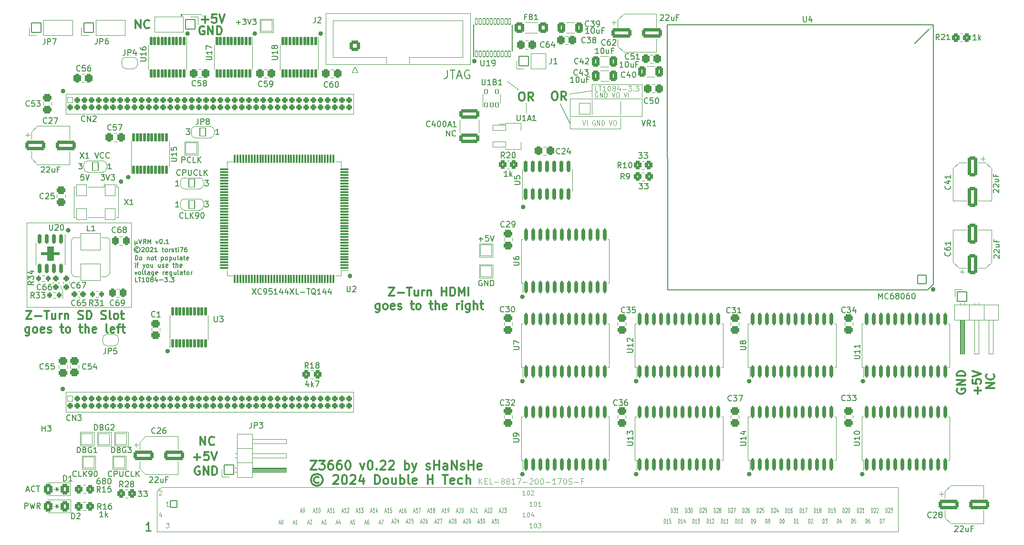
<source format=gbr>
%TF.GenerationSoftware,KiCad,Pcbnew,7.0.6-0*%
%TF.CreationDate,2024-10-04T12:35:45+02:00*%
%TF.ProjectId,Z3660_v022,5a333636-305f-4763-9032-322e6b696361,v0.22*%
%TF.SameCoordinates,Original*%
%TF.FileFunction,Legend,Top*%
%TF.FilePolarity,Positive*%
%FSLAX46Y46*%
G04 Gerber Fmt 4.6, Leading zero omitted, Abs format (unit mm)*
G04 Created by KiCad (PCBNEW 7.0.6-0) date 2024-10-04 12:35:45*
%MOMM*%
%LPD*%
G01*
G04 APERTURE LIST*
G04 Aperture macros list*
%AMRoundRect*
0 Rectangle with rounded corners*
0 $1 Rounding radius*
0 $2 $3 $4 $5 $6 $7 $8 $9 X,Y pos of 4 corners*
0 Add a 4 corners polygon primitive as box body*
4,1,4,$2,$3,$4,$5,$6,$7,$8,$9,$2,$3,0*
0 Add four circle primitives for the rounded corners*
1,1,$1+$1,$2,$3*
1,1,$1+$1,$4,$5*
1,1,$1+$1,$6,$7*
1,1,$1+$1,$8,$9*
0 Add four rect primitives between the rounded corners*
20,1,$1+$1,$2,$3,$4,$5,0*
20,1,$1+$1,$4,$5,$6,$7,0*
20,1,$1+$1,$6,$7,$8,$9,0*
20,1,$1+$1,$8,$9,$2,$3,0*%
%AMFreePoly0*
4,1,21,5.398562,0.902562,5.413500,0.866500,5.413500,-0.866500,5.398562,-0.902562,5.362500,-0.917500,1.237500,-0.917500,1.201438,-0.902562,1.186500,-0.866500,1.186500,-0.501000,-1.237500,-0.501000,-1.273562,-0.486062,-1.288500,-0.450000,-1.288500,0.450000,-1.273562,0.486062,-1.237500,0.501000,1.186500,0.501000,1.186500,0.866500,1.201438,0.902562,1.237500,0.917500,5.362500,0.917500,
5.398562,0.902562,5.398562,0.902562,$1*%
%AMFreePoly1*
4,1,35,0.536062,0.786062,0.551000,0.750000,0.551000,-0.750000,0.536062,-0.786062,0.500000,-0.801000,0.000000,-0.801000,-0.012285,-0.795911,-0.071157,-0.795911,-0.085525,-0.793845,-0.222076,-0.753750,-0.235281,-0.747720,-0.355003,-0.670779,-0.365973,-0.661273,-0.459170,-0.553718,-0.467018,-0.541506,-0.526137,-0.412052,-0.530227,-0.398124,-0.550481,-0.257258,-0.551000,-0.250000,-0.551000,0.250000,
-0.550481,0.257258,-0.530227,0.398124,-0.526137,0.412052,-0.467018,0.541506,-0.459170,0.553718,-0.365973,0.661273,-0.355003,0.670779,-0.235281,0.747720,-0.222076,0.753750,-0.085525,0.793845,-0.071157,0.795911,-0.012285,0.795911,0.000000,0.801000,0.500000,0.801000,0.536062,0.786062,0.536062,0.786062,$1*%
%AMFreePoly2*
4,1,35,0.012285,0.795911,0.071157,0.795911,0.085525,0.793845,0.222076,0.753750,0.235281,0.747720,0.355003,0.670779,0.365973,0.661273,0.459170,0.553718,0.467018,0.541506,0.526137,0.412052,0.530227,0.398124,0.550481,0.257258,0.551000,0.250000,0.551000,-0.250000,0.550481,-0.257258,0.530227,-0.398124,0.526137,-0.412052,0.467018,-0.541506,0.459170,-0.553718,0.365973,-0.661273,
0.355003,-0.670779,0.235281,-0.747720,0.222076,-0.753750,0.085525,-0.793845,0.071157,-0.795911,0.012285,-0.795911,0.000000,-0.801000,-0.500000,-0.801000,-0.536062,-0.786062,-0.551000,-0.750000,-0.551000,0.750000,-0.536062,0.786062,-0.500000,0.801000,0.000000,0.801000,0.012285,0.795911,0.012285,0.795911,$1*%
%AMFreePoly3*
4,1,35,0.586062,0.786062,0.601000,0.750000,0.601000,-0.750000,0.586062,-0.786062,0.550000,-0.801000,0.000000,-0.801000,-0.012285,-0.795911,-0.071157,-0.795911,-0.085525,-0.793845,-0.222076,-0.753750,-0.235281,-0.747720,-0.355003,-0.670779,-0.365973,-0.661273,-0.459170,-0.553718,-0.467018,-0.541506,-0.526137,-0.412052,-0.530227,-0.398124,-0.550481,-0.257258,-0.551000,-0.250000,-0.551000,0.250000,
-0.550481,0.257258,-0.530227,0.398124,-0.526137,0.412052,-0.467018,0.541506,-0.459170,0.553718,-0.365973,0.661273,-0.355003,0.670779,-0.235281,0.747720,-0.222076,0.753750,-0.085525,0.793845,-0.071157,0.795911,-0.012285,0.795911,0.000000,0.801000,0.550000,0.801000,0.586062,0.786062,0.586062,0.786062,$1*%
%AMFreePoly4*
4,1,35,0.012285,0.795911,0.071157,0.795911,0.085525,0.793845,0.222076,0.753750,0.235281,0.747720,0.355003,0.670779,0.365973,0.661273,0.459170,0.553718,0.467018,0.541506,0.526137,0.412052,0.530227,0.398124,0.550481,0.257258,0.551000,0.250000,0.551000,-0.250000,0.550481,-0.257258,0.530227,-0.398124,0.526137,-0.412052,0.467018,-0.541506,0.459170,-0.553718,0.365973,-0.661273,
0.355003,-0.670779,0.235281,-0.747720,0.222076,-0.753750,0.085525,-0.793845,0.071157,-0.795911,0.012285,-0.795911,0.000000,-0.801000,-0.550000,-0.801000,-0.586062,-0.786062,-0.601000,-0.750000,-0.601000,0.750000,-0.586062,0.786062,-0.550000,0.801000,0.000000,0.801000,0.012285,0.795911,0.012285,0.795911,$1*%
G04 Aperture macros list end*
%ADD10C,0.120000*%
%ADD11C,0.400000*%
%ADD12C,0.100000*%
%ADD13C,0.300000*%
%ADD14C,0.150000*%
%ADD15C,0.250000*%
%ADD16C,0.200000*%
%ADD17RoundRect,0.201000X0.150000X-0.825000X0.150000X0.825000X-0.150000X0.825000X-0.150000X-0.825000X0*%
%ADD18C,1.626000*%
%ADD19RoundRect,0.051000X0.762000X0.762000X-0.762000X0.762000X-0.762000X-0.762000X0.762000X-0.762000X0*%
%ADD20RoundRect,0.051000X-0.850000X0.850000X-0.850000X-0.850000X0.850000X-0.850000X0.850000X0.850000X0*%
%ADD21O,1.802000X1.802000*%
%ADD22RoundRect,0.126000X0.662500X0.075000X-0.662500X0.075000X-0.662500X-0.075000X0.662500X-0.075000X0*%
%ADD23RoundRect,0.126000X0.075000X0.662500X-0.075000X0.662500X-0.075000X-0.662500X0.075000X-0.662500X0*%
%ADD24RoundRect,0.301000X-1.500000X-0.550000X1.500000X-0.550000X1.500000X0.550000X-1.500000X0.550000X0*%
%ADD25RoundRect,0.301000X0.550000X-1.500000X0.550000X1.500000X-0.550000X1.500000X-0.550000X-1.500000X0*%
%ADD26RoundRect,0.301000X0.475000X-0.337500X0.475000X0.337500X-0.475000X0.337500X-0.475000X-0.337500X0*%
%ADD27RoundRect,0.301000X-0.475000X0.337500X-0.475000X-0.337500X0.475000X-0.337500X0.475000X0.337500X0*%
%ADD28RoundRect,0.301000X-1.450000X0.537500X-1.450000X-0.537500X1.450000X-0.537500X1.450000X0.537500X0*%
%ADD29RoundRect,0.051000X-1.150000X-0.450000X1.150000X-0.450000X1.150000X0.450000X-1.150000X0.450000X0*%
%ADD30FreePoly0,0.000000*%
%ADD31RoundRect,0.301000X-0.337500X-0.475000X0.337500X-0.475000X0.337500X0.475000X-0.337500X0.475000X0*%
%ADD32RoundRect,0.301000X-0.350000X-0.450000X0.350000X-0.450000X0.350000X0.450000X-0.350000X0.450000X0*%
%ADD33RoundRect,0.201000X0.150000X-0.875000X0.150000X0.875000X-0.150000X0.875000X-0.150000X-0.875000X0*%
%ADD34RoundRect,0.301000X0.600000X-0.600000X0.600000X0.600000X-0.600000X0.600000X-0.600000X-0.600000X0*%
%ADD35C,1.802000*%
%ADD36RoundRect,0.051000X0.900000X1.000000X-0.900000X1.000000X-0.900000X-1.000000X0.900000X-1.000000X0*%
%ADD37RoundRect,0.301000X0.337500X0.475000X-0.337500X0.475000X-0.337500X-0.475000X0.337500X-0.475000X0*%
%ADD38RoundRect,0.301000X-0.550000X1.500000X-0.550000X-1.500000X0.550000X-1.500000X0.550000X1.500000X0*%
%ADD39RoundRect,0.301000X0.412500X0.650000X-0.412500X0.650000X-0.412500X-0.650000X0.412500X-0.650000X0*%
%ADD40RoundRect,0.301000X-0.412500X-0.650000X0.412500X-0.650000X0.412500X0.650000X-0.412500X0.650000X0*%
%ADD41C,4.102000*%
%ADD42C,2.302000*%
%ADD43RoundRect,0.051000X0.475000X-0.475000X0.475000X0.475000X-0.475000X0.475000X-0.475000X-0.475000X0*%
%ADD44RoundRect,0.288500X0.237500X-0.237500X0.237500X0.237500X-0.237500X0.237500X-0.237500X-0.237500X0*%
%ADD45RoundRect,0.301001X0.462499X0.624999X-0.462499X0.624999X-0.462499X-0.624999X0.462499X-0.624999X0*%
%ADD46RoundRect,0.300998X-0.537502X-0.650002X0.537502X-0.650002X0.537502X0.650002X-0.537502X0.650002X0*%
%ADD47RoundRect,0.051000X-1.000000X-1.000000X1.000000X-1.000000X1.000000X1.000000X-1.000000X1.000000X0*%
%ADD48RoundRect,0.051000X1.000000X1.000000X-1.000000X1.000000X-1.000000X-1.000000X1.000000X-1.000000X0*%
%ADD49FreePoly1,0.000000*%
%ADD50FreePoly2,0.000000*%
%ADD51FreePoly3,0.000000*%
%ADD52RoundRect,0.051000X-0.500000X-0.750000X0.500000X-0.750000X0.500000X0.750000X-0.500000X0.750000X0*%
%ADD53FreePoly4,0.000000*%
%ADD54RoundRect,0.251000X-0.200000X-0.275000X0.200000X-0.275000X0.200000X0.275000X-0.200000X0.275000X0*%
%ADD55RoundRect,0.151000X0.100000X-0.637500X0.100000X0.637500X-0.100000X0.637500X-0.100000X-0.637500X0*%
%ADD56RoundRect,0.151000X-0.100000X0.637500X-0.100000X-0.637500X0.100000X-0.637500X0.100000X0.637500X0*%
%ADD57RoundRect,0.251000X0.200000X0.275000X-0.200000X0.275000X-0.200000X-0.275000X0.200000X-0.275000X0*%
%ADD58FreePoly3,180.000000*%
%ADD59RoundRect,0.051000X0.500000X0.750000X-0.500000X0.750000X-0.500000X-0.750000X0.500000X-0.750000X0*%
%ADD60FreePoly4,180.000000*%
%ADD61RoundRect,0.051000X0.850000X-0.850000X0.850000X0.850000X-0.850000X0.850000X-0.850000X-0.850000X0*%
%ADD62RoundRect,0.276000X0.250000X-0.225000X0.250000X0.225000X-0.250000X0.225000X-0.250000X-0.225000X0*%
%ADD63RoundRect,0.301000X0.350000X0.450000X-0.350000X0.450000X-0.350000X-0.450000X0.350000X-0.450000X0*%
%ADD64RoundRect,0.051000X-0.850000X-0.850000X0.850000X-0.850000X0.850000X0.850000X-0.850000X0.850000X0*%
%ADD65RoundRect,0.301000X0.250000X0.475000X-0.250000X0.475000X-0.250000X-0.475000X0.250000X-0.475000X0*%
%ADD66RoundRect,0.301000X-0.250000X-0.475000X0.250000X-0.475000X0.250000X0.475000X-0.250000X0.475000X0*%
%ADD67RoundRect,0.051000X0.200000X-0.500000X0.200000X0.500000X-0.200000X0.500000X-0.200000X-0.500000X0*%
%ADD68RoundRect,0.051000X0.255000X-0.350000X0.255000X0.350000X-0.255000X0.350000X-0.255000X-0.350000X0*%
%ADD69RoundRect,0.201000X-0.150000X0.662500X-0.150000X-0.662500X0.150000X-0.662500X0.150000X0.662500X0*%
%ADD70RoundRect,1.056600X-0.594400X0.251400X-0.594400X-0.251400X0.594400X-0.251400X0.594400X0.251400X0*%
%ADD71RoundRect,0.051000X1.000000X-0.952500X1.000000X0.952500X-1.000000X0.952500X-1.000000X-0.952500X0*%
%ADD72O,2.102000X2.007000*%
%ADD73RoundRect,0.051000X1.750000X-1.475000X1.750000X1.475000X-1.750000X1.475000X-1.750000X-1.475000X0*%
%ADD74RoundRect,0.276000X-0.225000X-0.250000X0.225000X-0.250000X0.225000X0.250000X-0.225000X0.250000X0*%
%ADD75RoundRect,0.051000X-0.600000X-0.600000X0.600000X-0.600000X0.600000X0.600000X-0.600000X0.600000X0*%
%ADD76O,1.302000X1.302000*%
G04 APERTURE END LIST*
D10*
X105029000Y-113982500D02*
X104330000Y-114681000D01*
D11*
X229816000Y-95123000D02*
G75*
G03*
X229816000Y-95123000I-200000J0D01*
G01*
X209623000Y-95123000D02*
G75*
G03*
X209623000Y-95123000I-200000J0D01*
G01*
D10*
X99750000Y-67000000D02*
X81150000Y-67000000D01*
D11*
X87779200Y-96520000D02*
G75*
G03*
X87779200Y-96520000I-200000J0D01*
G01*
D10*
X186563000Y-50292000D02*
X186563000Y-48387000D01*
X108700000Y-30000000D02*
X108500000Y-30200000D01*
D11*
X99403000Y-58896000D02*
G75*
G03*
X99403000Y-58896000I-200000J0D01*
G01*
D12*
X186563000Y-45404600D02*
X186563000Y-47893800D01*
D10*
X235839000Y-121856500D02*
X235839000Y-113982500D01*
D11*
X169364000Y-80137000D02*
G75*
G03*
X169364000Y-80137000I-200000J0D01*
G01*
X169500000Y-64200000D02*
G75*
G03*
X169500000Y-64200000I-200000J0D01*
G01*
D10*
X177633000Y-50292000D02*
X186563000Y-50292000D01*
X181483000Y-44704000D02*
X181483000Y-42418000D01*
X175818800Y-45821600D02*
X177633000Y-49339500D01*
X177444400Y-44094400D02*
X181483000Y-43561000D01*
X87550000Y-79200000D02*
X87150000Y-78200000D01*
X86693000Y-113919000D02*
X86693000Y-114681000D01*
D11*
X88750000Y-68350000D02*
G75*
G03*
X88750000Y-68350000I-200000J0D01*
G01*
X98117000Y-59690000D02*
G75*
G03*
X98117000Y-59690000I-200000J0D01*
G01*
D10*
X85931000Y-114300000D02*
X86947000Y-114300000D01*
X85931000Y-117348000D02*
X86947000Y-117348000D01*
X86693000Y-117355208D02*
X86312000Y-117729000D01*
X86312000Y-116967000D01*
X86693000Y-117355208D01*
G36*
X86693000Y-117355208D02*
G01*
X86312000Y-117729000D01*
X86312000Y-116967000D01*
X86693000Y-117355208D01*
G37*
D11*
X138757000Y-76454000D02*
G75*
G03*
X138757000Y-76454000I-200000J0D01*
G01*
D10*
X190373000Y-42418000D02*
X190373000Y-44704000D01*
D11*
X189557000Y-111633000D02*
G75*
G03*
X189557000Y-111633000I-200000J0D01*
G01*
D10*
X104330000Y-114681000D02*
X104330000Y-121856500D01*
D11*
X169364000Y-111633000D02*
G75*
G03*
X169364000Y-111633000I-200000J0D01*
G01*
X189557000Y-95123000D02*
G75*
G03*
X189557000Y-95123000I-200000J0D01*
G01*
X160850000Y-38300000D02*
G75*
G03*
X160850000Y-38300000I-200000J0D01*
G01*
X133550000Y-33401000D02*
G75*
G03*
X133550000Y-33401000I-200000J0D01*
G01*
D10*
X166420800Y-41808400D02*
X168503600Y-43332400D01*
D12*
X181483000Y-45252200D02*
X181483000Y-47741400D01*
D10*
X108500000Y-30200000D02*
X108500000Y-29900000D01*
X169824400Y-47498000D02*
X169824400Y-45720000D01*
X87550000Y-80450000D02*
X87550000Y-79200000D01*
X235839000Y-113982500D02*
X105029000Y-113982500D01*
X86693000Y-116967000D02*
X86693000Y-117729000D01*
X108500000Y-29900000D02*
X108800000Y-30200000D01*
X86693000Y-114307208D02*
X86312000Y-114681000D01*
X86312000Y-113919000D01*
X86693000Y-114307208D01*
G36*
X86693000Y-114307208D02*
G01*
X86312000Y-114681000D01*
X86312000Y-113919000D01*
X86693000Y-114307208D01*
G37*
D11*
X121866000Y-33401000D02*
G75*
G03*
X121866000Y-33401000I-200000J0D01*
G01*
X87830000Y-43624500D02*
G75*
G03*
X87830000Y-43624500I-200000J0D01*
G01*
X109928000Y-33401000D02*
G75*
G03*
X109928000Y-33401000I-200000J0D01*
G01*
X169364000Y-95123000D02*
G75*
G03*
X169364000Y-95123000I-200000J0D01*
G01*
D10*
X112100000Y-30000000D02*
X108700000Y-30000000D01*
X81150000Y-67000000D02*
X81150000Y-81950000D01*
X177633000Y-48387000D02*
X177633000Y-50292000D01*
X81150000Y-81950000D02*
X99750000Y-81950000D01*
D11*
X209623000Y-111633000D02*
G75*
G03*
X209623000Y-111633000I-200000J0D01*
G01*
X106390800Y-89795600D02*
G75*
G03*
X106390800Y-89795600I-200000J0D01*
G01*
X229689000Y-111633000D02*
G75*
G03*
X229689000Y-111633000I-200000J0D01*
G01*
D10*
X108800000Y-30200000D02*
X108500000Y-30200000D01*
X104330000Y-121856500D02*
X235839000Y-121856500D01*
X181483000Y-42418000D02*
X190373000Y-42418000D01*
X99750000Y-81950000D02*
X99750000Y-67000000D01*
X112400000Y-30300000D02*
X112100000Y-30000000D01*
D12*
X163804763Y-120136323D02*
X164042858Y-120136323D01*
X163757144Y-120364895D02*
X163923810Y-119564895D01*
X163923810Y-119564895D02*
X164090477Y-120364895D01*
X164209524Y-119564895D02*
X164519048Y-119564895D01*
X164519048Y-119564895D02*
X164352381Y-119869657D01*
X164352381Y-119869657D02*
X164423810Y-119869657D01*
X164423810Y-119869657D02*
X164471429Y-119907752D01*
X164471429Y-119907752D02*
X164495238Y-119945847D01*
X164495238Y-119945847D02*
X164519048Y-120022038D01*
X164519048Y-120022038D02*
X164519048Y-120212514D01*
X164519048Y-120212514D02*
X164495238Y-120288704D01*
X164495238Y-120288704D02*
X164471429Y-120326800D01*
X164471429Y-120326800D02*
X164423810Y-120364895D01*
X164423810Y-120364895D02*
X164280953Y-120364895D01*
X164280953Y-120364895D02*
X164233334Y-120326800D01*
X164233334Y-120326800D02*
X164209524Y-120288704D01*
X164995238Y-120364895D02*
X164709524Y-120364895D01*
X164852381Y-120364895D02*
X164852381Y-119564895D01*
X164852381Y-119564895D02*
X164804762Y-119679180D01*
X164804762Y-119679180D02*
X164757143Y-119755371D01*
X164757143Y-119755371D02*
X164709524Y-119793466D01*
X233642857Y-118459895D02*
X233642857Y-117659895D01*
X233642857Y-117659895D02*
X233761905Y-117659895D01*
X233761905Y-117659895D02*
X233833333Y-117697990D01*
X233833333Y-117697990D02*
X233880952Y-117774180D01*
X233880952Y-117774180D02*
X233904762Y-117850371D01*
X233904762Y-117850371D02*
X233928571Y-118002752D01*
X233928571Y-118002752D02*
X233928571Y-118117038D01*
X233928571Y-118117038D02*
X233904762Y-118269419D01*
X233904762Y-118269419D02*
X233880952Y-118345609D01*
X233880952Y-118345609D02*
X233833333Y-118421800D01*
X233833333Y-118421800D02*
X233761905Y-118459895D01*
X233761905Y-118459895D02*
X233642857Y-118459895D01*
X234119048Y-117736085D02*
X234142857Y-117697990D01*
X234142857Y-117697990D02*
X234190476Y-117659895D01*
X234190476Y-117659895D02*
X234309524Y-117659895D01*
X234309524Y-117659895D02*
X234357143Y-117697990D01*
X234357143Y-117697990D02*
X234380952Y-117736085D01*
X234380952Y-117736085D02*
X234404762Y-117812276D01*
X234404762Y-117812276D02*
X234404762Y-117888466D01*
X234404762Y-117888466D02*
X234380952Y-118002752D01*
X234380952Y-118002752D02*
X234095238Y-118459895D01*
X234095238Y-118459895D02*
X234404762Y-118459895D01*
X234571428Y-117659895D02*
X234880952Y-117659895D01*
X234880952Y-117659895D02*
X234714285Y-117964657D01*
X234714285Y-117964657D02*
X234785714Y-117964657D01*
X234785714Y-117964657D02*
X234833333Y-118002752D01*
X234833333Y-118002752D02*
X234857142Y-118040847D01*
X234857142Y-118040847D02*
X234880952Y-118117038D01*
X234880952Y-118117038D02*
X234880952Y-118307514D01*
X234880952Y-118307514D02*
X234857142Y-118383704D01*
X234857142Y-118383704D02*
X234833333Y-118421800D01*
X234833333Y-118421800D02*
X234785714Y-118459895D01*
X234785714Y-118459895D02*
X234642857Y-118459895D01*
X234642857Y-118459895D02*
X234595238Y-118421800D01*
X234595238Y-118421800D02*
X234571428Y-118383704D01*
X208242857Y-118459895D02*
X208242857Y-117659895D01*
X208242857Y-117659895D02*
X208361905Y-117659895D01*
X208361905Y-117659895D02*
X208433333Y-117697990D01*
X208433333Y-117697990D02*
X208480952Y-117774180D01*
X208480952Y-117774180D02*
X208504762Y-117850371D01*
X208504762Y-117850371D02*
X208528571Y-118002752D01*
X208528571Y-118002752D02*
X208528571Y-118117038D01*
X208528571Y-118117038D02*
X208504762Y-118269419D01*
X208504762Y-118269419D02*
X208480952Y-118345609D01*
X208480952Y-118345609D02*
X208433333Y-118421800D01*
X208433333Y-118421800D02*
X208361905Y-118459895D01*
X208361905Y-118459895D02*
X208242857Y-118459895D01*
X208719048Y-117736085D02*
X208742857Y-117697990D01*
X208742857Y-117697990D02*
X208790476Y-117659895D01*
X208790476Y-117659895D02*
X208909524Y-117659895D01*
X208909524Y-117659895D02*
X208957143Y-117697990D01*
X208957143Y-117697990D02*
X208980952Y-117736085D01*
X208980952Y-117736085D02*
X209004762Y-117812276D01*
X209004762Y-117812276D02*
X209004762Y-117888466D01*
X209004762Y-117888466D02*
X208980952Y-118002752D01*
X208980952Y-118002752D02*
X208695238Y-118459895D01*
X208695238Y-118459895D02*
X209004762Y-118459895D01*
X209433333Y-117659895D02*
X209338095Y-117659895D01*
X209338095Y-117659895D02*
X209290476Y-117697990D01*
X209290476Y-117697990D02*
X209266666Y-117736085D01*
X209266666Y-117736085D02*
X209219047Y-117850371D01*
X209219047Y-117850371D02*
X209195238Y-118002752D01*
X209195238Y-118002752D02*
X209195238Y-118307514D01*
X209195238Y-118307514D02*
X209219047Y-118383704D01*
X209219047Y-118383704D02*
X209242857Y-118421800D01*
X209242857Y-118421800D02*
X209290476Y-118459895D01*
X209290476Y-118459895D02*
X209385714Y-118459895D01*
X209385714Y-118459895D02*
X209433333Y-118421800D01*
X209433333Y-118421800D02*
X209457142Y-118383704D01*
X209457142Y-118383704D02*
X209480952Y-118307514D01*
X209480952Y-118307514D02*
X209480952Y-118117038D01*
X209480952Y-118117038D02*
X209457142Y-118040847D01*
X209457142Y-118040847D02*
X209433333Y-118002752D01*
X209433333Y-118002752D02*
X209385714Y-117964657D01*
X209385714Y-117964657D02*
X209290476Y-117964657D01*
X209290476Y-117964657D02*
X209242857Y-118002752D01*
X209242857Y-118002752D02*
X209219047Y-118040847D01*
X209219047Y-118040847D02*
X209195238Y-118117038D01*
X198082857Y-118459895D02*
X198082857Y-117659895D01*
X198082857Y-117659895D02*
X198201905Y-117659895D01*
X198201905Y-117659895D02*
X198273333Y-117697990D01*
X198273333Y-117697990D02*
X198320952Y-117774180D01*
X198320952Y-117774180D02*
X198344762Y-117850371D01*
X198344762Y-117850371D02*
X198368571Y-118002752D01*
X198368571Y-118002752D02*
X198368571Y-118117038D01*
X198368571Y-118117038D02*
X198344762Y-118269419D01*
X198344762Y-118269419D02*
X198320952Y-118345609D01*
X198320952Y-118345609D02*
X198273333Y-118421800D01*
X198273333Y-118421800D02*
X198201905Y-118459895D01*
X198201905Y-118459895D02*
X198082857Y-118459895D01*
X198535238Y-117659895D02*
X198844762Y-117659895D01*
X198844762Y-117659895D02*
X198678095Y-117964657D01*
X198678095Y-117964657D02*
X198749524Y-117964657D01*
X198749524Y-117964657D02*
X198797143Y-118002752D01*
X198797143Y-118002752D02*
X198820952Y-118040847D01*
X198820952Y-118040847D02*
X198844762Y-118117038D01*
X198844762Y-118117038D02*
X198844762Y-118307514D01*
X198844762Y-118307514D02*
X198820952Y-118383704D01*
X198820952Y-118383704D02*
X198797143Y-118421800D01*
X198797143Y-118421800D02*
X198749524Y-118459895D01*
X198749524Y-118459895D02*
X198606667Y-118459895D01*
X198606667Y-118459895D02*
X198559048Y-118421800D01*
X198559048Y-118421800D02*
X198535238Y-118383704D01*
X199154285Y-117659895D02*
X199201904Y-117659895D01*
X199201904Y-117659895D02*
X199249523Y-117697990D01*
X199249523Y-117697990D02*
X199273333Y-117736085D01*
X199273333Y-117736085D02*
X199297142Y-117812276D01*
X199297142Y-117812276D02*
X199320952Y-117964657D01*
X199320952Y-117964657D02*
X199320952Y-118155133D01*
X199320952Y-118155133D02*
X199297142Y-118307514D01*
X199297142Y-118307514D02*
X199273333Y-118383704D01*
X199273333Y-118383704D02*
X199249523Y-118421800D01*
X199249523Y-118421800D02*
X199201904Y-118459895D01*
X199201904Y-118459895D02*
X199154285Y-118459895D01*
X199154285Y-118459895D02*
X199106666Y-118421800D01*
X199106666Y-118421800D02*
X199082857Y-118383704D01*
X199082857Y-118383704D02*
X199059047Y-118307514D01*
X199059047Y-118307514D02*
X199035238Y-118155133D01*
X199035238Y-118155133D02*
X199035238Y-117964657D01*
X199035238Y-117964657D02*
X199059047Y-117812276D01*
X199059047Y-117812276D02*
X199082857Y-117736085D01*
X199082857Y-117736085D02*
X199106666Y-117697990D01*
X199106666Y-117697990D02*
X199154285Y-117659895D01*
X220942857Y-118459895D02*
X220942857Y-117659895D01*
X220942857Y-117659895D02*
X221061905Y-117659895D01*
X221061905Y-117659895D02*
X221133333Y-117697990D01*
X221133333Y-117697990D02*
X221180952Y-117774180D01*
X221180952Y-117774180D02*
X221204762Y-117850371D01*
X221204762Y-117850371D02*
X221228571Y-118002752D01*
X221228571Y-118002752D02*
X221228571Y-118117038D01*
X221228571Y-118117038D02*
X221204762Y-118269419D01*
X221204762Y-118269419D02*
X221180952Y-118345609D01*
X221180952Y-118345609D02*
X221133333Y-118421800D01*
X221133333Y-118421800D02*
X221061905Y-118459895D01*
X221061905Y-118459895D02*
X220942857Y-118459895D01*
X221704762Y-118459895D02*
X221419048Y-118459895D01*
X221561905Y-118459895D02*
X221561905Y-117659895D01*
X221561905Y-117659895D02*
X221514286Y-117774180D01*
X221514286Y-117774180D02*
X221466667Y-117850371D01*
X221466667Y-117850371D02*
X221419048Y-117888466D01*
X221990476Y-118002752D02*
X221942857Y-117964657D01*
X221942857Y-117964657D02*
X221919047Y-117926561D01*
X221919047Y-117926561D02*
X221895238Y-117850371D01*
X221895238Y-117850371D02*
X221895238Y-117812276D01*
X221895238Y-117812276D02*
X221919047Y-117736085D01*
X221919047Y-117736085D02*
X221942857Y-117697990D01*
X221942857Y-117697990D02*
X221990476Y-117659895D01*
X221990476Y-117659895D02*
X222085714Y-117659895D01*
X222085714Y-117659895D02*
X222133333Y-117697990D01*
X222133333Y-117697990D02*
X222157142Y-117736085D01*
X222157142Y-117736085D02*
X222180952Y-117812276D01*
X222180952Y-117812276D02*
X222180952Y-117850371D01*
X222180952Y-117850371D02*
X222157142Y-117926561D01*
X222157142Y-117926561D02*
X222133333Y-117964657D01*
X222133333Y-117964657D02*
X222085714Y-118002752D01*
X222085714Y-118002752D02*
X221990476Y-118002752D01*
X221990476Y-118002752D02*
X221942857Y-118040847D01*
X221942857Y-118040847D02*
X221919047Y-118078942D01*
X221919047Y-118078942D02*
X221895238Y-118155133D01*
X221895238Y-118155133D02*
X221895238Y-118307514D01*
X221895238Y-118307514D02*
X221919047Y-118383704D01*
X221919047Y-118383704D02*
X221942857Y-118421800D01*
X221942857Y-118421800D02*
X221990476Y-118459895D01*
X221990476Y-118459895D02*
X222085714Y-118459895D01*
X222085714Y-118459895D02*
X222133333Y-118421800D01*
X222133333Y-118421800D02*
X222157142Y-118383704D01*
X222157142Y-118383704D02*
X222180952Y-118307514D01*
X222180952Y-118307514D02*
X222180952Y-118155133D01*
X222180952Y-118155133D02*
X222157142Y-118078942D01*
X222157142Y-118078942D02*
X222133333Y-118040847D01*
X222133333Y-118040847D02*
X222085714Y-118002752D01*
X213322857Y-118459895D02*
X213322857Y-117659895D01*
X213322857Y-117659895D02*
X213441905Y-117659895D01*
X213441905Y-117659895D02*
X213513333Y-117697990D01*
X213513333Y-117697990D02*
X213560952Y-117774180D01*
X213560952Y-117774180D02*
X213584762Y-117850371D01*
X213584762Y-117850371D02*
X213608571Y-118002752D01*
X213608571Y-118002752D02*
X213608571Y-118117038D01*
X213608571Y-118117038D02*
X213584762Y-118269419D01*
X213584762Y-118269419D02*
X213560952Y-118345609D01*
X213560952Y-118345609D02*
X213513333Y-118421800D01*
X213513333Y-118421800D02*
X213441905Y-118459895D01*
X213441905Y-118459895D02*
X213322857Y-118459895D01*
X213799048Y-117736085D02*
X213822857Y-117697990D01*
X213822857Y-117697990D02*
X213870476Y-117659895D01*
X213870476Y-117659895D02*
X213989524Y-117659895D01*
X213989524Y-117659895D02*
X214037143Y-117697990D01*
X214037143Y-117697990D02*
X214060952Y-117736085D01*
X214060952Y-117736085D02*
X214084762Y-117812276D01*
X214084762Y-117812276D02*
X214084762Y-117888466D01*
X214084762Y-117888466D02*
X214060952Y-118002752D01*
X214060952Y-118002752D02*
X213775238Y-118459895D01*
X213775238Y-118459895D02*
X214084762Y-118459895D01*
X214513333Y-117926561D02*
X214513333Y-118459895D01*
X214394285Y-117621800D02*
X214275238Y-118193228D01*
X214275238Y-118193228D02*
X214584761Y-118193228D01*
X228562857Y-118459895D02*
X228562857Y-117659895D01*
X228562857Y-117659895D02*
X228681905Y-117659895D01*
X228681905Y-117659895D02*
X228753333Y-117697990D01*
X228753333Y-117697990D02*
X228800952Y-117774180D01*
X228800952Y-117774180D02*
X228824762Y-117850371D01*
X228824762Y-117850371D02*
X228848571Y-118002752D01*
X228848571Y-118002752D02*
X228848571Y-118117038D01*
X228848571Y-118117038D02*
X228824762Y-118269419D01*
X228824762Y-118269419D02*
X228800952Y-118345609D01*
X228800952Y-118345609D02*
X228753333Y-118421800D01*
X228753333Y-118421800D02*
X228681905Y-118459895D01*
X228681905Y-118459895D02*
X228562857Y-118459895D01*
X229039048Y-117736085D02*
X229062857Y-117697990D01*
X229062857Y-117697990D02*
X229110476Y-117659895D01*
X229110476Y-117659895D02*
X229229524Y-117659895D01*
X229229524Y-117659895D02*
X229277143Y-117697990D01*
X229277143Y-117697990D02*
X229300952Y-117736085D01*
X229300952Y-117736085D02*
X229324762Y-117812276D01*
X229324762Y-117812276D02*
X229324762Y-117888466D01*
X229324762Y-117888466D02*
X229300952Y-118002752D01*
X229300952Y-118002752D02*
X229015238Y-118459895D01*
X229015238Y-118459895D02*
X229324762Y-118459895D01*
X229800952Y-118459895D02*
X229515238Y-118459895D01*
X229658095Y-118459895D02*
X229658095Y-117659895D01*
X229658095Y-117659895D02*
X229610476Y-117774180D01*
X229610476Y-117774180D02*
X229562857Y-117850371D01*
X229562857Y-117850371D02*
X229515238Y-117888466D01*
X222450952Y-120364895D02*
X222450952Y-119564895D01*
X222450952Y-119564895D02*
X222570000Y-119564895D01*
X222570000Y-119564895D02*
X222641428Y-119602990D01*
X222641428Y-119602990D02*
X222689047Y-119679180D01*
X222689047Y-119679180D02*
X222712857Y-119755371D01*
X222712857Y-119755371D02*
X222736666Y-119907752D01*
X222736666Y-119907752D02*
X222736666Y-120022038D01*
X222736666Y-120022038D02*
X222712857Y-120174419D01*
X222712857Y-120174419D02*
X222689047Y-120250609D01*
X222689047Y-120250609D02*
X222641428Y-120326800D01*
X222641428Y-120326800D02*
X222570000Y-120364895D01*
X222570000Y-120364895D02*
X222450952Y-120364895D01*
X222903333Y-119564895D02*
X223212857Y-119564895D01*
X223212857Y-119564895D02*
X223046190Y-119869657D01*
X223046190Y-119869657D02*
X223117619Y-119869657D01*
X223117619Y-119869657D02*
X223165238Y-119907752D01*
X223165238Y-119907752D02*
X223189047Y-119945847D01*
X223189047Y-119945847D02*
X223212857Y-120022038D01*
X223212857Y-120022038D02*
X223212857Y-120212514D01*
X223212857Y-120212514D02*
X223189047Y-120288704D01*
X223189047Y-120288704D02*
X223165238Y-120326800D01*
X223165238Y-120326800D02*
X223117619Y-120364895D01*
X223117619Y-120364895D02*
X222974762Y-120364895D01*
X222974762Y-120364895D02*
X222927143Y-120326800D01*
X222927143Y-120326800D02*
X222903333Y-120288704D01*
X226022857Y-118459895D02*
X226022857Y-117659895D01*
X226022857Y-117659895D02*
X226141905Y-117659895D01*
X226141905Y-117659895D02*
X226213333Y-117697990D01*
X226213333Y-117697990D02*
X226260952Y-117774180D01*
X226260952Y-117774180D02*
X226284762Y-117850371D01*
X226284762Y-117850371D02*
X226308571Y-118002752D01*
X226308571Y-118002752D02*
X226308571Y-118117038D01*
X226308571Y-118117038D02*
X226284762Y-118269419D01*
X226284762Y-118269419D02*
X226260952Y-118345609D01*
X226260952Y-118345609D02*
X226213333Y-118421800D01*
X226213333Y-118421800D02*
X226141905Y-118459895D01*
X226141905Y-118459895D02*
X226022857Y-118459895D01*
X226499048Y-117736085D02*
X226522857Y-117697990D01*
X226522857Y-117697990D02*
X226570476Y-117659895D01*
X226570476Y-117659895D02*
X226689524Y-117659895D01*
X226689524Y-117659895D02*
X226737143Y-117697990D01*
X226737143Y-117697990D02*
X226760952Y-117736085D01*
X226760952Y-117736085D02*
X226784762Y-117812276D01*
X226784762Y-117812276D02*
X226784762Y-117888466D01*
X226784762Y-117888466D02*
X226760952Y-118002752D01*
X226760952Y-118002752D02*
X226475238Y-118459895D01*
X226475238Y-118459895D02*
X226784762Y-118459895D01*
X227094285Y-117659895D02*
X227141904Y-117659895D01*
X227141904Y-117659895D02*
X227189523Y-117697990D01*
X227189523Y-117697990D02*
X227213333Y-117736085D01*
X227213333Y-117736085D02*
X227237142Y-117812276D01*
X227237142Y-117812276D02*
X227260952Y-117964657D01*
X227260952Y-117964657D02*
X227260952Y-118155133D01*
X227260952Y-118155133D02*
X227237142Y-118307514D01*
X227237142Y-118307514D02*
X227213333Y-118383704D01*
X227213333Y-118383704D02*
X227189523Y-118421800D01*
X227189523Y-118421800D02*
X227141904Y-118459895D01*
X227141904Y-118459895D02*
X227094285Y-118459895D01*
X227094285Y-118459895D02*
X227046666Y-118421800D01*
X227046666Y-118421800D02*
X227022857Y-118383704D01*
X227022857Y-118383704D02*
X226999047Y-118307514D01*
X226999047Y-118307514D02*
X226975238Y-118155133D01*
X226975238Y-118155133D02*
X226975238Y-117964657D01*
X226975238Y-117964657D02*
X226999047Y-117812276D01*
X226999047Y-117812276D02*
X227022857Y-117736085D01*
X227022857Y-117736085D02*
X227046666Y-117697990D01*
X227046666Y-117697990D02*
X227094285Y-117659895D01*
X195542857Y-118459895D02*
X195542857Y-117659895D01*
X195542857Y-117659895D02*
X195661905Y-117659895D01*
X195661905Y-117659895D02*
X195733333Y-117697990D01*
X195733333Y-117697990D02*
X195780952Y-117774180D01*
X195780952Y-117774180D02*
X195804762Y-117850371D01*
X195804762Y-117850371D02*
X195828571Y-118002752D01*
X195828571Y-118002752D02*
X195828571Y-118117038D01*
X195828571Y-118117038D02*
X195804762Y-118269419D01*
X195804762Y-118269419D02*
X195780952Y-118345609D01*
X195780952Y-118345609D02*
X195733333Y-118421800D01*
X195733333Y-118421800D02*
X195661905Y-118459895D01*
X195661905Y-118459895D02*
X195542857Y-118459895D01*
X195995238Y-117659895D02*
X196304762Y-117659895D01*
X196304762Y-117659895D02*
X196138095Y-117964657D01*
X196138095Y-117964657D02*
X196209524Y-117964657D01*
X196209524Y-117964657D02*
X196257143Y-118002752D01*
X196257143Y-118002752D02*
X196280952Y-118040847D01*
X196280952Y-118040847D02*
X196304762Y-118117038D01*
X196304762Y-118117038D02*
X196304762Y-118307514D01*
X196304762Y-118307514D02*
X196280952Y-118383704D01*
X196280952Y-118383704D02*
X196257143Y-118421800D01*
X196257143Y-118421800D02*
X196209524Y-118459895D01*
X196209524Y-118459895D02*
X196066667Y-118459895D01*
X196066667Y-118459895D02*
X196019048Y-118421800D01*
X196019048Y-118421800D02*
X195995238Y-118383704D01*
X196780952Y-118459895D02*
X196495238Y-118459895D01*
X196638095Y-118459895D02*
X196638095Y-117659895D01*
X196638095Y-117659895D02*
X196590476Y-117774180D01*
X196590476Y-117774180D02*
X196542857Y-117850371D01*
X196542857Y-117850371D02*
X196495238Y-117888466D01*
X205702857Y-118459895D02*
X205702857Y-117659895D01*
X205702857Y-117659895D02*
X205821905Y-117659895D01*
X205821905Y-117659895D02*
X205893333Y-117697990D01*
X205893333Y-117697990D02*
X205940952Y-117774180D01*
X205940952Y-117774180D02*
X205964762Y-117850371D01*
X205964762Y-117850371D02*
X205988571Y-118002752D01*
X205988571Y-118002752D02*
X205988571Y-118117038D01*
X205988571Y-118117038D02*
X205964762Y-118269419D01*
X205964762Y-118269419D02*
X205940952Y-118345609D01*
X205940952Y-118345609D02*
X205893333Y-118421800D01*
X205893333Y-118421800D02*
X205821905Y-118459895D01*
X205821905Y-118459895D02*
X205702857Y-118459895D01*
X206179048Y-117736085D02*
X206202857Y-117697990D01*
X206202857Y-117697990D02*
X206250476Y-117659895D01*
X206250476Y-117659895D02*
X206369524Y-117659895D01*
X206369524Y-117659895D02*
X206417143Y-117697990D01*
X206417143Y-117697990D02*
X206440952Y-117736085D01*
X206440952Y-117736085D02*
X206464762Y-117812276D01*
X206464762Y-117812276D02*
X206464762Y-117888466D01*
X206464762Y-117888466D02*
X206440952Y-118002752D01*
X206440952Y-118002752D02*
X206155238Y-118459895D01*
X206155238Y-118459895D02*
X206464762Y-118459895D01*
X206631428Y-117659895D02*
X206964761Y-117659895D01*
X206964761Y-117659895D02*
X206750476Y-118459895D01*
X203162857Y-118459895D02*
X203162857Y-117659895D01*
X203162857Y-117659895D02*
X203281905Y-117659895D01*
X203281905Y-117659895D02*
X203353333Y-117697990D01*
X203353333Y-117697990D02*
X203400952Y-117774180D01*
X203400952Y-117774180D02*
X203424762Y-117850371D01*
X203424762Y-117850371D02*
X203448571Y-118002752D01*
X203448571Y-118002752D02*
X203448571Y-118117038D01*
X203448571Y-118117038D02*
X203424762Y-118269419D01*
X203424762Y-118269419D02*
X203400952Y-118345609D01*
X203400952Y-118345609D02*
X203353333Y-118421800D01*
X203353333Y-118421800D02*
X203281905Y-118459895D01*
X203281905Y-118459895D02*
X203162857Y-118459895D01*
X203639048Y-117736085D02*
X203662857Y-117697990D01*
X203662857Y-117697990D02*
X203710476Y-117659895D01*
X203710476Y-117659895D02*
X203829524Y-117659895D01*
X203829524Y-117659895D02*
X203877143Y-117697990D01*
X203877143Y-117697990D02*
X203900952Y-117736085D01*
X203900952Y-117736085D02*
X203924762Y-117812276D01*
X203924762Y-117812276D02*
X203924762Y-117888466D01*
X203924762Y-117888466D02*
X203900952Y-118002752D01*
X203900952Y-118002752D02*
X203615238Y-118459895D01*
X203615238Y-118459895D02*
X203924762Y-118459895D01*
X204210476Y-118002752D02*
X204162857Y-117964657D01*
X204162857Y-117964657D02*
X204139047Y-117926561D01*
X204139047Y-117926561D02*
X204115238Y-117850371D01*
X204115238Y-117850371D02*
X204115238Y-117812276D01*
X204115238Y-117812276D02*
X204139047Y-117736085D01*
X204139047Y-117736085D02*
X204162857Y-117697990D01*
X204162857Y-117697990D02*
X204210476Y-117659895D01*
X204210476Y-117659895D02*
X204305714Y-117659895D01*
X204305714Y-117659895D02*
X204353333Y-117697990D01*
X204353333Y-117697990D02*
X204377142Y-117736085D01*
X204377142Y-117736085D02*
X204400952Y-117812276D01*
X204400952Y-117812276D02*
X204400952Y-117850371D01*
X204400952Y-117850371D02*
X204377142Y-117926561D01*
X204377142Y-117926561D02*
X204353333Y-117964657D01*
X204353333Y-117964657D02*
X204305714Y-118002752D01*
X204305714Y-118002752D02*
X204210476Y-118002752D01*
X204210476Y-118002752D02*
X204162857Y-118040847D01*
X204162857Y-118040847D02*
X204139047Y-118078942D01*
X204139047Y-118078942D02*
X204115238Y-118155133D01*
X204115238Y-118155133D02*
X204115238Y-118307514D01*
X204115238Y-118307514D02*
X204139047Y-118383704D01*
X204139047Y-118383704D02*
X204162857Y-118421800D01*
X204162857Y-118421800D02*
X204210476Y-118459895D01*
X204210476Y-118459895D02*
X204305714Y-118459895D01*
X204305714Y-118459895D02*
X204353333Y-118421800D01*
X204353333Y-118421800D02*
X204377142Y-118383704D01*
X204377142Y-118383704D02*
X204400952Y-118307514D01*
X204400952Y-118307514D02*
X204400952Y-118155133D01*
X204400952Y-118155133D02*
X204377142Y-118078942D01*
X204377142Y-118078942D02*
X204353333Y-118040847D01*
X204353333Y-118040847D02*
X204305714Y-118002752D01*
X200622857Y-118459895D02*
X200622857Y-117659895D01*
X200622857Y-117659895D02*
X200741905Y-117659895D01*
X200741905Y-117659895D02*
X200813333Y-117697990D01*
X200813333Y-117697990D02*
X200860952Y-117774180D01*
X200860952Y-117774180D02*
X200884762Y-117850371D01*
X200884762Y-117850371D02*
X200908571Y-118002752D01*
X200908571Y-118002752D02*
X200908571Y-118117038D01*
X200908571Y-118117038D02*
X200884762Y-118269419D01*
X200884762Y-118269419D02*
X200860952Y-118345609D01*
X200860952Y-118345609D02*
X200813333Y-118421800D01*
X200813333Y-118421800D02*
X200741905Y-118459895D01*
X200741905Y-118459895D02*
X200622857Y-118459895D01*
X201099048Y-117736085D02*
X201122857Y-117697990D01*
X201122857Y-117697990D02*
X201170476Y-117659895D01*
X201170476Y-117659895D02*
X201289524Y-117659895D01*
X201289524Y-117659895D02*
X201337143Y-117697990D01*
X201337143Y-117697990D02*
X201360952Y-117736085D01*
X201360952Y-117736085D02*
X201384762Y-117812276D01*
X201384762Y-117812276D02*
X201384762Y-117888466D01*
X201384762Y-117888466D02*
X201360952Y-118002752D01*
X201360952Y-118002752D02*
X201075238Y-118459895D01*
X201075238Y-118459895D02*
X201384762Y-118459895D01*
X201622857Y-118459895D02*
X201718095Y-118459895D01*
X201718095Y-118459895D02*
X201765714Y-118421800D01*
X201765714Y-118421800D02*
X201789523Y-118383704D01*
X201789523Y-118383704D02*
X201837142Y-118269419D01*
X201837142Y-118269419D02*
X201860952Y-118117038D01*
X201860952Y-118117038D02*
X201860952Y-117812276D01*
X201860952Y-117812276D02*
X201837142Y-117736085D01*
X201837142Y-117736085D02*
X201813333Y-117697990D01*
X201813333Y-117697990D02*
X201765714Y-117659895D01*
X201765714Y-117659895D02*
X201670476Y-117659895D01*
X201670476Y-117659895D02*
X201622857Y-117697990D01*
X201622857Y-117697990D02*
X201599047Y-117736085D01*
X201599047Y-117736085D02*
X201575238Y-117812276D01*
X201575238Y-117812276D02*
X201575238Y-118002752D01*
X201575238Y-118002752D02*
X201599047Y-118078942D01*
X201599047Y-118078942D02*
X201622857Y-118117038D01*
X201622857Y-118117038D02*
X201670476Y-118155133D01*
X201670476Y-118155133D02*
X201765714Y-118155133D01*
X201765714Y-118155133D02*
X201813333Y-118117038D01*
X201813333Y-118117038D02*
X201837142Y-118078942D01*
X201837142Y-118078942D02*
X201860952Y-118002752D01*
X215862857Y-118459895D02*
X215862857Y-117659895D01*
X215862857Y-117659895D02*
X215981905Y-117659895D01*
X215981905Y-117659895D02*
X216053333Y-117697990D01*
X216053333Y-117697990D02*
X216100952Y-117774180D01*
X216100952Y-117774180D02*
X216124762Y-117850371D01*
X216124762Y-117850371D02*
X216148571Y-118002752D01*
X216148571Y-118002752D02*
X216148571Y-118117038D01*
X216148571Y-118117038D02*
X216124762Y-118269419D01*
X216124762Y-118269419D02*
X216100952Y-118345609D01*
X216100952Y-118345609D02*
X216053333Y-118421800D01*
X216053333Y-118421800D02*
X215981905Y-118459895D01*
X215981905Y-118459895D02*
X215862857Y-118459895D01*
X216624762Y-118459895D02*
X216339048Y-118459895D01*
X216481905Y-118459895D02*
X216481905Y-117659895D01*
X216481905Y-117659895D02*
X216434286Y-117774180D01*
X216434286Y-117774180D02*
X216386667Y-117850371D01*
X216386667Y-117850371D02*
X216339048Y-117888466D01*
X217053333Y-117659895D02*
X216958095Y-117659895D01*
X216958095Y-117659895D02*
X216910476Y-117697990D01*
X216910476Y-117697990D02*
X216886666Y-117736085D01*
X216886666Y-117736085D02*
X216839047Y-117850371D01*
X216839047Y-117850371D02*
X216815238Y-118002752D01*
X216815238Y-118002752D02*
X216815238Y-118307514D01*
X216815238Y-118307514D02*
X216839047Y-118383704D01*
X216839047Y-118383704D02*
X216862857Y-118421800D01*
X216862857Y-118421800D02*
X216910476Y-118459895D01*
X216910476Y-118459895D02*
X217005714Y-118459895D01*
X217005714Y-118459895D02*
X217053333Y-118421800D01*
X217053333Y-118421800D02*
X217077142Y-118383704D01*
X217077142Y-118383704D02*
X217100952Y-118307514D01*
X217100952Y-118307514D02*
X217100952Y-118117038D01*
X217100952Y-118117038D02*
X217077142Y-118040847D01*
X217077142Y-118040847D02*
X217053333Y-118002752D01*
X217053333Y-118002752D02*
X217005714Y-117964657D01*
X217005714Y-117964657D02*
X216910476Y-117964657D01*
X216910476Y-117964657D02*
X216862857Y-118002752D01*
X216862857Y-118002752D02*
X216839047Y-118040847D01*
X216839047Y-118040847D02*
X216815238Y-118117038D01*
X231102857Y-118459895D02*
X231102857Y-117659895D01*
X231102857Y-117659895D02*
X231221905Y-117659895D01*
X231221905Y-117659895D02*
X231293333Y-117697990D01*
X231293333Y-117697990D02*
X231340952Y-117774180D01*
X231340952Y-117774180D02*
X231364762Y-117850371D01*
X231364762Y-117850371D02*
X231388571Y-118002752D01*
X231388571Y-118002752D02*
X231388571Y-118117038D01*
X231388571Y-118117038D02*
X231364762Y-118269419D01*
X231364762Y-118269419D02*
X231340952Y-118345609D01*
X231340952Y-118345609D02*
X231293333Y-118421800D01*
X231293333Y-118421800D02*
X231221905Y-118459895D01*
X231221905Y-118459895D02*
X231102857Y-118459895D01*
X231579048Y-117736085D02*
X231602857Y-117697990D01*
X231602857Y-117697990D02*
X231650476Y-117659895D01*
X231650476Y-117659895D02*
X231769524Y-117659895D01*
X231769524Y-117659895D02*
X231817143Y-117697990D01*
X231817143Y-117697990D02*
X231840952Y-117736085D01*
X231840952Y-117736085D02*
X231864762Y-117812276D01*
X231864762Y-117812276D02*
X231864762Y-117888466D01*
X231864762Y-117888466D02*
X231840952Y-118002752D01*
X231840952Y-118002752D02*
X231555238Y-118459895D01*
X231555238Y-118459895D02*
X231864762Y-118459895D01*
X232055238Y-117736085D02*
X232079047Y-117697990D01*
X232079047Y-117697990D02*
X232126666Y-117659895D01*
X232126666Y-117659895D02*
X232245714Y-117659895D01*
X232245714Y-117659895D02*
X232293333Y-117697990D01*
X232293333Y-117697990D02*
X232317142Y-117736085D01*
X232317142Y-117736085D02*
X232340952Y-117812276D01*
X232340952Y-117812276D02*
X232340952Y-117888466D01*
X232340952Y-117888466D02*
X232317142Y-118002752D01*
X232317142Y-118002752D02*
X232031428Y-118459895D01*
X232031428Y-118459895D02*
X232340952Y-118459895D01*
X218402857Y-118459895D02*
X218402857Y-117659895D01*
X218402857Y-117659895D02*
X218521905Y-117659895D01*
X218521905Y-117659895D02*
X218593333Y-117697990D01*
X218593333Y-117697990D02*
X218640952Y-117774180D01*
X218640952Y-117774180D02*
X218664762Y-117850371D01*
X218664762Y-117850371D02*
X218688571Y-118002752D01*
X218688571Y-118002752D02*
X218688571Y-118117038D01*
X218688571Y-118117038D02*
X218664762Y-118269419D01*
X218664762Y-118269419D02*
X218640952Y-118345609D01*
X218640952Y-118345609D02*
X218593333Y-118421800D01*
X218593333Y-118421800D02*
X218521905Y-118459895D01*
X218521905Y-118459895D02*
X218402857Y-118459895D01*
X219164762Y-118459895D02*
X218879048Y-118459895D01*
X219021905Y-118459895D02*
X219021905Y-117659895D01*
X219021905Y-117659895D02*
X218974286Y-117774180D01*
X218974286Y-117774180D02*
X218926667Y-117850371D01*
X218926667Y-117850371D02*
X218879048Y-117888466D01*
X219331428Y-117659895D02*
X219664761Y-117659895D01*
X219664761Y-117659895D02*
X219450476Y-118459895D01*
X210782857Y-118459895D02*
X210782857Y-117659895D01*
X210782857Y-117659895D02*
X210901905Y-117659895D01*
X210901905Y-117659895D02*
X210973333Y-117697990D01*
X210973333Y-117697990D02*
X211020952Y-117774180D01*
X211020952Y-117774180D02*
X211044762Y-117850371D01*
X211044762Y-117850371D02*
X211068571Y-118002752D01*
X211068571Y-118002752D02*
X211068571Y-118117038D01*
X211068571Y-118117038D02*
X211044762Y-118269419D01*
X211044762Y-118269419D02*
X211020952Y-118345609D01*
X211020952Y-118345609D02*
X210973333Y-118421800D01*
X210973333Y-118421800D02*
X210901905Y-118459895D01*
X210901905Y-118459895D02*
X210782857Y-118459895D01*
X211259048Y-117736085D02*
X211282857Y-117697990D01*
X211282857Y-117697990D02*
X211330476Y-117659895D01*
X211330476Y-117659895D02*
X211449524Y-117659895D01*
X211449524Y-117659895D02*
X211497143Y-117697990D01*
X211497143Y-117697990D02*
X211520952Y-117736085D01*
X211520952Y-117736085D02*
X211544762Y-117812276D01*
X211544762Y-117812276D02*
X211544762Y-117888466D01*
X211544762Y-117888466D02*
X211520952Y-118002752D01*
X211520952Y-118002752D02*
X211235238Y-118459895D01*
X211235238Y-118459895D02*
X211544762Y-118459895D01*
X211997142Y-117659895D02*
X211759047Y-117659895D01*
X211759047Y-117659895D02*
X211735238Y-118040847D01*
X211735238Y-118040847D02*
X211759047Y-118002752D01*
X211759047Y-118002752D02*
X211806666Y-117964657D01*
X211806666Y-117964657D02*
X211925714Y-117964657D01*
X211925714Y-117964657D02*
X211973333Y-118002752D01*
X211973333Y-118002752D02*
X211997142Y-118040847D01*
X211997142Y-118040847D02*
X212020952Y-118117038D01*
X212020952Y-118117038D02*
X212020952Y-118307514D01*
X212020952Y-118307514D02*
X211997142Y-118383704D01*
X211997142Y-118383704D02*
X211973333Y-118421800D01*
X211973333Y-118421800D02*
X211925714Y-118459895D01*
X211925714Y-118459895D02*
X211806666Y-118459895D01*
X211806666Y-118459895D02*
X211759047Y-118421800D01*
X211759047Y-118421800D02*
X211735238Y-118383704D01*
X223482857Y-118459895D02*
X223482857Y-117659895D01*
X223482857Y-117659895D02*
X223601905Y-117659895D01*
X223601905Y-117659895D02*
X223673333Y-117697990D01*
X223673333Y-117697990D02*
X223720952Y-117774180D01*
X223720952Y-117774180D02*
X223744762Y-117850371D01*
X223744762Y-117850371D02*
X223768571Y-118002752D01*
X223768571Y-118002752D02*
X223768571Y-118117038D01*
X223768571Y-118117038D02*
X223744762Y-118269419D01*
X223744762Y-118269419D02*
X223720952Y-118345609D01*
X223720952Y-118345609D02*
X223673333Y-118421800D01*
X223673333Y-118421800D02*
X223601905Y-118459895D01*
X223601905Y-118459895D02*
X223482857Y-118459895D01*
X224244762Y-118459895D02*
X223959048Y-118459895D01*
X224101905Y-118459895D02*
X224101905Y-117659895D01*
X224101905Y-117659895D02*
X224054286Y-117774180D01*
X224054286Y-117774180D02*
X224006667Y-117850371D01*
X224006667Y-117850371D02*
X223959048Y-117888466D01*
X224482857Y-118459895D02*
X224578095Y-118459895D01*
X224578095Y-118459895D02*
X224625714Y-118421800D01*
X224625714Y-118421800D02*
X224649523Y-118383704D01*
X224649523Y-118383704D02*
X224697142Y-118269419D01*
X224697142Y-118269419D02*
X224720952Y-118117038D01*
X224720952Y-118117038D02*
X224720952Y-117812276D01*
X224720952Y-117812276D02*
X224697142Y-117736085D01*
X224697142Y-117736085D02*
X224673333Y-117697990D01*
X224673333Y-117697990D02*
X224625714Y-117659895D01*
X224625714Y-117659895D02*
X224530476Y-117659895D01*
X224530476Y-117659895D02*
X224482857Y-117697990D01*
X224482857Y-117697990D02*
X224459047Y-117736085D01*
X224459047Y-117736085D02*
X224435238Y-117812276D01*
X224435238Y-117812276D02*
X224435238Y-118002752D01*
X224435238Y-118002752D02*
X224459047Y-118078942D01*
X224459047Y-118078942D02*
X224482857Y-118117038D01*
X224482857Y-118117038D02*
X224530476Y-118155133D01*
X224530476Y-118155133D02*
X224625714Y-118155133D01*
X224625714Y-118155133D02*
X224673333Y-118117038D01*
X224673333Y-118117038D02*
X224697142Y-118078942D01*
X224697142Y-118078942D02*
X224720952Y-118002752D01*
X105054381Y-118703561D02*
X105054381Y-119236895D01*
X104863905Y-118398800D02*
X104673428Y-118970228D01*
X104673428Y-118970228D02*
X105168667Y-118970228D01*
X169646666Y-115363395D02*
X169189523Y-115363395D01*
X169418095Y-115363395D02*
X169418095Y-114563395D01*
X169418095Y-114563395D02*
X169341904Y-114677680D01*
X169341904Y-114677680D02*
X169265714Y-114753871D01*
X169265714Y-114753871D02*
X169189523Y-114791966D01*
X170141905Y-114563395D02*
X170218095Y-114563395D01*
X170218095Y-114563395D02*
X170294286Y-114601490D01*
X170294286Y-114601490D02*
X170332381Y-114639585D01*
X170332381Y-114639585D02*
X170370476Y-114715776D01*
X170370476Y-114715776D02*
X170408571Y-114868157D01*
X170408571Y-114868157D02*
X170408571Y-115058633D01*
X170408571Y-115058633D02*
X170370476Y-115211014D01*
X170370476Y-115211014D02*
X170332381Y-115287204D01*
X170332381Y-115287204D02*
X170294286Y-115325300D01*
X170294286Y-115325300D02*
X170218095Y-115363395D01*
X170218095Y-115363395D02*
X170141905Y-115363395D01*
X170141905Y-115363395D02*
X170065714Y-115325300D01*
X170065714Y-115325300D02*
X170027619Y-115287204D01*
X170027619Y-115287204D02*
X169989524Y-115211014D01*
X169989524Y-115211014D02*
X169951428Y-115058633D01*
X169951428Y-115058633D02*
X169951428Y-114868157D01*
X169951428Y-114868157D02*
X169989524Y-114715776D01*
X169989524Y-114715776D02*
X170027619Y-114639585D01*
X170027619Y-114639585D02*
X170065714Y-114601490D01*
X170065714Y-114601490D02*
X170141905Y-114563395D01*
X170713333Y-114639585D02*
X170751429Y-114601490D01*
X170751429Y-114601490D02*
X170827619Y-114563395D01*
X170827619Y-114563395D02*
X171018095Y-114563395D01*
X171018095Y-114563395D02*
X171094286Y-114601490D01*
X171094286Y-114601490D02*
X171132381Y-114639585D01*
X171132381Y-114639585D02*
X171170476Y-114715776D01*
X171170476Y-114715776D02*
X171170476Y-114791966D01*
X171170476Y-114791966D02*
X171132381Y-114906252D01*
X171132381Y-114906252D02*
X170675238Y-115363395D01*
X170675238Y-115363395D02*
X171170476Y-115363395D01*
X170916666Y-121141895D02*
X170459523Y-121141895D01*
X170688095Y-121141895D02*
X170688095Y-120341895D01*
X170688095Y-120341895D02*
X170611904Y-120456180D01*
X170611904Y-120456180D02*
X170535714Y-120532371D01*
X170535714Y-120532371D02*
X170459523Y-120570466D01*
X171411905Y-120341895D02*
X171488095Y-120341895D01*
X171488095Y-120341895D02*
X171564286Y-120379990D01*
X171564286Y-120379990D02*
X171602381Y-120418085D01*
X171602381Y-120418085D02*
X171640476Y-120494276D01*
X171640476Y-120494276D02*
X171678571Y-120646657D01*
X171678571Y-120646657D02*
X171678571Y-120837133D01*
X171678571Y-120837133D02*
X171640476Y-120989514D01*
X171640476Y-120989514D02*
X171602381Y-121065704D01*
X171602381Y-121065704D02*
X171564286Y-121103800D01*
X171564286Y-121103800D02*
X171488095Y-121141895D01*
X171488095Y-121141895D02*
X171411905Y-121141895D01*
X171411905Y-121141895D02*
X171335714Y-121103800D01*
X171335714Y-121103800D02*
X171297619Y-121065704D01*
X171297619Y-121065704D02*
X171259524Y-120989514D01*
X171259524Y-120989514D02*
X171221428Y-120837133D01*
X171221428Y-120837133D02*
X171221428Y-120646657D01*
X171221428Y-120646657D02*
X171259524Y-120494276D01*
X171259524Y-120494276D02*
X171297619Y-120418085D01*
X171297619Y-120418085D02*
X171335714Y-120379990D01*
X171335714Y-120379990D02*
X171411905Y-120341895D01*
X171945238Y-120341895D02*
X172440476Y-120341895D01*
X172440476Y-120341895D02*
X172173810Y-120646657D01*
X172173810Y-120646657D02*
X172288095Y-120646657D01*
X172288095Y-120646657D02*
X172364286Y-120684752D01*
X172364286Y-120684752D02*
X172402381Y-120722847D01*
X172402381Y-120722847D02*
X172440476Y-120799038D01*
X172440476Y-120799038D02*
X172440476Y-120989514D01*
X172440476Y-120989514D02*
X172402381Y-121065704D01*
X172402381Y-121065704D02*
X172364286Y-121103800D01*
X172364286Y-121103800D02*
X172288095Y-121141895D01*
X172288095Y-121141895D02*
X172059524Y-121141895D01*
X172059524Y-121141895D02*
X171983333Y-121103800D01*
X171983333Y-121103800D02*
X171945238Y-121065704D01*
X170916666Y-117331895D02*
X170459523Y-117331895D01*
X170688095Y-117331895D02*
X170688095Y-116531895D01*
X170688095Y-116531895D02*
X170611904Y-116646180D01*
X170611904Y-116646180D02*
X170535714Y-116722371D01*
X170535714Y-116722371D02*
X170459523Y-116760466D01*
X171411905Y-116531895D02*
X171488095Y-116531895D01*
X171488095Y-116531895D02*
X171564286Y-116569990D01*
X171564286Y-116569990D02*
X171602381Y-116608085D01*
X171602381Y-116608085D02*
X171640476Y-116684276D01*
X171640476Y-116684276D02*
X171678571Y-116836657D01*
X171678571Y-116836657D02*
X171678571Y-117027133D01*
X171678571Y-117027133D02*
X171640476Y-117179514D01*
X171640476Y-117179514D02*
X171602381Y-117255704D01*
X171602381Y-117255704D02*
X171564286Y-117293800D01*
X171564286Y-117293800D02*
X171488095Y-117331895D01*
X171488095Y-117331895D02*
X171411905Y-117331895D01*
X171411905Y-117331895D02*
X171335714Y-117293800D01*
X171335714Y-117293800D02*
X171297619Y-117255704D01*
X171297619Y-117255704D02*
X171259524Y-117179514D01*
X171259524Y-117179514D02*
X171221428Y-117027133D01*
X171221428Y-117027133D02*
X171221428Y-116836657D01*
X171221428Y-116836657D02*
X171259524Y-116684276D01*
X171259524Y-116684276D02*
X171297619Y-116608085D01*
X171297619Y-116608085D02*
X171335714Y-116569990D01*
X171335714Y-116569990D02*
X171411905Y-116531895D01*
X172440476Y-117331895D02*
X171983333Y-117331895D01*
X172211905Y-117331895D02*
X172211905Y-116531895D01*
X172211905Y-116531895D02*
X172135714Y-116646180D01*
X172135714Y-116646180D02*
X172059524Y-116722371D01*
X172059524Y-116722371D02*
X171983333Y-116760466D01*
X169646666Y-119236895D02*
X169189523Y-119236895D01*
X169418095Y-119236895D02*
X169418095Y-118436895D01*
X169418095Y-118436895D02*
X169341904Y-118551180D01*
X169341904Y-118551180D02*
X169265714Y-118627371D01*
X169265714Y-118627371D02*
X169189523Y-118665466D01*
X170141905Y-118436895D02*
X170218095Y-118436895D01*
X170218095Y-118436895D02*
X170294286Y-118474990D01*
X170294286Y-118474990D02*
X170332381Y-118513085D01*
X170332381Y-118513085D02*
X170370476Y-118589276D01*
X170370476Y-118589276D02*
X170408571Y-118741657D01*
X170408571Y-118741657D02*
X170408571Y-118932133D01*
X170408571Y-118932133D02*
X170370476Y-119084514D01*
X170370476Y-119084514D02*
X170332381Y-119160704D01*
X170332381Y-119160704D02*
X170294286Y-119198800D01*
X170294286Y-119198800D02*
X170218095Y-119236895D01*
X170218095Y-119236895D02*
X170141905Y-119236895D01*
X170141905Y-119236895D02*
X170065714Y-119198800D01*
X170065714Y-119198800D02*
X170027619Y-119160704D01*
X170027619Y-119160704D02*
X169989524Y-119084514D01*
X169989524Y-119084514D02*
X169951428Y-118932133D01*
X169951428Y-118932133D02*
X169951428Y-118741657D01*
X169951428Y-118741657D02*
X169989524Y-118589276D01*
X169989524Y-118589276D02*
X170027619Y-118513085D01*
X170027619Y-118513085D02*
X170065714Y-118474990D01*
X170065714Y-118474990D02*
X170141905Y-118436895D01*
X171094286Y-118703561D02*
X171094286Y-119236895D01*
X170903810Y-118398800D02*
X170713333Y-118970228D01*
X170713333Y-118970228D02*
X171208572Y-118970228D01*
D13*
X246349757Y-96492856D02*
X246278328Y-96635714D01*
X246278328Y-96635714D02*
X246278328Y-96849999D01*
X246278328Y-96849999D02*
X246349757Y-97064285D01*
X246349757Y-97064285D02*
X246492614Y-97207142D01*
X246492614Y-97207142D02*
X246635471Y-97278571D01*
X246635471Y-97278571D02*
X246921185Y-97349999D01*
X246921185Y-97349999D02*
X247135471Y-97349999D01*
X247135471Y-97349999D02*
X247421185Y-97278571D01*
X247421185Y-97278571D02*
X247564042Y-97207142D01*
X247564042Y-97207142D02*
X247706900Y-97064285D01*
X247706900Y-97064285D02*
X247778328Y-96849999D01*
X247778328Y-96849999D02*
X247778328Y-96707142D01*
X247778328Y-96707142D02*
X247706900Y-96492856D01*
X247706900Y-96492856D02*
X247635471Y-96421428D01*
X247635471Y-96421428D02*
X247135471Y-96421428D01*
X247135471Y-96421428D02*
X247135471Y-96707142D01*
X247778328Y-95778571D02*
X246278328Y-95778571D01*
X246278328Y-95778571D02*
X247778328Y-94921428D01*
X247778328Y-94921428D02*
X246278328Y-94921428D01*
X247778328Y-94207142D02*
X246278328Y-94207142D01*
X246278328Y-94207142D02*
X246278328Y-93849999D01*
X246278328Y-93849999D02*
X246349757Y-93635713D01*
X246349757Y-93635713D02*
X246492614Y-93492856D01*
X246492614Y-93492856D02*
X246635471Y-93421427D01*
X246635471Y-93421427D02*
X246921185Y-93349999D01*
X246921185Y-93349999D02*
X247135471Y-93349999D01*
X247135471Y-93349999D02*
X247421185Y-93421427D01*
X247421185Y-93421427D02*
X247564042Y-93492856D01*
X247564042Y-93492856D02*
X247706900Y-93635713D01*
X247706900Y-93635713D02*
X247778328Y-93849999D01*
X247778328Y-93849999D02*
X247778328Y-94207142D01*
X112657143Y-32149757D02*
X112514286Y-32078328D01*
X112514286Y-32078328D02*
X112300000Y-32078328D01*
X112300000Y-32078328D02*
X112085714Y-32149757D01*
X112085714Y-32149757D02*
X111942857Y-32292614D01*
X111942857Y-32292614D02*
X111871428Y-32435471D01*
X111871428Y-32435471D02*
X111800000Y-32721185D01*
X111800000Y-32721185D02*
X111800000Y-32935471D01*
X111800000Y-32935471D02*
X111871428Y-33221185D01*
X111871428Y-33221185D02*
X111942857Y-33364042D01*
X111942857Y-33364042D02*
X112085714Y-33506900D01*
X112085714Y-33506900D02*
X112300000Y-33578328D01*
X112300000Y-33578328D02*
X112442857Y-33578328D01*
X112442857Y-33578328D02*
X112657143Y-33506900D01*
X112657143Y-33506900D02*
X112728571Y-33435471D01*
X112728571Y-33435471D02*
X112728571Y-32935471D01*
X112728571Y-32935471D02*
X112442857Y-32935471D01*
X113371428Y-33578328D02*
X113371428Y-32078328D01*
X113371428Y-32078328D02*
X114228571Y-33578328D01*
X114228571Y-33578328D02*
X114228571Y-32078328D01*
X114942857Y-33578328D02*
X114942857Y-32078328D01*
X114942857Y-32078328D02*
X115300000Y-32078328D01*
X115300000Y-32078328D02*
X115514286Y-32149757D01*
X115514286Y-32149757D02*
X115657143Y-32292614D01*
X115657143Y-32292614D02*
X115728572Y-32435471D01*
X115728572Y-32435471D02*
X115800000Y-32721185D01*
X115800000Y-32721185D02*
X115800000Y-32935471D01*
X115800000Y-32935471D02*
X115728572Y-33221185D01*
X115728572Y-33221185D02*
X115657143Y-33364042D01*
X115657143Y-33364042D02*
X115514286Y-33506900D01*
X115514286Y-33506900D02*
X115300000Y-33578328D01*
X115300000Y-33578328D02*
X114942857Y-33578328D01*
D12*
X201892857Y-120364895D02*
X201892857Y-119564895D01*
X201892857Y-119564895D02*
X202011905Y-119564895D01*
X202011905Y-119564895D02*
X202083333Y-119602990D01*
X202083333Y-119602990D02*
X202130952Y-119679180D01*
X202130952Y-119679180D02*
X202154762Y-119755371D01*
X202154762Y-119755371D02*
X202178571Y-119907752D01*
X202178571Y-119907752D02*
X202178571Y-120022038D01*
X202178571Y-120022038D02*
X202154762Y-120174419D01*
X202154762Y-120174419D02*
X202130952Y-120250609D01*
X202130952Y-120250609D02*
X202083333Y-120326800D01*
X202083333Y-120326800D02*
X202011905Y-120364895D01*
X202011905Y-120364895D02*
X201892857Y-120364895D01*
X202654762Y-120364895D02*
X202369048Y-120364895D01*
X202511905Y-120364895D02*
X202511905Y-119564895D01*
X202511905Y-119564895D02*
X202464286Y-119679180D01*
X202464286Y-119679180D02*
X202416667Y-119755371D01*
X202416667Y-119755371D02*
X202369048Y-119793466D01*
X202845238Y-119641085D02*
X202869047Y-119602990D01*
X202869047Y-119602990D02*
X202916666Y-119564895D01*
X202916666Y-119564895D02*
X203035714Y-119564895D01*
X203035714Y-119564895D02*
X203083333Y-119602990D01*
X203083333Y-119602990D02*
X203107142Y-119641085D01*
X203107142Y-119641085D02*
X203130952Y-119717276D01*
X203130952Y-119717276D02*
X203130952Y-119793466D01*
X203130952Y-119793466D02*
X203107142Y-119907752D01*
X203107142Y-119907752D02*
X202821428Y-120364895D01*
X202821428Y-120364895D02*
X203130952Y-120364895D01*
D14*
X90649752Y-54522019D02*
X91316418Y-55522019D01*
X91316418Y-54522019D02*
X90649752Y-55522019D01*
X92221180Y-55522019D02*
X91649752Y-55522019D01*
X91935466Y-55522019D02*
X91935466Y-54522019D01*
X91935466Y-54522019D02*
X91840228Y-54664876D01*
X91840228Y-54664876D02*
X91744990Y-54760114D01*
X91744990Y-54760114D02*
X91649752Y-54807733D01*
X93268800Y-54522019D02*
X93602133Y-55522019D01*
X93602133Y-55522019D02*
X93935466Y-54522019D01*
X94840228Y-55426780D02*
X94792609Y-55474400D01*
X94792609Y-55474400D02*
X94649752Y-55522019D01*
X94649752Y-55522019D02*
X94554514Y-55522019D01*
X94554514Y-55522019D02*
X94411657Y-55474400D01*
X94411657Y-55474400D02*
X94316419Y-55379161D01*
X94316419Y-55379161D02*
X94268800Y-55283923D01*
X94268800Y-55283923D02*
X94221181Y-55093447D01*
X94221181Y-55093447D02*
X94221181Y-54950590D01*
X94221181Y-54950590D02*
X94268800Y-54760114D01*
X94268800Y-54760114D02*
X94316419Y-54664876D01*
X94316419Y-54664876D02*
X94411657Y-54569638D01*
X94411657Y-54569638D02*
X94554514Y-54522019D01*
X94554514Y-54522019D02*
X94649752Y-54522019D01*
X94649752Y-54522019D02*
X94792609Y-54569638D01*
X94792609Y-54569638D02*
X94840228Y-54617257D01*
X95840228Y-55426780D02*
X95792609Y-55474400D01*
X95792609Y-55474400D02*
X95649752Y-55522019D01*
X95649752Y-55522019D02*
X95554514Y-55522019D01*
X95554514Y-55522019D02*
X95411657Y-55474400D01*
X95411657Y-55474400D02*
X95316419Y-55379161D01*
X95316419Y-55379161D02*
X95268800Y-55283923D01*
X95268800Y-55283923D02*
X95221181Y-55093447D01*
X95221181Y-55093447D02*
X95221181Y-54950590D01*
X95221181Y-54950590D02*
X95268800Y-54760114D01*
X95268800Y-54760114D02*
X95316419Y-54664876D01*
X95316419Y-54664876D02*
X95411657Y-54569638D01*
X95411657Y-54569638D02*
X95554514Y-54522019D01*
X95554514Y-54522019D02*
X95649752Y-54522019D01*
X95649752Y-54522019D02*
X95792609Y-54569638D01*
X95792609Y-54569638D02*
X95840228Y-54617257D01*
D13*
X252978328Y-96328571D02*
X251478328Y-96328571D01*
X251478328Y-96328571D02*
X252978328Y-95471428D01*
X252978328Y-95471428D02*
X251478328Y-95471428D01*
X252835471Y-93899999D02*
X252906900Y-93971427D01*
X252906900Y-93971427D02*
X252978328Y-94185713D01*
X252978328Y-94185713D02*
X252978328Y-94328570D01*
X252978328Y-94328570D02*
X252906900Y-94542856D01*
X252906900Y-94542856D02*
X252764042Y-94685713D01*
X252764042Y-94685713D02*
X252621185Y-94757142D01*
X252621185Y-94757142D02*
X252335471Y-94828570D01*
X252335471Y-94828570D02*
X252121185Y-94828570D01*
X252121185Y-94828570D02*
X251835471Y-94757142D01*
X251835471Y-94757142D02*
X251692614Y-94685713D01*
X251692614Y-94685713D02*
X251549757Y-94542856D01*
X251549757Y-94542856D02*
X251478328Y-94328570D01*
X251478328Y-94328570D02*
X251478328Y-94185713D01*
X251478328Y-94185713D02*
X251549757Y-93971427D01*
X251549757Y-93971427D02*
X251621185Y-93899999D01*
D12*
X104673428Y-114639585D02*
X104711524Y-114601490D01*
X104711524Y-114601490D02*
X104787714Y-114563395D01*
X104787714Y-114563395D02*
X104978190Y-114563395D01*
X104978190Y-114563395D02*
X105054381Y-114601490D01*
X105054381Y-114601490D02*
X105092476Y-114639585D01*
X105092476Y-114639585D02*
X105130571Y-114715776D01*
X105130571Y-114715776D02*
X105130571Y-114791966D01*
X105130571Y-114791966D02*
X105092476Y-114906252D01*
X105092476Y-114906252D02*
X104635333Y-115363395D01*
X104635333Y-115363395D02*
X105130571Y-115363395D01*
X146024763Y-120136323D02*
X146262858Y-120136323D01*
X145977144Y-120364895D02*
X146143810Y-119564895D01*
X146143810Y-119564895D02*
X146310477Y-120364895D01*
X146453334Y-119641085D02*
X146477143Y-119602990D01*
X146477143Y-119602990D02*
X146524762Y-119564895D01*
X146524762Y-119564895D02*
X146643810Y-119564895D01*
X146643810Y-119564895D02*
X146691429Y-119602990D01*
X146691429Y-119602990D02*
X146715238Y-119641085D01*
X146715238Y-119641085D02*
X146739048Y-119717276D01*
X146739048Y-119717276D02*
X146739048Y-119793466D01*
X146739048Y-119793466D02*
X146715238Y-119907752D01*
X146715238Y-119907752D02*
X146429524Y-120364895D01*
X146429524Y-120364895D02*
X146739048Y-120364895D01*
X147167619Y-119831561D02*
X147167619Y-120364895D01*
X147048571Y-119526800D02*
X146929524Y-120098228D01*
X146929524Y-120098228D02*
X147239047Y-120098228D01*
X151104763Y-120136323D02*
X151342858Y-120136323D01*
X151057144Y-120364895D02*
X151223810Y-119564895D01*
X151223810Y-119564895D02*
X151390477Y-120364895D01*
X151533334Y-119641085D02*
X151557143Y-119602990D01*
X151557143Y-119602990D02*
X151604762Y-119564895D01*
X151604762Y-119564895D02*
X151723810Y-119564895D01*
X151723810Y-119564895D02*
X151771429Y-119602990D01*
X151771429Y-119602990D02*
X151795238Y-119641085D01*
X151795238Y-119641085D02*
X151819048Y-119717276D01*
X151819048Y-119717276D02*
X151819048Y-119793466D01*
X151819048Y-119793466D02*
X151795238Y-119907752D01*
X151795238Y-119907752D02*
X151509524Y-120364895D01*
X151509524Y-120364895D02*
X151819048Y-120364895D01*
X152247619Y-119564895D02*
X152152381Y-119564895D01*
X152152381Y-119564895D02*
X152104762Y-119602990D01*
X152104762Y-119602990D02*
X152080952Y-119641085D01*
X152080952Y-119641085D02*
X152033333Y-119755371D01*
X152033333Y-119755371D02*
X152009524Y-119907752D01*
X152009524Y-119907752D02*
X152009524Y-120212514D01*
X152009524Y-120212514D02*
X152033333Y-120288704D01*
X152033333Y-120288704D02*
X152057143Y-120326800D01*
X152057143Y-120326800D02*
X152104762Y-120364895D01*
X152104762Y-120364895D02*
X152200000Y-120364895D01*
X152200000Y-120364895D02*
X152247619Y-120326800D01*
X152247619Y-120326800D02*
X152271428Y-120288704D01*
X152271428Y-120288704D02*
X152295238Y-120212514D01*
X152295238Y-120212514D02*
X152295238Y-120022038D01*
X152295238Y-120022038D02*
X152271428Y-119945847D01*
X152271428Y-119945847D02*
X152247619Y-119907752D01*
X152247619Y-119907752D02*
X152200000Y-119869657D01*
X152200000Y-119869657D02*
X152104762Y-119869657D01*
X152104762Y-119869657D02*
X152057143Y-119907752D01*
X152057143Y-119907752D02*
X152033333Y-119945847D01*
X152033333Y-119945847D02*
X152009524Y-120022038D01*
D13*
X110871428Y-108606900D02*
X112014286Y-108606900D01*
X111442857Y-109178328D02*
X111442857Y-108035471D01*
X113442857Y-107678328D02*
X112728571Y-107678328D01*
X112728571Y-107678328D02*
X112657143Y-108392614D01*
X112657143Y-108392614D02*
X112728571Y-108321185D01*
X112728571Y-108321185D02*
X112871429Y-108249757D01*
X112871429Y-108249757D02*
X113228571Y-108249757D01*
X113228571Y-108249757D02*
X113371429Y-108321185D01*
X113371429Y-108321185D02*
X113442857Y-108392614D01*
X113442857Y-108392614D02*
X113514286Y-108535471D01*
X113514286Y-108535471D02*
X113514286Y-108892614D01*
X113514286Y-108892614D02*
X113442857Y-109035471D01*
X113442857Y-109035471D02*
X113371429Y-109106900D01*
X113371429Y-109106900D02*
X113228571Y-109178328D01*
X113228571Y-109178328D02*
X112871429Y-109178328D01*
X112871429Y-109178328D02*
X112728571Y-109106900D01*
X112728571Y-109106900D02*
X112657143Y-109035471D01*
X113942857Y-107678328D02*
X114442857Y-109178328D01*
X114442857Y-109178328D02*
X114942857Y-107678328D01*
D10*
X182520857Y-43590117D02*
X182092285Y-43590117D01*
X182092285Y-43590117D02*
X182092285Y-42690117D01*
X182692285Y-42690117D02*
X183206571Y-42690117D01*
X182949428Y-43590117D02*
X182949428Y-42690117D01*
X183977999Y-43590117D02*
X183463713Y-43590117D01*
X183720856Y-43590117D02*
X183720856Y-42690117D01*
X183720856Y-42690117D02*
X183635142Y-42818688D01*
X183635142Y-42818688D02*
X183549427Y-42904402D01*
X183549427Y-42904402D02*
X183463713Y-42947260D01*
X184535142Y-42690117D02*
X184620856Y-42690117D01*
X184620856Y-42690117D02*
X184706570Y-42732974D01*
X184706570Y-42732974D02*
X184749428Y-42775831D01*
X184749428Y-42775831D02*
X184792285Y-42861545D01*
X184792285Y-42861545D02*
X184835142Y-43032974D01*
X184835142Y-43032974D02*
X184835142Y-43247260D01*
X184835142Y-43247260D02*
X184792285Y-43418688D01*
X184792285Y-43418688D02*
X184749428Y-43504402D01*
X184749428Y-43504402D02*
X184706570Y-43547260D01*
X184706570Y-43547260D02*
X184620856Y-43590117D01*
X184620856Y-43590117D02*
X184535142Y-43590117D01*
X184535142Y-43590117D02*
X184449428Y-43547260D01*
X184449428Y-43547260D02*
X184406570Y-43504402D01*
X184406570Y-43504402D02*
X184363713Y-43418688D01*
X184363713Y-43418688D02*
X184320856Y-43247260D01*
X184320856Y-43247260D02*
X184320856Y-43032974D01*
X184320856Y-43032974D02*
X184363713Y-42861545D01*
X184363713Y-42861545D02*
X184406570Y-42775831D01*
X184406570Y-42775831D02*
X184449428Y-42732974D01*
X184449428Y-42732974D02*
X184535142Y-42690117D01*
X185349428Y-43075831D02*
X185263713Y-43032974D01*
X185263713Y-43032974D02*
X185220856Y-42990117D01*
X185220856Y-42990117D02*
X185177999Y-42904402D01*
X185177999Y-42904402D02*
X185177999Y-42861545D01*
X185177999Y-42861545D02*
X185220856Y-42775831D01*
X185220856Y-42775831D02*
X185263713Y-42732974D01*
X185263713Y-42732974D02*
X185349428Y-42690117D01*
X185349428Y-42690117D02*
X185520856Y-42690117D01*
X185520856Y-42690117D02*
X185606571Y-42732974D01*
X185606571Y-42732974D02*
X185649428Y-42775831D01*
X185649428Y-42775831D02*
X185692285Y-42861545D01*
X185692285Y-42861545D02*
X185692285Y-42904402D01*
X185692285Y-42904402D02*
X185649428Y-42990117D01*
X185649428Y-42990117D02*
X185606571Y-43032974D01*
X185606571Y-43032974D02*
X185520856Y-43075831D01*
X185520856Y-43075831D02*
X185349428Y-43075831D01*
X185349428Y-43075831D02*
X185263713Y-43118688D01*
X185263713Y-43118688D02*
X185220856Y-43161545D01*
X185220856Y-43161545D02*
X185177999Y-43247260D01*
X185177999Y-43247260D02*
X185177999Y-43418688D01*
X185177999Y-43418688D02*
X185220856Y-43504402D01*
X185220856Y-43504402D02*
X185263713Y-43547260D01*
X185263713Y-43547260D02*
X185349428Y-43590117D01*
X185349428Y-43590117D02*
X185520856Y-43590117D01*
X185520856Y-43590117D02*
X185606571Y-43547260D01*
X185606571Y-43547260D02*
X185649428Y-43504402D01*
X185649428Y-43504402D02*
X185692285Y-43418688D01*
X185692285Y-43418688D02*
X185692285Y-43247260D01*
X185692285Y-43247260D02*
X185649428Y-43161545D01*
X185649428Y-43161545D02*
X185606571Y-43118688D01*
X185606571Y-43118688D02*
X185520856Y-43075831D01*
X186463714Y-42990117D02*
X186463714Y-43590117D01*
X186249428Y-42647260D02*
X186035142Y-43290117D01*
X186035142Y-43290117D02*
X186592285Y-43290117D01*
X186935142Y-43247260D02*
X187620857Y-43247260D01*
X187963714Y-42690117D02*
X188520857Y-42690117D01*
X188520857Y-42690117D02*
X188220857Y-43032974D01*
X188220857Y-43032974D02*
X188349428Y-43032974D01*
X188349428Y-43032974D02*
X188435143Y-43075831D01*
X188435143Y-43075831D02*
X188478000Y-43118688D01*
X188478000Y-43118688D02*
X188520857Y-43204402D01*
X188520857Y-43204402D02*
X188520857Y-43418688D01*
X188520857Y-43418688D02*
X188478000Y-43504402D01*
X188478000Y-43504402D02*
X188435143Y-43547260D01*
X188435143Y-43547260D02*
X188349428Y-43590117D01*
X188349428Y-43590117D02*
X188092285Y-43590117D01*
X188092285Y-43590117D02*
X188006571Y-43547260D01*
X188006571Y-43547260D02*
X187963714Y-43504402D01*
X188906571Y-43504402D02*
X188949428Y-43547260D01*
X188949428Y-43547260D02*
X188906571Y-43590117D01*
X188906571Y-43590117D02*
X188863714Y-43547260D01*
X188863714Y-43547260D02*
X188906571Y-43504402D01*
X188906571Y-43504402D02*
X188906571Y-43590117D01*
X189249428Y-42690117D02*
X189806571Y-42690117D01*
X189806571Y-42690117D02*
X189506571Y-43032974D01*
X189506571Y-43032974D02*
X189635142Y-43032974D01*
X189635142Y-43032974D02*
X189720857Y-43075831D01*
X189720857Y-43075831D02*
X189763714Y-43118688D01*
X189763714Y-43118688D02*
X189806571Y-43204402D01*
X189806571Y-43204402D02*
X189806571Y-43418688D01*
X189806571Y-43418688D02*
X189763714Y-43504402D01*
X189763714Y-43504402D02*
X189720857Y-43547260D01*
X189720857Y-43547260D02*
X189635142Y-43590117D01*
X189635142Y-43590117D02*
X189377999Y-43590117D01*
X189377999Y-43590117D02*
X189292285Y-43547260D01*
X189292285Y-43547260D02*
X189249428Y-43504402D01*
D13*
X111857143Y-110349757D02*
X111714286Y-110278328D01*
X111714286Y-110278328D02*
X111500000Y-110278328D01*
X111500000Y-110278328D02*
X111285714Y-110349757D01*
X111285714Y-110349757D02*
X111142857Y-110492614D01*
X111142857Y-110492614D02*
X111071428Y-110635471D01*
X111071428Y-110635471D02*
X111000000Y-110921185D01*
X111000000Y-110921185D02*
X111000000Y-111135471D01*
X111000000Y-111135471D02*
X111071428Y-111421185D01*
X111071428Y-111421185D02*
X111142857Y-111564042D01*
X111142857Y-111564042D02*
X111285714Y-111706900D01*
X111285714Y-111706900D02*
X111500000Y-111778328D01*
X111500000Y-111778328D02*
X111642857Y-111778328D01*
X111642857Y-111778328D02*
X111857143Y-111706900D01*
X111857143Y-111706900D02*
X111928571Y-111635471D01*
X111928571Y-111635471D02*
X111928571Y-111135471D01*
X111928571Y-111135471D02*
X111642857Y-111135471D01*
X112571428Y-111778328D02*
X112571428Y-110278328D01*
X112571428Y-110278328D02*
X113428571Y-111778328D01*
X113428571Y-111778328D02*
X113428571Y-110278328D01*
X114142857Y-111778328D02*
X114142857Y-110278328D01*
X114142857Y-110278328D02*
X114500000Y-110278328D01*
X114500000Y-110278328D02*
X114714286Y-110349757D01*
X114714286Y-110349757D02*
X114857143Y-110492614D01*
X114857143Y-110492614D02*
X114928572Y-110635471D01*
X114928572Y-110635471D02*
X115000000Y-110921185D01*
X115000000Y-110921185D02*
X115000000Y-111135471D01*
X115000000Y-111135471D02*
X114928572Y-111421185D01*
X114928572Y-111421185D02*
X114857143Y-111564042D01*
X114857143Y-111564042D02*
X114714286Y-111706900D01*
X114714286Y-111706900D02*
X114500000Y-111778328D01*
X114500000Y-111778328D02*
X114142857Y-111778328D01*
D12*
X129752858Y-118231323D02*
X129990953Y-118231323D01*
X129705239Y-118459895D02*
X129871905Y-117659895D01*
X129871905Y-117659895D02*
X130038572Y-118459895D01*
X130229048Y-118459895D02*
X130324286Y-118459895D01*
X130324286Y-118459895D02*
X130371905Y-118421800D01*
X130371905Y-118421800D02*
X130395714Y-118383704D01*
X130395714Y-118383704D02*
X130443333Y-118269419D01*
X130443333Y-118269419D02*
X130467143Y-118117038D01*
X130467143Y-118117038D02*
X130467143Y-117812276D01*
X130467143Y-117812276D02*
X130443333Y-117736085D01*
X130443333Y-117736085D02*
X130419524Y-117697990D01*
X130419524Y-117697990D02*
X130371905Y-117659895D01*
X130371905Y-117659895D02*
X130276667Y-117659895D01*
X130276667Y-117659895D02*
X130229048Y-117697990D01*
X130229048Y-117697990D02*
X130205238Y-117736085D01*
X130205238Y-117736085D02*
X130181429Y-117812276D01*
X130181429Y-117812276D02*
X130181429Y-118002752D01*
X130181429Y-118002752D02*
X130205238Y-118078942D01*
X130205238Y-118078942D02*
X130229048Y-118117038D01*
X130229048Y-118117038D02*
X130276667Y-118155133D01*
X130276667Y-118155133D02*
X130371905Y-118155133D01*
X130371905Y-118155133D02*
X130419524Y-118117038D01*
X130419524Y-118117038D02*
X130443333Y-118078942D01*
X130443333Y-118078942D02*
X130467143Y-118002752D01*
D15*
X103196972Y-121686528D02*
X102339829Y-121686528D01*
X102768400Y-121686528D02*
X102768400Y-120186528D01*
X102768400Y-120186528D02*
X102625543Y-120400814D01*
X102625543Y-120400814D02*
X102482686Y-120543671D01*
X102482686Y-120543671D02*
X102339829Y-120615100D01*
D12*
X194272857Y-120364895D02*
X194272857Y-119564895D01*
X194272857Y-119564895D02*
X194391905Y-119564895D01*
X194391905Y-119564895D02*
X194463333Y-119602990D01*
X194463333Y-119602990D02*
X194510952Y-119679180D01*
X194510952Y-119679180D02*
X194534762Y-119755371D01*
X194534762Y-119755371D02*
X194558571Y-119907752D01*
X194558571Y-119907752D02*
X194558571Y-120022038D01*
X194558571Y-120022038D02*
X194534762Y-120174419D01*
X194534762Y-120174419D02*
X194510952Y-120250609D01*
X194510952Y-120250609D02*
X194463333Y-120326800D01*
X194463333Y-120326800D02*
X194391905Y-120364895D01*
X194391905Y-120364895D02*
X194272857Y-120364895D01*
X195034762Y-120364895D02*
X194749048Y-120364895D01*
X194891905Y-120364895D02*
X194891905Y-119564895D01*
X194891905Y-119564895D02*
X194844286Y-119679180D01*
X194844286Y-119679180D02*
X194796667Y-119755371D01*
X194796667Y-119755371D02*
X194749048Y-119793466D01*
X195487142Y-119564895D02*
X195249047Y-119564895D01*
X195249047Y-119564895D02*
X195225238Y-119945847D01*
X195225238Y-119945847D02*
X195249047Y-119907752D01*
X195249047Y-119907752D02*
X195296666Y-119869657D01*
X195296666Y-119869657D02*
X195415714Y-119869657D01*
X195415714Y-119869657D02*
X195463333Y-119907752D01*
X195463333Y-119907752D02*
X195487142Y-119945847D01*
X195487142Y-119945847D02*
X195510952Y-120022038D01*
X195510952Y-120022038D02*
X195510952Y-120212514D01*
X195510952Y-120212514D02*
X195487142Y-120288704D01*
X195487142Y-120288704D02*
X195463333Y-120326800D01*
X195463333Y-120326800D02*
X195415714Y-120364895D01*
X195415714Y-120364895D02*
X195296666Y-120364895D01*
X195296666Y-120364895D02*
X195249047Y-120326800D01*
X195249047Y-120326800D02*
X195225238Y-120288704D01*
D13*
X100521428Y-32478328D02*
X100521428Y-30978328D01*
X100521428Y-30978328D02*
X101378571Y-32478328D01*
X101378571Y-32478328D02*
X101378571Y-30978328D01*
X102950000Y-32335471D02*
X102878572Y-32406900D01*
X102878572Y-32406900D02*
X102664286Y-32478328D01*
X102664286Y-32478328D02*
X102521429Y-32478328D01*
X102521429Y-32478328D02*
X102307143Y-32406900D01*
X102307143Y-32406900D02*
X102164286Y-32264042D01*
X102164286Y-32264042D02*
X102092857Y-32121185D01*
X102092857Y-32121185D02*
X102021429Y-31835471D01*
X102021429Y-31835471D02*
X102021429Y-31621185D01*
X102021429Y-31621185D02*
X102092857Y-31335471D01*
X102092857Y-31335471D02*
X102164286Y-31192614D01*
X102164286Y-31192614D02*
X102307143Y-31049757D01*
X102307143Y-31049757D02*
X102521429Y-30978328D01*
X102521429Y-30978328D02*
X102664286Y-30978328D01*
X102664286Y-30978328D02*
X102878572Y-31049757D01*
X102878572Y-31049757D02*
X102950000Y-31121185D01*
D12*
X134594763Y-118231323D02*
X134832858Y-118231323D01*
X134547144Y-118459895D02*
X134713810Y-117659895D01*
X134713810Y-117659895D02*
X134880477Y-118459895D01*
X135309048Y-118459895D02*
X135023334Y-118459895D01*
X135166191Y-118459895D02*
X135166191Y-117659895D01*
X135166191Y-117659895D02*
X135118572Y-117774180D01*
X135118572Y-117774180D02*
X135070953Y-117850371D01*
X135070953Y-117850371D02*
X135023334Y-117888466D01*
X135785238Y-118459895D02*
X135499524Y-118459895D01*
X135642381Y-118459895D02*
X135642381Y-117659895D01*
X135642381Y-117659895D02*
X135594762Y-117774180D01*
X135594762Y-117774180D02*
X135547143Y-117850371D01*
X135547143Y-117850371D02*
X135499524Y-117888466D01*
X162534763Y-118231323D02*
X162772858Y-118231323D01*
X162487144Y-118459895D02*
X162653810Y-117659895D01*
X162653810Y-117659895D02*
X162820477Y-118459895D01*
X162963334Y-117736085D02*
X162987143Y-117697990D01*
X162987143Y-117697990D02*
X163034762Y-117659895D01*
X163034762Y-117659895D02*
X163153810Y-117659895D01*
X163153810Y-117659895D02*
X163201429Y-117697990D01*
X163201429Y-117697990D02*
X163225238Y-117736085D01*
X163225238Y-117736085D02*
X163249048Y-117812276D01*
X163249048Y-117812276D02*
X163249048Y-117888466D01*
X163249048Y-117888466D02*
X163225238Y-118002752D01*
X163225238Y-118002752D02*
X162939524Y-118459895D01*
X162939524Y-118459895D02*
X163249048Y-118459895D01*
X163439524Y-117736085D02*
X163463333Y-117697990D01*
X163463333Y-117697990D02*
X163510952Y-117659895D01*
X163510952Y-117659895D02*
X163630000Y-117659895D01*
X163630000Y-117659895D02*
X163677619Y-117697990D01*
X163677619Y-117697990D02*
X163701428Y-117736085D01*
X163701428Y-117736085D02*
X163725238Y-117812276D01*
X163725238Y-117812276D02*
X163725238Y-117888466D01*
X163725238Y-117888466D02*
X163701428Y-118002752D01*
X163701428Y-118002752D02*
X163415714Y-118459895D01*
X163415714Y-118459895D02*
X163725238Y-118459895D01*
D13*
X112021428Y-106478328D02*
X112021428Y-104978328D01*
X112021428Y-104978328D02*
X112878571Y-106478328D01*
X112878571Y-106478328D02*
X112878571Y-104978328D01*
X114450000Y-106335471D02*
X114378572Y-106406900D01*
X114378572Y-106406900D02*
X114164286Y-106478328D01*
X114164286Y-106478328D02*
X114021429Y-106478328D01*
X114021429Y-106478328D02*
X113807143Y-106406900D01*
X113807143Y-106406900D02*
X113664286Y-106264042D01*
X113664286Y-106264042D02*
X113592857Y-106121185D01*
X113592857Y-106121185D02*
X113521429Y-105835471D01*
X113521429Y-105835471D02*
X113521429Y-105621185D01*
X113521429Y-105621185D02*
X113592857Y-105335471D01*
X113592857Y-105335471D02*
X113664286Y-105192614D01*
X113664286Y-105192614D02*
X113807143Y-105049757D01*
X113807143Y-105049757D02*
X114021429Y-104978328D01*
X114021429Y-104978328D02*
X114164286Y-104978328D01*
X114164286Y-104978328D02*
X114378572Y-105049757D01*
X114378572Y-105049757D02*
X114450000Y-105121185D01*
D12*
X157454763Y-118231323D02*
X157692858Y-118231323D01*
X157407144Y-118459895D02*
X157573810Y-117659895D01*
X157573810Y-117659895D02*
X157740477Y-118459895D01*
X157883334Y-117736085D02*
X157907143Y-117697990D01*
X157907143Y-117697990D02*
X157954762Y-117659895D01*
X157954762Y-117659895D02*
X158073810Y-117659895D01*
X158073810Y-117659895D02*
X158121429Y-117697990D01*
X158121429Y-117697990D02*
X158145238Y-117736085D01*
X158145238Y-117736085D02*
X158169048Y-117812276D01*
X158169048Y-117812276D02*
X158169048Y-117888466D01*
X158169048Y-117888466D02*
X158145238Y-118002752D01*
X158145238Y-118002752D02*
X157859524Y-118459895D01*
X157859524Y-118459895D02*
X158169048Y-118459895D01*
X158478571Y-117659895D02*
X158526190Y-117659895D01*
X158526190Y-117659895D02*
X158573809Y-117697990D01*
X158573809Y-117697990D02*
X158597619Y-117736085D01*
X158597619Y-117736085D02*
X158621428Y-117812276D01*
X158621428Y-117812276D02*
X158645238Y-117964657D01*
X158645238Y-117964657D02*
X158645238Y-118155133D01*
X158645238Y-118155133D02*
X158621428Y-118307514D01*
X158621428Y-118307514D02*
X158597619Y-118383704D01*
X158597619Y-118383704D02*
X158573809Y-118421800D01*
X158573809Y-118421800D02*
X158526190Y-118459895D01*
X158526190Y-118459895D02*
X158478571Y-118459895D01*
X158478571Y-118459895D02*
X158430952Y-118421800D01*
X158430952Y-118421800D02*
X158407143Y-118383704D01*
X158407143Y-118383704D02*
X158383333Y-118307514D01*
X158383333Y-118307514D02*
X158359524Y-118155133D01*
X158359524Y-118155133D02*
X158359524Y-117964657D01*
X158359524Y-117964657D02*
X158383333Y-117812276D01*
X158383333Y-117812276D02*
X158407143Y-117736085D01*
X158407143Y-117736085D02*
X158430952Y-117697990D01*
X158430952Y-117697990D02*
X158478571Y-117659895D01*
X133562858Y-120278323D02*
X133800953Y-120278323D01*
X133515239Y-120506895D02*
X133681905Y-119706895D01*
X133681905Y-119706895D02*
X133848572Y-120506895D01*
X133967619Y-119706895D02*
X134277143Y-119706895D01*
X134277143Y-119706895D02*
X134110476Y-120011657D01*
X134110476Y-120011657D02*
X134181905Y-120011657D01*
X134181905Y-120011657D02*
X134229524Y-120049752D01*
X134229524Y-120049752D02*
X134253333Y-120087847D01*
X134253333Y-120087847D02*
X134277143Y-120164038D01*
X134277143Y-120164038D02*
X134277143Y-120354514D01*
X134277143Y-120354514D02*
X134253333Y-120430704D01*
X134253333Y-120430704D02*
X134229524Y-120468800D01*
X134229524Y-120468800D02*
X134181905Y-120506895D01*
X134181905Y-120506895D02*
X134039048Y-120506895D01*
X134039048Y-120506895D02*
X133991429Y-120468800D01*
X133991429Y-120468800D02*
X133967619Y-120430704D01*
X143722858Y-120278323D02*
X143960953Y-120278323D01*
X143675239Y-120506895D02*
X143841905Y-119706895D01*
X143841905Y-119706895D02*
X144008572Y-120506895D01*
X144127619Y-119706895D02*
X144460952Y-119706895D01*
X144460952Y-119706895D02*
X144246667Y-120506895D01*
D14*
X91300323Y-58433619D02*
X90824133Y-58433619D01*
X90824133Y-58433619D02*
X90776514Y-58909809D01*
X90776514Y-58909809D02*
X90824133Y-58862190D01*
X90824133Y-58862190D02*
X90919371Y-58814571D01*
X90919371Y-58814571D02*
X91157466Y-58814571D01*
X91157466Y-58814571D02*
X91252704Y-58862190D01*
X91252704Y-58862190D02*
X91300323Y-58909809D01*
X91300323Y-58909809D02*
X91347942Y-59005047D01*
X91347942Y-59005047D02*
X91347942Y-59243142D01*
X91347942Y-59243142D02*
X91300323Y-59338380D01*
X91300323Y-59338380D02*
X91252704Y-59386000D01*
X91252704Y-59386000D02*
X91157466Y-59433619D01*
X91157466Y-59433619D02*
X90919371Y-59433619D01*
X90919371Y-59433619D02*
X90824133Y-59386000D01*
X90824133Y-59386000D02*
X90776514Y-59338380D01*
X91633657Y-58433619D02*
X91966990Y-59433619D01*
X91966990Y-59433619D02*
X92300323Y-58433619D01*
D13*
X81057143Y-82620828D02*
X82057143Y-82620828D01*
X82057143Y-82620828D02*
X81057143Y-84120828D01*
X81057143Y-84120828D02*
X82057143Y-84120828D01*
X82628571Y-83549400D02*
X83771429Y-83549400D01*
X84271429Y-82620828D02*
X85128572Y-82620828D01*
X84700000Y-84120828D02*
X84700000Y-82620828D01*
X86271429Y-83120828D02*
X86271429Y-84120828D01*
X85628571Y-83120828D02*
X85628571Y-83906542D01*
X85628571Y-83906542D02*
X85700000Y-84049400D01*
X85700000Y-84049400D02*
X85842857Y-84120828D01*
X85842857Y-84120828D02*
X86057143Y-84120828D01*
X86057143Y-84120828D02*
X86200000Y-84049400D01*
X86200000Y-84049400D02*
X86271429Y-83977971D01*
X86985714Y-84120828D02*
X86985714Y-83120828D01*
X86985714Y-83406542D02*
X87057143Y-83263685D01*
X87057143Y-83263685D02*
X87128572Y-83192257D01*
X87128572Y-83192257D02*
X87271429Y-83120828D01*
X87271429Y-83120828D02*
X87414286Y-83120828D01*
X87914285Y-83120828D02*
X87914285Y-84120828D01*
X87914285Y-83263685D02*
X87985714Y-83192257D01*
X87985714Y-83192257D02*
X88128571Y-83120828D01*
X88128571Y-83120828D02*
X88342857Y-83120828D01*
X88342857Y-83120828D02*
X88485714Y-83192257D01*
X88485714Y-83192257D02*
X88557143Y-83335114D01*
X88557143Y-83335114D02*
X88557143Y-84120828D01*
X90342857Y-84049400D02*
X90557143Y-84120828D01*
X90557143Y-84120828D02*
X90914285Y-84120828D01*
X90914285Y-84120828D02*
X91057143Y-84049400D01*
X91057143Y-84049400D02*
X91128571Y-83977971D01*
X91128571Y-83977971D02*
X91200000Y-83835114D01*
X91200000Y-83835114D02*
X91200000Y-83692257D01*
X91200000Y-83692257D02*
X91128571Y-83549400D01*
X91128571Y-83549400D02*
X91057143Y-83477971D01*
X91057143Y-83477971D02*
X90914285Y-83406542D01*
X90914285Y-83406542D02*
X90628571Y-83335114D01*
X90628571Y-83335114D02*
X90485714Y-83263685D01*
X90485714Y-83263685D02*
X90414285Y-83192257D01*
X90414285Y-83192257D02*
X90342857Y-83049400D01*
X90342857Y-83049400D02*
X90342857Y-82906542D01*
X90342857Y-82906542D02*
X90414285Y-82763685D01*
X90414285Y-82763685D02*
X90485714Y-82692257D01*
X90485714Y-82692257D02*
X90628571Y-82620828D01*
X90628571Y-82620828D02*
X90985714Y-82620828D01*
X90985714Y-82620828D02*
X91200000Y-82692257D01*
X91842856Y-84120828D02*
X91842856Y-82620828D01*
X91842856Y-82620828D02*
X92199999Y-82620828D01*
X92199999Y-82620828D02*
X92414285Y-82692257D01*
X92414285Y-82692257D02*
X92557142Y-82835114D01*
X92557142Y-82835114D02*
X92628571Y-82977971D01*
X92628571Y-82977971D02*
X92699999Y-83263685D01*
X92699999Y-83263685D02*
X92699999Y-83477971D01*
X92699999Y-83477971D02*
X92628571Y-83763685D01*
X92628571Y-83763685D02*
X92557142Y-83906542D01*
X92557142Y-83906542D02*
X92414285Y-84049400D01*
X92414285Y-84049400D02*
X92199999Y-84120828D01*
X92199999Y-84120828D02*
X91842856Y-84120828D01*
X94414285Y-84049400D02*
X94628571Y-84120828D01*
X94628571Y-84120828D02*
X94985713Y-84120828D01*
X94985713Y-84120828D02*
X95128571Y-84049400D01*
X95128571Y-84049400D02*
X95199999Y-83977971D01*
X95199999Y-83977971D02*
X95271428Y-83835114D01*
X95271428Y-83835114D02*
X95271428Y-83692257D01*
X95271428Y-83692257D02*
X95199999Y-83549400D01*
X95199999Y-83549400D02*
X95128571Y-83477971D01*
X95128571Y-83477971D02*
X94985713Y-83406542D01*
X94985713Y-83406542D02*
X94699999Y-83335114D01*
X94699999Y-83335114D02*
X94557142Y-83263685D01*
X94557142Y-83263685D02*
X94485713Y-83192257D01*
X94485713Y-83192257D02*
X94414285Y-83049400D01*
X94414285Y-83049400D02*
X94414285Y-82906542D01*
X94414285Y-82906542D02*
X94485713Y-82763685D01*
X94485713Y-82763685D02*
X94557142Y-82692257D01*
X94557142Y-82692257D02*
X94699999Y-82620828D01*
X94699999Y-82620828D02*
X95057142Y-82620828D01*
X95057142Y-82620828D02*
X95271428Y-82692257D01*
X96128570Y-84120828D02*
X95985713Y-84049400D01*
X95985713Y-84049400D02*
X95914284Y-83906542D01*
X95914284Y-83906542D02*
X95914284Y-82620828D01*
X96914284Y-84120828D02*
X96771427Y-84049400D01*
X96771427Y-84049400D02*
X96699998Y-83977971D01*
X96699998Y-83977971D02*
X96628570Y-83835114D01*
X96628570Y-83835114D02*
X96628570Y-83406542D01*
X96628570Y-83406542D02*
X96699998Y-83263685D01*
X96699998Y-83263685D02*
X96771427Y-83192257D01*
X96771427Y-83192257D02*
X96914284Y-83120828D01*
X96914284Y-83120828D02*
X97128570Y-83120828D01*
X97128570Y-83120828D02*
X97271427Y-83192257D01*
X97271427Y-83192257D02*
X97342856Y-83263685D01*
X97342856Y-83263685D02*
X97414284Y-83406542D01*
X97414284Y-83406542D02*
X97414284Y-83835114D01*
X97414284Y-83835114D02*
X97342856Y-83977971D01*
X97342856Y-83977971D02*
X97271427Y-84049400D01*
X97271427Y-84049400D02*
X97128570Y-84120828D01*
X97128570Y-84120828D02*
X96914284Y-84120828D01*
X97842856Y-83120828D02*
X98414284Y-83120828D01*
X98057141Y-82620828D02*
X98057141Y-83906542D01*
X98057141Y-83906542D02*
X98128570Y-84049400D01*
X98128570Y-84049400D02*
X98271427Y-84120828D01*
X98271427Y-84120828D02*
X98414284Y-84120828D01*
X81628572Y-85535828D02*
X81628572Y-86750114D01*
X81628572Y-86750114D02*
X81557143Y-86892971D01*
X81557143Y-86892971D02*
X81485714Y-86964400D01*
X81485714Y-86964400D02*
X81342857Y-87035828D01*
X81342857Y-87035828D02*
X81128572Y-87035828D01*
X81128572Y-87035828D02*
X80985714Y-86964400D01*
X81628572Y-86464400D02*
X81485714Y-86535828D01*
X81485714Y-86535828D02*
X81200000Y-86535828D01*
X81200000Y-86535828D02*
X81057143Y-86464400D01*
X81057143Y-86464400D02*
X80985714Y-86392971D01*
X80985714Y-86392971D02*
X80914286Y-86250114D01*
X80914286Y-86250114D02*
X80914286Y-85821542D01*
X80914286Y-85821542D02*
X80985714Y-85678685D01*
X80985714Y-85678685D02*
X81057143Y-85607257D01*
X81057143Y-85607257D02*
X81200000Y-85535828D01*
X81200000Y-85535828D02*
X81485714Y-85535828D01*
X81485714Y-85535828D02*
X81628572Y-85607257D01*
X82557143Y-86535828D02*
X82414286Y-86464400D01*
X82414286Y-86464400D02*
X82342857Y-86392971D01*
X82342857Y-86392971D02*
X82271429Y-86250114D01*
X82271429Y-86250114D02*
X82271429Y-85821542D01*
X82271429Y-85821542D02*
X82342857Y-85678685D01*
X82342857Y-85678685D02*
X82414286Y-85607257D01*
X82414286Y-85607257D02*
X82557143Y-85535828D01*
X82557143Y-85535828D02*
X82771429Y-85535828D01*
X82771429Y-85535828D02*
X82914286Y-85607257D01*
X82914286Y-85607257D02*
X82985715Y-85678685D01*
X82985715Y-85678685D02*
X83057143Y-85821542D01*
X83057143Y-85821542D02*
X83057143Y-86250114D01*
X83057143Y-86250114D02*
X82985715Y-86392971D01*
X82985715Y-86392971D02*
X82914286Y-86464400D01*
X82914286Y-86464400D02*
X82771429Y-86535828D01*
X82771429Y-86535828D02*
X82557143Y-86535828D01*
X84271429Y-86464400D02*
X84128572Y-86535828D01*
X84128572Y-86535828D02*
X83842858Y-86535828D01*
X83842858Y-86535828D02*
X83700000Y-86464400D01*
X83700000Y-86464400D02*
X83628572Y-86321542D01*
X83628572Y-86321542D02*
X83628572Y-85750114D01*
X83628572Y-85750114D02*
X83700000Y-85607257D01*
X83700000Y-85607257D02*
X83842858Y-85535828D01*
X83842858Y-85535828D02*
X84128572Y-85535828D01*
X84128572Y-85535828D02*
X84271429Y-85607257D01*
X84271429Y-85607257D02*
X84342858Y-85750114D01*
X84342858Y-85750114D02*
X84342858Y-85892971D01*
X84342858Y-85892971D02*
X83628572Y-86035828D01*
X84914286Y-86464400D02*
X85057143Y-86535828D01*
X85057143Y-86535828D02*
X85342857Y-86535828D01*
X85342857Y-86535828D02*
X85485714Y-86464400D01*
X85485714Y-86464400D02*
X85557143Y-86321542D01*
X85557143Y-86321542D02*
X85557143Y-86250114D01*
X85557143Y-86250114D02*
X85485714Y-86107257D01*
X85485714Y-86107257D02*
X85342857Y-86035828D01*
X85342857Y-86035828D02*
X85128572Y-86035828D01*
X85128572Y-86035828D02*
X84985714Y-85964400D01*
X84985714Y-85964400D02*
X84914286Y-85821542D01*
X84914286Y-85821542D02*
X84914286Y-85750114D01*
X84914286Y-85750114D02*
X84985714Y-85607257D01*
X84985714Y-85607257D02*
X85128572Y-85535828D01*
X85128572Y-85535828D02*
X85342857Y-85535828D01*
X85342857Y-85535828D02*
X85485714Y-85607257D01*
X87128572Y-85535828D02*
X87700000Y-85535828D01*
X87342857Y-85035828D02*
X87342857Y-86321542D01*
X87342857Y-86321542D02*
X87414286Y-86464400D01*
X87414286Y-86464400D02*
X87557143Y-86535828D01*
X87557143Y-86535828D02*
X87700000Y-86535828D01*
X88414286Y-86535828D02*
X88271429Y-86464400D01*
X88271429Y-86464400D02*
X88200000Y-86392971D01*
X88200000Y-86392971D02*
X88128572Y-86250114D01*
X88128572Y-86250114D02*
X88128572Y-85821542D01*
X88128572Y-85821542D02*
X88200000Y-85678685D01*
X88200000Y-85678685D02*
X88271429Y-85607257D01*
X88271429Y-85607257D02*
X88414286Y-85535828D01*
X88414286Y-85535828D02*
X88628572Y-85535828D01*
X88628572Y-85535828D02*
X88771429Y-85607257D01*
X88771429Y-85607257D02*
X88842858Y-85678685D01*
X88842858Y-85678685D02*
X88914286Y-85821542D01*
X88914286Y-85821542D02*
X88914286Y-86250114D01*
X88914286Y-86250114D02*
X88842858Y-86392971D01*
X88842858Y-86392971D02*
X88771429Y-86464400D01*
X88771429Y-86464400D02*
X88628572Y-86535828D01*
X88628572Y-86535828D02*
X88414286Y-86535828D01*
X90485715Y-85535828D02*
X91057143Y-85535828D01*
X90700000Y-85035828D02*
X90700000Y-86321542D01*
X90700000Y-86321542D02*
X90771429Y-86464400D01*
X90771429Y-86464400D02*
X90914286Y-86535828D01*
X90914286Y-86535828D02*
X91057143Y-86535828D01*
X91557143Y-86535828D02*
X91557143Y-85035828D01*
X92200001Y-86535828D02*
X92200001Y-85750114D01*
X92200001Y-85750114D02*
X92128572Y-85607257D01*
X92128572Y-85607257D02*
X91985715Y-85535828D01*
X91985715Y-85535828D02*
X91771429Y-85535828D01*
X91771429Y-85535828D02*
X91628572Y-85607257D01*
X91628572Y-85607257D02*
X91557143Y-85678685D01*
X93485715Y-86464400D02*
X93342858Y-86535828D01*
X93342858Y-86535828D02*
X93057144Y-86535828D01*
X93057144Y-86535828D02*
X92914286Y-86464400D01*
X92914286Y-86464400D02*
X92842858Y-86321542D01*
X92842858Y-86321542D02*
X92842858Y-85750114D01*
X92842858Y-85750114D02*
X92914286Y-85607257D01*
X92914286Y-85607257D02*
X93057144Y-85535828D01*
X93057144Y-85535828D02*
X93342858Y-85535828D01*
X93342858Y-85535828D02*
X93485715Y-85607257D01*
X93485715Y-85607257D02*
X93557144Y-85750114D01*
X93557144Y-85750114D02*
X93557144Y-85892971D01*
X93557144Y-85892971D02*
X92842858Y-86035828D01*
X95557143Y-86535828D02*
X95414286Y-86464400D01*
X95414286Y-86464400D02*
X95342857Y-86321542D01*
X95342857Y-86321542D02*
X95342857Y-85035828D01*
X96700000Y-86464400D02*
X96557143Y-86535828D01*
X96557143Y-86535828D02*
X96271429Y-86535828D01*
X96271429Y-86535828D02*
X96128571Y-86464400D01*
X96128571Y-86464400D02*
X96057143Y-86321542D01*
X96057143Y-86321542D02*
X96057143Y-85750114D01*
X96057143Y-85750114D02*
X96128571Y-85607257D01*
X96128571Y-85607257D02*
X96271429Y-85535828D01*
X96271429Y-85535828D02*
X96557143Y-85535828D01*
X96557143Y-85535828D02*
X96700000Y-85607257D01*
X96700000Y-85607257D02*
X96771429Y-85750114D01*
X96771429Y-85750114D02*
X96771429Y-85892971D01*
X96771429Y-85892971D02*
X96057143Y-86035828D01*
X97200000Y-85535828D02*
X97771428Y-85535828D01*
X97414285Y-86535828D02*
X97414285Y-85250114D01*
X97414285Y-85250114D02*
X97485714Y-85107257D01*
X97485714Y-85107257D02*
X97628571Y-85035828D01*
X97628571Y-85035828D02*
X97771428Y-85035828D01*
X98057143Y-85535828D02*
X98628571Y-85535828D01*
X98271428Y-85035828D02*
X98271428Y-86321542D01*
X98271428Y-86321542D02*
X98342857Y-86464400D01*
X98342857Y-86464400D02*
X98485714Y-86535828D01*
X98485714Y-86535828D02*
X98628571Y-86535828D01*
D12*
X214830952Y-120364895D02*
X214830952Y-119564895D01*
X214830952Y-119564895D02*
X214950000Y-119564895D01*
X214950000Y-119564895D02*
X215021428Y-119602990D01*
X215021428Y-119602990D02*
X215069047Y-119679180D01*
X215069047Y-119679180D02*
X215092857Y-119755371D01*
X215092857Y-119755371D02*
X215116666Y-119907752D01*
X215116666Y-119907752D02*
X215116666Y-120022038D01*
X215116666Y-120022038D02*
X215092857Y-120174419D01*
X215092857Y-120174419D02*
X215069047Y-120250609D01*
X215069047Y-120250609D02*
X215021428Y-120326800D01*
X215021428Y-120326800D02*
X214950000Y-120364895D01*
X214950000Y-120364895D02*
X214830952Y-120364895D01*
X215426190Y-119564895D02*
X215473809Y-119564895D01*
X215473809Y-119564895D02*
X215521428Y-119602990D01*
X215521428Y-119602990D02*
X215545238Y-119641085D01*
X215545238Y-119641085D02*
X215569047Y-119717276D01*
X215569047Y-119717276D02*
X215592857Y-119869657D01*
X215592857Y-119869657D02*
X215592857Y-120060133D01*
X215592857Y-120060133D02*
X215569047Y-120212514D01*
X215569047Y-120212514D02*
X215545238Y-120288704D01*
X215545238Y-120288704D02*
X215521428Y-120326800D01*
X215521428Y-120326800D02*
X215473809Y-120364895D01*
X215473809Y-120364895D02*
X215426190Y-120364895D01*
X215426190Y-120364895D02*
X215378571Y-120326800D01*
X215378571Y-120326800D02*
X215354762Y-120288704D01*
X215354762Y-120288704D02*
X215330952Y-120212514D01*
X215330952Y-120212514D02*
X215307143Y-120060133D01*
X215307143Y-120060133D02*
X215307143Y-119869657D01*
X215307143Y-119869657D02*
X215330952Y-119717276D01*
X215330952Y-119717276D02*
X215354762Y-119641085D01*
X215354762Y-119641085D02*
X215378571Y-119602990D01*
X215378571Y-119602990D02*
X215426190Y-119564895D01*
X199352857Y-120364895D02*
X199352857Y-119564895D01*
X199352857Y-119564895D02*
X199471905Y-119564895D01*
X199471905Y-119564895D02*
X199543333Y-119602990D01*
X199543333Y-119602990D02*
X199590952Y-119679180D01*
X199590952Y-119679180D02*
X199614762Y-119755371D01*
X199614762Y-119755371D02*
X199638571Y-119907752D01*
X199638571Y-119907752D02*
X199638571Y-120022038D01*
X199638571Y-120022038D02*
X199614762Y-120174419D01*
X199614762Y-120174419D02*
X199590952Y-120250609D01*
X199590952Y-120250609D02*
X199543333Y-120326800D01*
X199543333Y-120326800D02*
X199471905Y-120364895D01*
X199471905Y-120364895D02*
X199352857Y-120364895D01*
X200114762Y-120364895D02*
X199829048Y-120364895D01*
X199971905Y-120364895D02*
X199971905Y-119564895D01*
X199971905Y-119564895D02*
X199924286Y-119679180D01*
X199924286Y-119679180D02*
X199876667Y-119755371D01*
X199876667Y-119755371D02*
X199829048Y-119793466D01*
X200281428Y-119564895D02*
X200590952Y-119564895D01*
X200590952Y-119564895D02*
X200424285Y-119869657D01*
X200424285Y-119869657D02*
X200495714Y-119869657D01*
X200495714Y-119869657D02*
X200543333Y-119907752D01*
X200543333Y-119907752D02*
X200567142Y-119945847D01*
X200567142Y-119945847D02*
X200590952Y-120022038D01*
X200590952Y-120022038D02*
X200590952Y-120212514D01*
X200590952Y-120212514D02*
X200567142Y-120288704D01*
X200567142Y-120288704D02*
X200543333Y-120326800D01*
X200543333Y-120326800D02*
X200495714Y-120364895D01*
X200495714Y-120364895D02*
X200352857Y-120364895D01*
X200352857Y-120364895D02*
X200305238Y-120326800D01*
X200305238Y-120326800D02*
X200281428Y-120288704D01*
X105905333Y-120341895D02*
X106400571Y-120341895D01*
X106400571Y-120341895D02*
X106133905Y-120646657D01*
X106133905Y-120646657D02*
X106248190Y-120646657D01*
X106248190Y-120646657D02*
X106324381Y-120684752D01*
X106324381Y-120684752D02*
X106362476Y-120722847D01*
X106362476Y-120722847D02*
X106400571Y-120799038D01*
X106400571Y-120799038D02*
X106400571Y-120989514D01*
X106400571Y-120989514D02*
X106362476Y-121065704D01*
X106362476Y-121065704D02*
X106324381Y-121103800D01*
X106324381Y-121103800D02*
X106248190Y-121141895D01*
X106248190Y-121141895D02*
X106019619Y-121141895D01*
X106019619Y-121141895D02*
X105943428Y-121103800D01*
X105943428Y-121103800D02*
X105905333Y-121065704D01*
D13*
X168931543Y-43831528D02*
X169217257Y-43831528D01*
X169217257Y-43831528D02*
X169360114Y-43902957D01*
X169360114Y-43902957D02*
X169502971Y-44045814D01*
X169502971Y-44045814D02*
X169574400Y-44331528D01*
X169574400Y-44331528D02*
X169574400Y-44831528D01*
X169574400Y-44831528D02*
X169502971Y-45117242D01*
X169502971Y-45117242D02*
X169360114Y-45260100D01*
X169360114Y-45260100D02*
X169217257Y-45331528D01*
X169217257Y-45331528D02*
X168931543Y-45331528D01*
X168931543Y-45331528D02*
X168788686Y-45260100D01*
X168788686Y-45260100D02*
X168645828Y-45117242D01*
X168645828Y-45117242D02*
X168574400Y-44831528D01*
X168574400Y-44831528D02*
X168574400Y-44331528D01*
X168574400Y-44331528D02*
X168645828Y-44045814D01*
X168645828Y-44045814D02*
X168788686Y-43902957D01*
X168788686Y-43902957D02*
X168931543Y-43831528D01*
X171074400Y-45331528D02*
X170574400Y-44617242D01*
X170217257Y-45331528D02*
X170217257Y-43831528D01*
X170217257Y-43831528D02*
X170788686Y-43831528D01*
X170788686Y-43831528D02*
X170931543Y-43902957D01*
X170931543Y-43902957D02*
X171002972Y-43974385D01*
X171002972Y-43974385D02*
X171074400Y-44117242D01*
X171074400Y-44117242D02*
X171074400Y-44331528D01*
X171074400Y-44331528D02*
X171002972Y-44474385D01*
X171002972Y-44474385D02*
X170931543Y-44545814D01*
X170931543Y-44545814D02*
X170788686Y-44617242D01*
X170788686Y-44617242D02*
X170217257Y-44617242D01*
D12*
X219910952Y-120364895D02*
X219910952Y-119564895D01*
X219910952Y-119564895D02*
X220030000Y-119564895D01*
X220030000Y-119564895D02*
X220101428Y-119602990D01*
X220101428Y-119602990D02*
X220149047Y-119679180D01*
X220149047Y-119679180D02*
X220172857Y-119755371D01*
X220172857Y-119755371D02*
X220196666Y-119907752D01*
X220196666Y-119907752D02*
X220196666Y-120022038D01*
X220196666Y-120022038D02*
X220172857Y-120174419D01*
X220172857Y-120174419D02*
X220149047Y-120250609D01*
X220149047Y-120250609D02*
X220101428Y-120326800D01*
X220101428Y-120326800D02*
X220030000Y-120364895D01*
X220030000Y-120364895D02*
X219910952Y-120364895D01*
X220387143Y-119641085D02*
X220410952Y-119602990D01*
X220410952Y-119602990D02*
X220458571Y-119564895D01*
X220458571Y-119564895D02*
X220577619Y-119564895D01*
X220577619Y-119564895D02*
X220625238Y-119602990D01*
X220625238Y-119602990D02*
X220649047Y-119641085D01*
X220649047Y-119641085D02*
X220672857Y-119717276D01*
X220672857Y-119717276D02*
X220672857Y-119793466D01*
X220672857Y-119793466D02*
X220649047Y-119907752D01*
X220649047Y-119907752D02*
X220363333Y-120364895D01*
X220363333Y-120364895D02*
X220672857Y-120364895D01*
D13*
X131545939Y-109236590D02*
X132612606Y-109236590D01*
X132612606Y-109236590D02*
X131545939Y-110836590D01*
X131545939Y-110836590D02*
X132612606Y-110836590D01*
X133069749Y-109236590D02*
X134060225Y-109236590D01*
X134060225Y-109236590D02*
X133526892Y-109846114D01*
X133526892Y-109846114D02*
X133755463Y-109846114D01*
X133755463Y-109846114D02*
X133907844Y-109922304D01*
X133907844Y-109922304D02*
X133984035Y-109998495D01*
X133984035Y-109998495D02*
X134060225Y-110150876D01*
X134060225Y-110150876D02*
X134060225Y-110531828D01*
X134060225Y-110531828D02*
X133984035Y-110684209D01*
X133984035Y-110684209D02*
X133907844Y-110760400D01*
X133907844Y-110760400D02*
X133755463Y-110836590D01*
X133755463Y-110836590D02*
X133298320Y-110836590D01*
X133298320Y-110836590D02*
X133145939Y-110760400D01*
X133145939Y-110760400D02*
X133069749Y-110684209D01*
X135431654Y-109236590D02*
X135126892Y-109236590D01*
X135126892Y-109236590D02*
X134974511Y-109312780D01*
X134974511Y-109312780D02*
X134898321Y-109388971D01*
X134898321Y-109388971D02*
X134745940Y-109617542D01*
X134745940Y-109617542D02*
X134669749Y-109922304D01*
X134669749Y-109922304D02*
X134669749Y-110531828D01*
X134669749Y-110531828D02*
X134745940Y-110684209D01*
X134745940Y-110684209D02*
X134822130Y-110760400D01*
X134822130Y-110760400D02*
X134974511Y-110836590D01*
X134974511Y-110836590D02*
X135279273Y-110836590D01*
X135279273Y-110836590D02*
X135431654Y-110760400D01*
X135431654Y-110760400D02*
X135507845Y-110684209D01*
X135507845Y-110684209D02*
X135584035Y-110531828D01*
X135584035Y-110531828D02*
X135584035Y-110150876D01*
X135584035Y-110150876D02*
X135507845Y-109998495D01*
X135507845Y-109998495D02*
X135431654Y-109922304D01*
X135431654Y-109922304D02*
X135279273Y-109846114D01*
X135279273Y-109846114D02*
X134974511Y-109846114D01*
X134974511Y-109846114D02*
X134822130Y-109922304D01*
X134822130Y-109922304D02*
X134745940Y-109998495D01*
X134745940Y-109998495D02*
X134669749Y-110150876D01*
X136955464Y-109236590D02*
X136650702Y-109236590D01*
X136650702Y-109236590D02*
X136498321Y-109312780D01*
X136498321Y-109312780D02*
X136422131Y-109388971D01*
X136422131Y-109388971D02*
X136269750Y-109617542D01*
X136269750Y-109617542D02*
X136193559Y-109922304D01*
X136193559Y-109922304D02*
X136193559Y-110531828D01*
X136193559Y-110531828D02*
X136269750Y-110684209D01*
X136269750Y-110684209D02*
X136345940Y-110760400D01*
X136345940Y-110760400D02*
X136498321Y-110836590D01*
X136498321Y-110836590D02*
X136803083Y-110836590D01*
X136803083Y-110836590D02*
X136955464Y-110760400D01*
X136955464Y-110760400D02*
X137031655Y-110684209D01*
X137031655Y-110684209D02*
X137107845Y-110531828D01*
X137107845Y-110531828D02*
X137107845Y-110150876D01*
X137107845Y-110150876D02*
X137031655Y-109998495D01*
X137031655Y-109998495D02*
X136955464Y-109922304D01*
X136955464Y-109922304D02*
X136803083Y-109846114D01*
X136803083Y-109846114D02*
X136498321Y-109846114D01*
X136498321Y-109846114D02*
X136345940Y-109922304D01*
X136345940Y-109922304D02*
X136269750Y-109998495D01*
X136269750Y-109998495D02*
X136193559Y-110150876D01*
X138098322Y-109236590D02*
X138250703Y-109236590D01*
X138250703Y-109236590D02*
X138403084Y-109312780D01*
X138403084Y-109312780D02*
X138479274Y-109388971D01*
X138479274Y-109388971D02*
X138555465Y-109541352D01*
X138555465Y-109541352D02*
X138631655Y-109846114D01*
X138631655Y-109846114D02*
X138631655Y-110227066D01*
X138631655Y-110227066D02*
X138555465Y-110531828D01*
X138555465Y-110531828D02*
X138479274Y-110684209D01*
X138479274Y-110684209D02*
X138403084Y-110760400D01*
X138403084Y-110760400D02*
X138250703Y-110836590D01*
X138250703Y-110836590D02*
X138098322Y-110836590D01*
X138098322Y-110836590D02*
X137945941Y-110760400D01*
X137945941Y-110760400D02*
X137869750Y-110684209D01*
X137869750Y-110684209D02*
X137793560Y-110531828D01*
X137793560Y-110531828D02*
X137717369Y-110227066D01*
X137717369Y-110227066D02*
X137717369Y-109846114D01*
X137717369Y-109846114D02*
X137793560Y-109541352D01*
X137793560Y-109541352D02*
X137869750Y-109388971D01*
X137869750Y-109388971D02*
X137945941Y-109312780D01*
X137945941Y-109312780D02*
X138098322Y-109236590D01*
X140384037Y-109769923D02*
X140764989Y-110836590D01*
X140764989Y-110836590D02*
X141145942Y-109769923D01*
X142060228Y-109236590D02*
X142212609Y-109236590D01*
X142212609Y-109236590D02*
X142364990Y-109312780D01*
X142364990Y-109312780D02*
X142441180Y-109388971D01*
X142441180Y-109388971D02*
X142517371Y-109541352D01*
X142517371Y-109541352D02*
X142593561Y-109846114D01*
X142593561Y-109846114D02*
X142593561Y-110227066D01*
X142593561Y-110227066D02*
X142517371Y-110531828D01*
X142517371Y-110531828D02*
X142441180Y-110684209D01*
X142441180Y-110684209D02*
X142364990Y-110760400D01*
X142364990Y-110760400D02*
X142212609Y-110836590D01*
X142212609Y-110836590D02*
X142060228Y-110836590D01*
X142060228Y-110836590D02*
X141907847Y-110760400D01*
X141907847Y-110760400D02*
X141831656Y-110684209D01*
X141831656Y-110684209D02*
X141755466Y-110531828D01*
X141755466Y-110531828D02*
X141679275Y-110227066D01*
X141679275Y-110227066D02*
X141679275Y-109846114D01*
X141679275Y-109846114D02*
X141755466Y-109541352D01*
X141755466Y-109541352D02*
X141831656Y-109388971D01*
X141831656Y-109388971D02*
X141907847Y-109312780D01*
X141907847Y-109312780D02*
X142060228Y-109236590D01*
X143279276Y-110684209D02*
X143355466Y-110760400D01*
X143355466Y-110760400D02*
X143279276Y-110836590D01*
X143279276Y-110836590D02*
X143203085Y-110760400D01*
X143203085Y-110760400D02*
X143279276Y-110684209D01*
X143279276Y-110684209D02*
X143279276Y-110836590D01*
X143964990Y-109388971D02*
X144041181Y-109312780D01*
X144041181Y-109312780D02*
X144193562Y-109236590D01*
X144193562Y-109236590D02*
X144574514Y-109236590D01*
X144574514Y-109236590D02*
X144726895Y-109312780D01*
X144726895Y-109312780D02*
X144803086Y-109388971D01*
X144803086Y-109388971D02*
X144879276Y-109541352D01*
X144879276Y-109541352D02*
X144879276Y-109693733D01*
X144879276Y-109693733D02*
X144803086Y-109922304D01*
X144803086Y-109922304D02*
X143888800Y-110836590D01*
X143888800Y-110836590D02*
X144879276Y-110836590D01*
X145488800Y-109388971D02*
X145564991Y-109312780D01*
X145564991Y-109312780D02*
X145717372Y-109236590D01*
X145717372Y-109236590D02*
X146098324Y-109236590D01*
X146098324Y-109236590D02*
X146250705Y-109312780D01*
X146250705Y-109312780D02*
X146326896Y-109388971D01*
X146326896Y-109388971D02*
X146403086Y-109541352D01*
X146403086Y-109541352D02*
X146403086Y-109693733D01*
X146403086Y-109693733D02*
X146326896Y-109922304D01*
X146326896Y-109922304D02*
X145412610Y-110836590D01*
X145412610Y-110836590D02*
X146403086Y-110836590D01*
X148307849Y-110836590D02*
X148307849Y-109236590D01*
X148307849Y-109846114D02*
X148460230Y-109769923D01*
X148460230Y-109769923D02*
X148764992Y-109769923D01*
X148764992Y-109769923D02*
X148917373Y-109846114D01*
X148917373Y-109846114D02*
X148993563Y-109922304D01*
X148993563Y-109922304D02*
X149069754Y-110074685D01*
X149069754Y-110074685D02*
X149069754Y-110531828D01*
X149069754Y-110531828D02*
X148993563Y-110684209D01*
X148993563Y-110684209D02*
X148917373Y-110760400D01*
X148917373Y-110760400D02*
X148764992Y-110836590D01*
X148764992Y-110836590D02*
X148460230Y-110836590D01*
X148460230Y-110836590D02*
X148307849Y-110760400D01*
X149603087Y-109769923D02*
X149984039Y-110836590D01*
X150364992Y-109769923D02*
X149984039Y-110836590D01*
X149984039Y-110836590D02*
X149831658Y-111217542D01*
X149831658Y-111217542D02*
X149755468Y-111293733D01*
X149755468Y-111293733D02*
X149603087Y-111369923D01*
X152117373Y-110760400D02*
X152269754Y-110836590D01*
X152269754Y-110836590D02*
X152574516Y-110836590D01*
X152574516Y-110836590D02*
X152726897Y-110760400D01*
X152726897Y-110760400D02*
X152803088Y-110608019D01*
X152803088Y-110608019D02*
X152803088Y-110531828D01*
X152803088Y-110531828D02*
X152726897Y-110379447D01*
X152726897Y-110379447D02*
X152574516Y-110303257D01*
X152574516Y-110303257D02*
X152345945Y-110303257D01*
X152345945Y-110303257D02*
X152193564Y-110227066D01*
X152193564Y-110227066D02*
X152117373Y-110074685D01*
X152117373Y-110074685D02*
X152117373Y-109998495D01*
X152117373Y-109998495D02*
X152193564Y-109846114D01*
X152193564Y-109846114D02*
X152345945Y-109769923D01*
X152345945Y-109769923D02*
X152574516Y-109769923D01*
X152574516Y-109769923D02*
X152726897Y-109846114D01*
X153488802Y-110836590D02*
X153488802Y-109236590D01*
X153488802Y-109998495D02*
X154403088Y-109998495D01*
X154403088Y-110836590D02*
X154403088Y-109236590D01*
X155850706Y-110836590D02*
X155850706Y-109998495D01*
X155850706Y-109998495D02*
X155774516Y-109846114D01*
X155774516Y-109846114D02*
X155622135Y-109769923D01*
X155622135Y-109769923D02*
X155317373Y-109769923D01*
X155317373Y-109769923D02*
X155164992Y-109846114D01*
X155850706Y-110760400D02*
X155698325Y-110836590D01*
X155698325Y-110836590D02*
X155317373Y-110836590D01*
X155317373Y-110836590D02*
X155164992Y-110760400D01*
X155164992Y-110760400D02*
X155088801Y-110608019D01*
X155088801Y-110608019D02*
X155088801Y-110455638D01*
X155088801Y-110455638D02*
X155164992Y-110303257D01*
X155164992Y-110303257D02*
X155317373Y-110227066D01*
X155317373Y-110227066D02*
X155698325Y-110227066D01*
X155698325Y-110227066D02*
X155850706Y-110150876D01*
X156612611Y-110836590D02*
X156612611Y-109236590D01*
X156612611Y-109236590D02*
X157526897Y-110836590D01*
X157526897Y-110836590D02*
X157526897Y-109236590D01*
X158212610Y-110760400D02*
X158364991Y-110836590D01*
X158364991Y-110836590D02*
X158669753Y-110836590D01*
X158669753Y-110836590D02*
X158822134Y-110760400D01*
X158822134Y-110760400D02*
X158898325Y-110608019D01*
X158898325Y-110608019D02*
X158898325Y-110531828D01*
X158898325Y-110531828D02*
X158822134Y-110379447D01*
X158822134Y-110379447D02*
X158669753Y-110303257D01*
X158669753Y-110303257D02*
X158441182Y-110303257D01*
X158441182Y-110303257D02*
X158288801Y-110227066D01*
X158288801Y-110227066D02*
X158212610Y-110074685D01*
X158212610Y-110074685D02*
X158212610Y-109998495D01*
X158212610Y-109998495D02*
X158288801Y-109846114D01*
X158288801Y-109846114D02*
X158441182Y-109769923D01*
X158441182Y-109769923D02*
X158669753Y-109769923D01*
X158669753Y-109769923D02*
X158822134Y-109846114D01*
X159584039Y-110836590D02*
X159584039Y-109236590D01*
X159584039Y-109998495D02*
X160498325Y-109998495D01*
X160498325Y-110836590D02*
X160498325Y-109236590D01*
X161869753Y-110760400D02*
X161717372Y-110836590D01*
X161717372Y-110836590D02*
X161412610Y-110836590D01*
X161412610Y-110836590D02*
X161260229Y-110760400D01*
X161260229Y-110760400D02*
X161184038Y-110608019D01*
X161184038Y-110608019D02*
X161184038Y-109998495D01*
X161184038Y-109998495D02*
X161260229Y-109846114D01*
X161260229Y-109846114D02*
X161412610Y-109769923D01*
X161412610Y-109769923D02*
X161717372Y-109769923D01*
X161717372Y-109769923D02*
X161869753Y-109846114D01*
X161869753Y-109846114D02*
X161945943Y-109998495D01*
X161945943Y-109998495D02*
X161945943Y-110150876D01*
X161945943Y-110150876D02*
X161184038Y-110303257D01*
X132993558Y-112193542D02*
X132841177Y-112117352D01*
X132841177Y-112117352D02*
X132536415Y-112117352D01*
X132536415Y-112117352D02*
X132384034Y-112193542D01*
X132384034Y-112193542D02*
X132231653Y-112345923D01*
X132231653Y-112345923D02*
X132155463Y-112498304D01*
X132155463Y-112498304D02*
X132155463Y-112803066D01*
X132155463Y-112803066D02*
X132231653Y-112955447D01*
X132231653Y-112955447D02*
X132384034Y-113107828D01*
X132384034Y-113107828D02*
X132536415Y-113184019D01*
X132536415Y-113184019D02*
X132841177Y-113184019D01*
X132841177Y-113184019D02*
X132993558Y-113107828D01*
X132688796Y-111584019D02*
X132307844Y-111660209D01*
X132307844Y-111660209D02*
X131926891Y-111888780D01*
X131926891Y-111888780D02*
X131698320Y-112269733D01*
X131698320Y-112269733D02*
X131622129Y-112650685D01*
X131622129Y-112650685D02*
X131698320Y-113031638D01*
X131698320Y-113031638D02*
X131926891Y-113412590D01*
X131926891Y-113412590D02*
X132307844Y-113641161D01*
X132307844Y-113641161D02*
X132688796Y-113717352D01*
X132688796Y-113717352D02*
X133069748Y-113641161D01*
X133069748Y-113641161D02*
X133450701Y-113412590D01*
X133450701Y-113412590D02*
X133679272Y-113031638D01*
X133679272Y-113031638D02*
X133755463Y-112650685D01*
X133755463Y-112650685D02*
X133679272Y-112269733D01*
X133679272Y-112269733D02*
X133450701Y-111888780D01*
X133450701Y-111888780D02*
X133069748Y-111660209D01*
X133069748Y-111660209D02*
X132688796Y-111584019D01*
X135584034Y-111964971D02*
X135660225Y-111888780D01*
X135660225Y-111888780D02*
X135812606Y-111812590D01*
X135812606Y-111812590D02*
X136193558Y-111812590D01*
X136193558Y-111812590D02*
X136345939Y-111888780D01*
X136345939Y-111888780D02*
X136422130Y-111964971D01*
X136422130Y-111964971D02*
X136498320Y-112117352D01*
X136498320Y-112117352D02*
X136498320Y-112269733D01*
X136498320Y-112269733D02*
X136422130Y-112498304D01*
X136422130Y-112498304D02*
X135507844Y-113412590D01*
X135507844Y-113412590D02*
X136498320Y-113412590D01*
X137488797Y-111812590D02*
X137641178Y-111812590D01*
X137641178Y-111812590D02*
X137793559Y-111888780D01*
X137793559Y-111888780D02*
X137869749Y-111964971D01*
X137869749Y-111964971D02*
X137945940Y-112117352D01*
X137945940Y-112117352D02*
X138022130Y-112422114D01*
X138022130Y-112422114D02*
X138022130Y-112803066D01*
X138022130Y-112803066D02*
X137945940Y-113107828D01*
X137945940Y-113107828D02*
X137869749Y-113260209D01*
X137869749Y-113260209D02*
X137793559Y-113336400D01*
X137793559Y-113336400D02*
X137641178Y-113412590D01*
X137641178Y-113412590D02*
X137488797Y-113412590D01*
X137488797Y-113412590D02*
X137336416Y-113336400D01*
X137336416Y-113336400D02*
X137260225Y-113260209D01*
X137260225Y-113260209D02*
X137184035Y-113107828D01*
X137184035Y-113107828D02*
X137107844Y-112803066D01*
X137107844Y-112803066D02*
X137107844Y-112422114D01*
X137107844Y-112422114D02*
X137184035Y-112117352D01*
X137184035Y-112117352D02*
X137260225Y-111964971D01*
X137260225Y-111964971D02*
X137336416Y-111888780D01*
X137336416Y-111888780D02*
X137488797Y-111812590D01*
X138631654Y-111964971D02*
X138707845Y-111888780D01*
X138707845Y-111888780D02*
X138860226Y-111812590D01*
X138860226Y-111812590D02*
X139241178Y-111812590D01*
X139241178Y-111812590D02*
X139393559Y-111888780D01*
X139393559Y-111888780D02*
X139469750Y-111964971D01*
X139469750Y-111964971D02*
X139545940Y-112117352D01*
X139545940Y-112117352D02*
X139545940Y-112269733D01*
X139545940Y-112269733D02*
X139469750Y-112498304D01*
X139469750Y-112498304D02*
X138555464Y-113412590D01*
X138555464Y-113412590D02*
X139545940Y-113412590D01*
X140917369Y-112345923D02*
X140917369Y-113412590D01*
X140536417Y-111736400D02*
X140155464Y-112879257D01*
X140155464Y-112879257D02*
X141145941Y-112879257D01*
X142974513Y-113412590D02*
X142974513Y-111812590D01*
X142974513Y-111812590D02*
X143355465Y-111812590D01*
X143355465Y-111812590D02*
X143584037Y-111888780D01*
X143584037Y-111888780D02*
X143736418Y-112041161D01*
X143736418Y-112041161D02*
X143812608Y-112193542D01*
X143812608Y-112193542D02*
X143888799Y-112498304D01*
X143888799Y-112498304D02*
X143888799Y-112726876D01*
X143888799Y-112726876D02*
X143812608Y-113031638D01*
X143812608Y-113031638D02*
X143736418Y-113184019D01*
X143736418Y-113184019D02*
X143584037Y-113336400D01*
X143584037Y-113336400D02*
X143355465Y-113412590D01*
X143355465Y-113412590D02*
X142974513Y-113412590D01*
X144803084Y-113412590D02*
X144650703Y-113336400D01*
X144650703Y-113336400D02*
X144574513Y-113260209D01*
X144574513Y-113260209D02*
X144498322Y-113107828D01*
X144498322Y-113107828D02*
X144498322Y-112650685D01*
X144498322Y-112650685D02*
X144574513Y-112498304D01*
X144574513Y-112498304D02*
X144650703Y-112422114D01*
X144650703Y-112422114D02*
X144803084Y-112345923D01*
X144803084Y-112345923D02*
X145031656Y-112345923D01*
X145031656Y-112345923D02*
X145184037Y-112422114D01*
X145184037Y-112422114D02*
X145260227Y-112498304D01*
X145260227Y-112498304D02*
X145336418Y-112650685D01*
X145336418Y-112650685D02*
X145336418Y-113107828D01*
X145336418Y-113107828D02*
X145260227Y-113260209D01*
X145260227Y-113260209D02*
X145184037Y-113336400D01*
X145184037Y-113336400D02*
X145031656Y-113412590D01*
X145031656Y-113412590D02*
X144803084Y-113412590D01*
X146707846Y-112345923D02*
X146707846Y-113412590D01*
X146022132Y-112345923D02*
X146022132Y-113184019D01*
X146022132Y-113184019D02*
X146098322Y-113336400D01*
X146098322Y-113336400D02*
X146250703Y-113412590D01*
X146250703Y-113412590D02*
X146479275Y-113412590D01*
X146479275Y-113412590D02*
X146631656Y-113336400D01*
X146631656Y-113336400D02*
X146707846Y-113260209D01*
X147469751Y-113412590D02*
X147469751Y-111812590D01*
X147469751Y-112422114D02*
X147622132Y-112345923D01*
X147622132Y-112345923D02*
X147926894Y-112345923D01*
X147926894Y-112345923D02*
X148079275Y-112422114D01*
X148079275Y-112422114D02*
X148155465Y-112498304D01*
X148155465Y-112498304D02*
X148231656Y-112650685D01*
X148231656Y-112650685D02*
X148231656Y-113107828D01*
X148231656Y-113107828D02*
X148155465Y-113260209D01*
X148155465Y-113260209D02*
X148079275Y-113336400D01*
X148079275Y-113336400D02*
X147926894Y-113412590D01*
X147926894Y-113412590D02*
X147622132Y-113412590D01*
X147622132Y-113412590D02*
X147469751Y-113336400D01*
X149145941Y-113412590D02*
X148993560Y-113336400D01*
X148993560Y-113336400D02*
X148917370Y-113184019D01*
X148917370Y-113184019D02*
X148917370Y-111812590D01*
X150364989Y-113336400D02*
X150212608Y-113412590D01*
X150212608Y-113412590D02*
X149907846Y-113412590D01*
X149907846Y-113412590D02*
X149755465Y-113336400D01*
X149755465Y-113336400D02*
X149679274Y-113184019D01*
X149679274Y-113184019D02*
X149679274Y-112574495D01*
X149679274Y-112574495D02*
X149755465Y-112422114D01*
X149755465Y-112422114D02*
X149907846Y-112345923D01*
X149907846Y-112345923D02*
X150212608Y-112345923D01*
X150212608Y-112345923D02*
X150364989Y-112422114D01*
X150364989Y-112422114D02*
X150441179Y-112574495D01*
X150441179Y-112574495D02*
X150441179Y-112726876D01*
X150441179Y-112726876D02*
X149679274Y-112879257D01*
X152345942Y-113412590D02*
X152345942Y-111812590D01*
X152345942Y-112574495D02*
X153260228Y-112574495D01*
X153260228Y-113412590D02*
X153260228Y-111812590D01*
X155012608Y-111812590D02*
X155926894Y-111812590D01*
X155469751Y-113412590D02*
X155469751Y-111812590D01*
X157069752Y-113336400D02*
X156917371Y-113412590D01*
X156917371Y-113412590D02*
X156612609Y-113412590D01*
X156612609Y-113412590D02*
X156460228Y-113336400D01*
X156460228Y-113336400D02*
X156384037Y-113184019D01*
X156384037Y-113184019D02*
X156384037Y-112574495D01*
X156384037Y-112574495D02*
X156460228Y-112422114D01*
X156460228Y-112422114D02*
X156612609Y-112345923D01*
X156612609Y-112345923D02*
X156917371Y-112345923D01*
X156917371Y-112345923D02*
X157069752Y-112422114D01*
X157069752Y-112422114D02*
X157145942Y-112574495D01*
X157145942Y-112574495D02*
X157145942Y-112726876D01*
X157145942Y-112726876D02*
X156384037Y-112879257D01*
X158517371Y-113336400D02*
X158364990Y-113412590D01*
X158364990Y-113412590D02*
X158060228Y-113412590D01*
X158060228Y-113412590D02*
X157907847Y-113336400D01*
X157907847Y-113336400D02*
X157831657Y-113260209D01*
X157831657Y-113260209D02*
X157755466Y-113107828D01*
X157755466Y-113107828D02*
X157755466Y-112650685D01*
X157755466Y-112650685D02*
X157831657Y-112498304D01*
X157831657Y-112498304D02*
X157907847Y-112422114D01*
X157907847Y-112422114D02*
X158060228Y-112345923D01*
X158060228Y-112345923D02*
X158364990Y-112345923D01*
X158364990Y-112345923D02*
X158517371Y-112422114D01*
X159203086Y-113412590D02*
X159203086Y-111812590D01*
X159888800Y-113412590D02*
X159888800Y-112574495D01*
X159888800Y-112574495D02*
X159812610Y-112422114D01*
X159812610Y-112422114D02*
X159660229Y-112345923D01*
X159660229Y-112345923D02*
X159431657Y-112345923D01*
X159431657Y-112345923D02*
X159279276Y-112422114D01*
X159279276Y-112422114D02*
X159203086Y-112498304D01*
D12*
X165074763Y-118231323D02*
X165312858Y-118231323D01*
X165027144Y-118459895D02*
X165193810Y-117659895D01*
X165193810Y-117659895D02*
X165360477Y-118459895D01*
X165503334Y-117736085D02*
X165527143Y-117697990D01*
X165527143Y-117697990D02*
X165574762Y-117659895D01*
X165574762Y-117659895D02*
X165693810Y-117659895D01*
X165693810Y-117659895D02*
X165741429Y-117697990D01*
X165741429Y-117697990D02*
X165765238Y-117736085D01*
X165765238Y-117736085D02*
X165789048Y-117812276D01*
X165789048Y-117812276D02*
X165789048Y-117888466D01*
X165789048Y-117888466D02*
X165765238Y-118002752D01*
X165765238Y-118002752D02*
X165479524Y-118459895D01*
X165479524Y-118459895D02*
X165789048Y-118459895D01*
X165955714Y-117659895D02*
X166265238Y-117659895D01*
X166265238Y-117659895D02*
X166098571Y-117964657D01*
X166098571Y-117964657D02*
X166170000Y-117964657D01*
X166170000Y-117964657D02*
X166217619Y-118002752D01*
X166217619Y-118002752D02*
X166241428Y-118040847D01*
X166241428Y-118040847D02*
X166265238Y-118117038D01*
X166265238Y-118117038D02*
X166265238Y-118307514D01*
X166265238Y-118307514D02*
X166241428Y-118383704D01*
X166241428Y-118383704D02*
X166217619Y-118421800D01*
X166217619Y-118421800D02*
X166170000Y-118459895D01*
X166170000Y-118459895D02*
X166027143Y-118459895D01*
X166027143Y-118459895D02*
X165979524Y-118421800D01*
X165979524Y-118421800D02*
X165955714Y-118383704D01*
D14*
X81126152Y-114469104D02*
X81602342Y-114469104D01*
X81030914Y-114754819D02*
X81364247Y-113754819D01*
X81364247Y-113754819D02*
X81697580Y-114754819D01*
X82602342Y-114659580D02*
X82554723Y-114707200D01*
X82554723Y-114707200D02*
X82411866Y-114754819D01*
X82411866Y-114754819D02*
X82316628Y-114754819D01*
X82316628Y-114754819D02*
X82173771Y-114707200D01*
X82173771Y-114707200D02*
X82078533Y-114611961D01*
X82078533Y-114611961D02*
X82030914Y-114516723D01*
X82030914Y-114516723D02*
X81983295Y-114326247D01*
X81983295Y-114326247D02*
X81983295Y-114183390D01*
X81983295Y-114183390D02*
X82030914Y-113992914D01*
X82030914Y-113992914D02*
X82078533Y-113897676D01*
X82078533Y-113897676D02*
X82173771Y-113802438D01*
X82173771Y-113802438D02*
X82316628Y-113754819D01*
X82316628Y-113754819D02*
X82411866Y-113754819D01*
X82411866Y-113754819D02*
X82554723Y-113802438D01*
X82554723Y-113802438D02*
X82602342Y-113850057D01*
X82888057Y-113754819D02*
X83459485Y-113754819D01*
X83173771Y-114754819D02*
X83173771Y-113754819D01*
D12*
X217370952Y-120364895D02*
X217370952Y-119564895D01*
X217370952Y-119564895D02*
X217490000Y-119564895D01*
X217490000Y-119564895D02*
X217561428Y-119602990D01*
X217561428Y-119602990D02*
X217609047Y-119679180D01*
X217609047Y-119679180D02*
X217632857Y-119755371D01*
X217632857Y-119755371D02*
X217656666Y-119907752D01*
X217656666Y-119907752D02*
X217656666Y-120022038D01*
X217656666Y-120022038D02*
X217632857Y-120174419D01*
X217632857Y-120174419D02*
X217609047Y-120250609D01*
X217609047Y-120250609D02*
X217561428Y-120326800D01*
X217561428Y-120326800D02*
X217490000Y-120364895D01*
X217490000Y-120364895D02*
X217370952Y-120364895D01*
X218132857Y-120364895D02*
X217847143Y-120364895D01*
X217990000Y-120364895D02*
X217990000Y-119564895D01*
X217990000Y-119564895D02*
X217942381Y-119679180D01*
X217942381Y-119679180D02*
X217894762Y-119755371D01*
X217894762Y-119755371D02*
X217847143Y-119793466D01*
X159994763Y-118231323D02*
X160232858Y-118231323D01*
X159947144Y-118459895D02*
X160113810Y-117659895D01*
X160113810Y-117659895D02*
X160280477Y-118459895D01*
X160423334Y-117736085D02*
X160447143Y-117697990D01*
X160447143Y-117697990D02*
X160494762Y-117659895D01*
X160494762Y-117659895D02*
X160613810Y-117659895D01*
X160613810Y-117659895D02*
X160661429Y-117697990D01*
X160661429Y-117697990D02*
X160685238Y-117736085D01*
X160685238Y-117736085D02*
X160709048Y-117812276D01*
X160709048Y-117812276D02*
X160709048Y-117888466D01*
X160709048Y-117888466D02*
X160685238Y-118002752D01*
X160685238Y-118002752D02*
X160399524Y-118459895D01*
X160399524Y-118459895D02*
X160709048Y-118459895D01*
X161185238Y-118459895D02*
X160899524Y-118459895D01*
X161042381Y-118459895D02*
X161042381Y-117659895D01*
X161042381Y-117659895D02*
X160994762Y-117774180D01*
X160994762Y-117774180D02*
X160947143Y-117850371D01*
X160947143Y-117850371D02*
X160899524Y-117888466D01*
X156184763Y-120136323D02*
X156422858Y-120136323D01*
X156137144Y-120364895D02*
X156303810Y-119564895D01*
X156303810Y-119564895D02*
X156470477Y-120364895D01*
X156613334Y-119641085D02*
X156637143Y-119602990D01*
X156637143Y-119602990D02*
X156684762Y-119564895D01*
X156684762Y-119564895D02*
X156803810Y-119564895D01*
X156803810Y-119564895D02*
X156851429Y-119602990D01*
X156851429Y-119602990D02*
X156875238Y-119641085D01*
X156875238Y-119641085D02*
X156899048Y-119717276D01*
X156899048Y-119717276D02*
X156899048Y-119793466D01*
X156899048Y-119793466D02*
X156875238Y-119907752D01*
X156875238Y-119907752D02*
X156589524Y-120364895D01*
X156589524Y-120364895D02*
X156899048Y-120364895D01*
X157184762Y-119907752D02*
X157137143Y-119869657D01*
X157137143Y-119869657D02*
X157113333Y-119831561D01*
X157113333Y-119831561D02*
X157089524Y-119755371D01*
X157089524Y-119755371D02*
X157089524Y-119717276D01*
X157089524Y-119717276D02*
X157113333Y-119641085D01*
X157113333Y-119641085D02*
X157137143Y-119602990D01*
X157137143Y-119602990D02*
X157184762Y-119564895D01*
X157184762Y-119564895D02*
X157280000Y-119564895D01*
X157280000Y-119564895D02*
X157327619Y-119602990D01*
X157327619Y-119602990D02*
X157351428Y-119641085D01*
X157351428Y-119641085D02*
X157375238Y-119717276D01*
X157375238Y-119717276D02*
X157375238Y-119755371D01*
X157375238Y-119755371D02*
X157351428Y-119831561D01*
X157351428Y-119831561D02*
X157327619Y-119869657D01*
X157327619Y-119869657D02*
X157280000Y-119907752D01*
X157280000Y-119907752D02*
X157184762Y-119907752D01*
X157184762Y-119907752D02*
X157137143Y-119945847D01*
X157137143Y-119945847D02*
X157113333Y-119983942D01*
X157113333Y-119983942D02*
X157089524Y-120060133D01*
X157089524Y-120060133D02*
X157089524Y-120212514D01*
X157089524Y-120212514D02*
X157113333Y-120288704D01*
X157113333Y-120288704D02*
X157137143Y-120326800D01*
X157137143Y-120326800D02*
X157184762Y-120364895D01*
X157184762Y-120364895D02*
X157280000Y-120364895D01*
X157280000Y-120364895D02*
X157327619Y-120326800D01*
X157327619Y-120326800D02*
X157351428Y-120288704D01*
X157351428Y-120288704D02*
X157375238Y-120212514D01*
X157375238Y-120212514D02*
X157375238Y-120060133D01*
X157375238Y-120060133D02*
X157351428Y-119983942D01*
X157351428Y-119983942D02*
X157327619Y-119945847D01*
X157327619Y-119945847D02*
X157280000Y-119907752D01*
X137134763Y-118231323D02*
X137372858Y-118231323D01*
X137087144Y-118459895D02*
X137253810Y-117659895D01*
X137253810Y-117659895D02*
X137420477Y-118459895D01*
X137849048Y-118459895D02*
X137563334Y-118459895D01*
X137706191Y-118459895D02*
X137706191Y-117659895D01*
X137706191Y-117659895D02*
X137658572Y-117774180D01*
X137658572Y-117774180D02*
X137610953Y-117850371D01*
X137610953Y-117850371D02*
X137563334Y-117888466D01*
X138039524Y-117736085D02*
X138063333Y-117697990D01*
X138063333Y-117697990D02*
X138110952Y-117659895D01*
X138110952Y-117659895D02*
X138230000Y-117659895D01*
X138230000Y-117659895D02*
X138277619Y-117697990D01*
X138277619Y-117697990D02*
X138301428Y-117736085D01*
X138301428Y-117736085D02*
X138325238Y-117812276D01*
X138325238Y-117812276D02*
X138325238Y-117888466D01*
X138325238Y-117888466D02*
X138301428Y-118002752D01*
X138301428Y-118002752D02*
X138015714Y-118459895D01*
X138015714Y-118459895D02*
X138325238Y-118459895D01*
D10*
X182524714Y-43875974D02*
X182448524Y-43833117D01*
X182448524Y-43833117D02*
X182334238Y-43833117D01*
X182334238Y-43833117D02*
X182219952Y-43875974D01*
X182219952Y-43875974D02*
X182143762Y-43961688D01*
X182143762Y-43961688D02*
X182105667Y-44047402D01*
X182105667Y-44047402D02*
X182067571Y-44218831D01*
X182067571Y-44218831D02*
X182067571Y-44347402D01*
X182067571Y-44347402D02*
X182105667Y-44518831D01*
X182105667Y-44518831D02*
X182143762Y-44604545D01*
X182143762Y-44604545D02*
X182219952Y-44690260D01*
X182219952Y-44690260D02*
X182334238Y-44733117D01*
X182334238Y-44733117D02*
X182410429Y-44733117D01*
X182410429Y-44733117D02*
X182524714Y-44690260D01*
X182524714Y-44690260D02*
X182562810Y-44647402D01*
X182562810Y-44647402D02*
X182562810Y-44347402D01*
X182562810Y-44347402D02*
X182410429Y-44347402D01*
X182905667Y-44733117D02*
X182905667Y-43833117D01*
X182905667Y-43833117D02*
X183362810Y-44733117D01*
X183362810Y-44733117D02*
X183362810Y-43833117D01*
X183743762Y-44733117D02*
X183743762Y-43833117D01*
X183743762Y-43833117D02*
X183934238Y-43833117D01*
X183934238Y-43833117D02*
X184048524Y-43875974D01*
X184048524Y-43875974D02*
X184124714Y-43961688D01*
X184124714Y-43961688D02*
X184162809Y-44047402D01*
X184162809Y-44047402D02*
X184200905Y-44218831D01*
X184200905Y-44218831D02*
X184200905Y-44347402D01*
X184200905Y-44347402D02*
X184162809Y-44518831D01*
X184162809Y-44518831D02*
X184124714Y-44604545D01*
X184124714Y-44604545D02*
X184048524Y-44690260D01*
X184048524Y-44690260D02*
X183934238Y-44733117D01*
X183934238Y-44733117D02*
X183743762Y-44733117D01*
X185039000Y-43833117D02*
X185305667Y-44733117D01*
X185305667Y-44733117D02*
X185572333Y-43833117D01*
X185991381Y-43833117D02*
X186143762Y-43833117D01*
X186143762Y-43833117D02*
X186219952Y-43875974D01*
X186219952Y-43875974D02*
X186296143Y-43961688D01*
X186296143Y-43961688D02*
X186334238Y-44133117D01*
X186334238Y-44133117D02*
X186334238Y-44433117D01*
X186334238Y-44433117D02*
X186296143Y-44604545D01*
X186296143Y-44604545D02*
X186219952Y-44690260D01*
X186219952Y-44690260D02*
X186143762Y-44733117D01*
X186143762Y-44733117D02*
X185991381Y-44733117D01*
X185991381Y-44733117D02*
X185915190Y-44690260D01*
X185915190Y-44690260D02*
X185839000Y-44604545D01*
X185839000Y-44604545D02*
X185800904Y-44433117D01*
X185800904Y-44433117D02*
X185800904Y-44133117D01*
X185800904Y-44133117D02*
X185839000Y-43961688D01*
X185839000Y-43961688D02*
X185915190Y-43875974D01*
X185915190Y-43875974D02*
X185991381Y-43833117D01*
X187172333Y-43833117D02*
X187439000Y-44733117D01*
X187439000Y-44733117D02*
X187705666Y-43833117D01*
X187972333Y-44733117D02*
X187972333Y-43833117D01*
D12*
X204432857Y-120364895D02*
X204432857Y-119564895D01*
X204432857Y-119564895D02*
X204551905Y-119564895D01*
X204551905Y-119564895D02*
X204623333Y-119602990D01*
X204623333Y-119602990D02*
X204670952Y-119679180D01*
X204670952Y-119679180D02*
X204694762Y-119755371D01*
X204694762Y-119755371D02*
X204718571Y-119907752D01*
X204718571Y-119907752D02*
X204718571Y-120022038D01*
X204718571Y-120022038D02*
X204694762Y-120174419D01*
X204694762Y-120174419D02*
X204670952Y-120250609D01*
X204670952Y-120250609D02*
X204623333Y-120326800D01*
X204623333Y-120326800D02*
X204551905Y-120364895D01*
X204551905Y-120364895D02*
X204432857Y-120364895D01*
X205194762Y-120364895D02*
X204909048Y-120364895D01*
X205051905Y-120364895D02*
X205051905Y-119564895D01*
X205051905Y-119564895D02*
X205004286Y-119679180D01*
X205004286Y-119679180D02*
X204956667Y-119755371D01*
X204956667Y-119755371D02*
X204909048Y-119793466D01*
X205670952Y-120364895D02*
X205385238Y-120364895D01*
X205528095Y-120364895D02*
X205528095Y-119564895D01*
X205528095Y-119564895D02*
X205480476Y-119679180D01*
X205480476Y-119679180D02*
X205432857Y-119755371D01*
X205432857Y-119755371D02*
X205385238Y-119793466D01*
D14*
X108942380Y-66094780D02*
X108894761Y-66142400D01*
X108894761Y-66142400D02*
X108751904Y-66190019D01*
X108751904Y-66190019D02*
X108656666Y-66190019D01*
X108656666Y-66190019D02*
X108513809Y-66142400D01*
X108513809Y-66142400D02*
X108418571Y-66047161D01*
X108418571Y-66047161D02*
X108370952Y-65951923D01*
X108370952Y-65951923D02*
X108323333Y-65761447D01*
X108323333Y-65761447D02*
X108323333Y-65618590D01*
X108323333Y-65618590D02*
X108370952Y-65428114D01*
X108370952Y-65428114D02*
X108418571Y-65332876D01*
X108418571Y-65332876D02*
X108513809Y-65237638D01*
X108513809Y-65237638D02*
X108656666Y-65190019D01*
X108656666Y-65190019D02*
X108751904Y-65190019D01*
X108751904Y-65190019D02*
X108894761Y-65237638D01*
X108894761Y-65237638D02*
X108942380Y-65285257D01*
X109847142Y-66190019D02*
X109370952Y-66190019D01*
X109370952Y-66190019D02*
X109370952Y-65190019D01*
X110180476Y-66190019D02*
X110180476Y-65190019D01*
X110751904Y-66190019D02*
X110323333Y-65618590D01*
X110751904Y-65190019D02*
X110180476Y-65761447D01*
X111228095Y-66190019D02*
X111418571Y-66190019D01*
X111418571Y-66190019D02*
X111513809Y-66142400D01*
X111513809Y-66142400D02*
X111561428Y-66094780D01*
X111561428Y-66094780D02*
X111656666Y-65951923D01*
X111656666Y-65951923D02*
X111704285Y-65761447D01*
X111704285Y-65761447D02*
X111704285Y-65380495D01*
X111704285Y-65380495D02*
X111656666Y-65285257D01*
X111656666Y-65285257D02*
X111609047Y-65237638D01*
X111609047Y-65237638D02*
X111513809Y-65190019D01*
X111513809Y-65190019D02*
X111323333Y-65190019D01*
X111323333Y-65190019D02*
X111228095Y-65237638D01*
X111228095Y-65237638D02*
X111180476Y-65285257D01*
X111180476Y-65285257D02*
X111132857Y-65380495D01*
X111132857Y-65380495D02*
X111132857Y-65618590D01*
X111132857Y-65618590D02*
X111180476Y-65713828D01*
X111180476Y-65713828D02*
X111228095Y-65761447D01*
X111228095Y-65761447D02*
X111323333Y-65809066D01*
X111323333Y-65809066D02*
X111513809Y-65809066D01*
X111513809Y-65809066D02*
X111609047Y-65761447D01*
X111609047Y-65761447D02*
X111656666Y-65713828D01*
X111656666Y-65713828D02*
X111704285Y-65618590D01*
X112323333Y-65190019D02*
X112418571Y-65190019D01*
X112418571Y-65190019D02*
X112513809Y-65237638D01*
X112513809Y-65237638D02*
X112561428Y-65285257D01*
X112561428Y-65285257D02*
X112609047Y-65380495D01*
X112609047Y-65380495D02*
X112656666Y-65570971D01*
X112656666Y-65570971D02*
X112656666Y-65809066D01*
X112656666Y-65809066D02*
X112609047Y-65999542D01*
X112609047Y-65999542D02*
X112561428Y-66094780D01*
X112561428Y-66094780D02*
X112513809Y-66142400D01*
X112513809Y-66142400D02*
X112418571Y-66190019D01*
X112418571Y-66190019D02*
X112323333Y-66190019D01*
X112323333Y-66190019D02*
X112228095Y-66142400D01*
X112228095Y-66142400D02*
X112180476Y-66094780D01*
X112180476Y-66094780D02*
X112132857Y-65999542D01*
X112132857Y-65999542D02*
X112085238Y-65809066D01*
X112085238Y-65809066D02*
X112085238Y-65570971D01*
X112085238Y-65570971D02*
X112132857Y-65380495D01*
X112132857Y-65380495D02*
X112180476Y-65285257D01*
X112180476Y-65285257D02*
X112228095Y-65237638D01*
X112228095Y-65237638D02*
X112323333Y-65190019D01*
X155831600Y-39876928D02*
X155831600Y-40948357D01*
X155831600Y-40948357D02*
X155760171Y-41162642D01*
X155760171Y-41162642D02*
X155617314Y-41305500D01*
X155617314Y-41305500D02*
X155403028Y-41376928D01*
X155403028Y-41376928D02*
X155260171Y-41376928D01*
X156331600Y-39876928D02*
X157188743Y-39876928D01*
X156760171Y-41376928D02*
X156760171Y-39876928D01*
X157617314Y-40948357D02*
X158331600Y-40948357D01*
X157474457Y-41376928D02*
X157974457Y-39876928D01*
X157974457Y-39876928D02*
X158474457Y-41376928D01*
X159760171Y-39948357D02*
X159617314Y-39876928D01*
X159617314Y-39876928D02*
X159403028Y-39876928D01*
X159403028Y-39876928D02*
X159188742Y-39948357D01*
X159188742Y-39948357D02*
X159045885Y-40091214D01*
X159045885Y-40091214D02*
X158974456Y-40234071D01*
X158974456Y-40234071D02*
X158903028Y-40519785D01*
X158903028Y-40519785D02*
X158903028Y-40734071D01*
X158903028Y-40734071D02*
X158974456Y-41019785D01*
X158974456Y-41019785D02*
X159045885Y-41162642D01*
X159045885Y-41162642D02*
X159188742Y-41305500D01*
X159188742Y-41305500D02*
X159403028Y-41376928D01*
X159403028Y-41376928D02*
X159545885Y-41376928D01*
X159545885Y-41376928D02*
X159760171Y-41305500D01*
X159760171Y-41305500D02*
X159831599Y-41234071D01*
X159831599Y-41234071D02*
X159831599Y-40734071D01*
X159831599Y-40734071D02*
X159545885Y-40734071D01*
D13*
X250006900Y-97378571D02*
X250006900Y-96235714D01*
X250578328Y-96807142D02*
X249435471Y-96807142D01*
X249078328Y-94807142D02*
X249078328Y-95521428D01*
X249078328Y-95521428D02*
X249792614Y-95592856D01*
X249792614Y-95592856D02*
X249721185Y-95521428D01*
X249721185Y-95521428D02*
X249649757Y-95378571D01*
X249649757Y-95378571D02*
X249649757Y-95021428D01*
X249649757Y-95021428D02*
X249721185Y-94878571D01*
X249721185Y-94878571D02*
X249792614Y-94807142D01*
X249792614Y-94807142D02*
X249935471Y-94735713D01*
X249935471Y-94735713D02*
X250292614Y-94735713D01*
X250292614Y-94735713D02*
X250435471Y-94807142D01*
X250435471Y-94807142D02*
X250506900Y-94878571D01*
X250506900Y-94878571D02*
X250578328Y-95021428D01*
X250578328Y-95021428D02*
X250578328Y-95378571D01*
X250578328Y-95378571D02*
X250506900Y-95521428D01*
X250506900Y-95521428D02*
X250435471Y-95592856D01*
X249078328Y-94307142D02*
X250578328Y-93807142D01*
X250578328Y-93807142D02*
X249078328Y-93307142D01*
D12*
X209750952Y-120364895D02*
X209750952Y-119564895D01*
X209750952Y-119564895D02*
X209870000Y-119564895D01*
X209870000Y-119564895D02*
X209941428Y-119602990D01*
X209941428Y-119602990D02*
X209989047Y-119679180D01*
X209989047Y-119679180D02*
X210012857Y-119755371D01*
X210012857Y-119755371D02*
X210036666Y-119907752D01*
X210036666Y-119907752D02*
X210036666Y-120022038D01*
X210036666Y-120022038D02*
X210012857Y-120174419D01*
X210012857Y-120174419D02*
X209989047Y-120250609D01*
X209989047Y-120250609D02*
X209941428Y-120326800D01*
X209941428Y-120326800D02*
X209870000Y-120364895D01*
X209870000Y-120364895D02*
X209750952Y-120364895D01*
X210274762Y-120364895D02*
X210370000Y-120364895D01*
X210370000Y-120364895D02*
X210417619Y-120326800D01*
X210417619Y-120326800D02*
X210441428Y-120288704D01*
X210441428Y-120288704D02*
X210489047Y-120174419D01*
X210489047Y-120174419D02*
X210512857Y-120022038D01*
X210512857Y-120022038D02*
X210512857Y-119717276D01*
X210512857Y-119717276D02*
X210489047Y-119641085D01*
X210489047Y-119641085D02*
X210465238Y-119602990D01*
X210465238Y-119602990D02*
X210417619Y-119564895D01*
X210417619Y-119564895D02*
X210322381Y-119564895D01*
X210322381Y-119564895D02*
X210274762Y-119602990D01*
X210274762Y-119602990D02*
X210250952Y-119641085D01*
X210250952Y-119641085D02*
X210227143Y-119717276D01*
X210227143Y-119717276D02*
X210227143Y-119907752D01*
X210227143Y-119907752D02*
X210250952Y-119983942D01*
X210250952Y-119983942D02*
X210274762Y-120022038D01*
X210274762Y-120022038D02*
X210322381Y-120060133D01*
X210322381Y-120060133D02*
X210417619Y-120060133D01*
X210417619Y-120060133D02*
X210465238Y-120022038D01*
X210465238Y-120022038D02*
X210489047Y-119983942D01*
X210489047Y-119983942D02*
X210512857Y-119907752D01*
X161264763Y-120136323D02*
X161502858Y-120136323D01*
X161217144Y-120364895D02*
X161383810Y-119564895D01*
X161383810Y-119564895D02*
X161550477Y-120364895D01*
X161669524Y-119564895D02*
X161979048Y-119564895D01*
X161979048Y-119564895D02*
X161812381Y-119869657D01*
X161812381Y-119869657D02*
X161883810Y-119869657D01*
X161883810Y-119869657D02*
X161931429Y-119907752D01*
X161931429Y-119907752D02*
X161955238Y-119945847D01*
X161955238Y-119945847D02*
X161979048Y-120022038D01*
X161979048Y-120022038D02*
X161979048Y-120212514D01*
X161979048Y-120212514D02*
X161955238Y-120288704D01*
X161955238Y-120288704D02*
X161931429Y-120326800D01*
X161931429Y-120326800D02*
X161883810Y-120364895D01*
X161883810Y-120364895D02*
X161740953Y-120364895D01*
X161740953Y-120364895D02*
X161693334Y-120326800D01*
X161693334Y-120326800D02*
X161669524Y-120288704D01*
X162288571Y-119564895D02*
X162336190Y-119564895D01*
X162336190Y-119564895D02*
X162383809Y-119602990D01*
X162383809Y-119602990D02*
X162407619Y-119641085D01*
X162407619Y-119641085D02*
X162431428Y-119717276D01*
X162431428Y-119717276D02*
X162455238Y-119869657D01*
X162455238Y-119869657D02*
X162455238Y-120060133D01*
X162455238Y-120060133D02*
X162431428Y-120212514D01*
X162431428Y-120212514D02*
X162407619Y-120288704D01*
X162407619Y-120288704D02*
X162383809Y-120326800D01*
X162383809Y-120326800D02*
X162336190Y-120364895D01*
X162336190Y-120364895D02*
X162288571Y-120364895D01*
X162288571Y-120364895D02*
X162240952Y-120326800D01*
X162240952Y-120326800D02*
X162217143Y-120288704D01*
X162217143Y-120288704D02*
X162193333Y-120212514D01*
X162193333Y-120212514D02*
X162169524Y-120060133D01*
X162169524Y-120060133D02*
X162169524Y-119869657D01*
X162169524Y-119869657D02*
X162193333Y-119717276D01*
X162193333Y-119717276D02*
X162217143Y-119641085D01*
X162217143Y-119641085D02*
X162240952Y-119602990D01*
X162240952Y-119602990D02*
X162288571Y-119564895D01*
X125942858Y-120278323D02*
X126180953Y-120278323D01*
X125895239Y-120506895D02*
X126061905Y-119706895D01*
X126061905Y-119706895D02*
X126228572Y-120506895D01*
X126490476Y-119706895D02*
X126538095Y-119706895D01*
X126538095Y-119706895D02*
X126585714Y-119744990D01*
X126585714Y-119744990D02*
X126609524Y-119783085D01*
X126609524Y-119783085D02*
X126633333Y-119859276D01*
X126633333Y-119859276D02*
X126657143Y-120011657D01*
X126657143Y-120011657D02*
X126657143Y-120202133D01*
X126657143Y-120202133D02*
X126633333Y-120354514D01*
X126633333Y-120354514D02*
X126609524Y-120430704D01*
X126609524Y-120430704D02*
X126585714Y-120468800D01*
X126585714Y-120468800D02*
X126538095Y-120506895D01*
X126538095Y-120506895D02*
X126490476Y-120506895D01*
X126490476Y-120506895D02*
X126442857Y-120468800D01*
X126442857Y-120468800D02*
X126419048Y-120430704D01*
X126419048Y-120430704D02*
X126395238Y-120354514D01*
X126395238Y-120354514D02*
X126371429Y-120202133D01*
X126371429Y-120202133D02*
X126371429Y-120011657D01*
X126371429Y-120011657D02*
X126395238Y-119859276D01*
X126395238Y-119859276D02*
X126419048Y-119783085D01*
X126419048Y-119783085D02*
X126442857Y-119744990D01*
X126442857Y-119744990D02*
X126490476Y-119706895D01*
X142214763Y-118231323D02*
X142452858Y-118231323D01*
X142167144Y-118459895D02*
X142333810Y-117659895D01*
X142333810Y-117659895D02*
X142500477Y-118459895D01*
X142929048Y-118459895D02*
X142643334Y-118459895D01*
X142786191Y-118459895D02*
X142786191Y-117659895D01*
X142786191Y-117659895D02*
X142738572Y-117774180D01*
X142738572Y-117774180D02*
X142690953Y-117850371D01*
X142690953Y-117850371D02*
X142643334Y-117888466D01*
X143357619Y-117926561D02*
X143357619Y-118459895D01*
X143238571Y-117621800D02*
X143119524Y-118193228D01*
X143119524Y-118193228D02*
X143429047Y-118193228D01*
X153644763Y-120136323D02*
X153882858Y-120136323D01*
X153597144Y-120364895D02*
X153763810Y-119564895D01*
X153763810Y-119564895D02*
X153930477Y-120364895D01*
X154073334Y-119641085D02*
X154097143Y-119602990D01*
X154097143Y-119602990D02*
X154144762Y-119564895D01*
X154144762Y-119564895D02*
X154263810Y-119564895D01*
X154263810Y-119564895D02*
X154311429Y-119602990D01*
X154311429Y-119602990D02*
X154335238Y-119641085D01*
X154335238Y-119641085D02*
X154359048Y-119717276D01*
X154359048Y-119717276D02*
X154359048Y-119793466D01*
X154359048Y-119793466D02*
X154335238Y-119907752D01*
X154335238Y-119907752D02*
X154049524Y-120364895D01*
X154049524Y-120364895D02*
X154359048Y-120364895D01*
X154525714Y-119564895D02*
X154859047Y-119564895D01*
X154859047Y-119564895D02*
X154644762Y-120364895D01*
D14*
X108421752Y-58474780D02*
X108374133Y-58522400D01*
X108374133Y-58522400D02*
X108231276Y-58570019D01*
X108231276Y-58570019D02*
X108136038Y-58570019D01*
X108136038Y-58570019D02*
X107993181Y-58522400D01*
X107993181Y-58522400D02*
X107897943Y-58427161D01*
X107897943Y-58427161D02*
X107850324Y-58331923D01*
X107850324Y-58331923D02*
X107802705Y-58141447D01*
X107802705Y-58141447D02*
X107802705Y-57998590D01*
X107802705Y-57998590D02*
X107850324Y-57808114D01*
X107850324Y-57808114D02*
X107897943Y-57712876D01*
X107897943Y-57712876D02*
X107993181Y-57617638D01*
X107993181Y-57617638D02*
X108136038Y-57570019D01*
X108136038Y-57570019D02*
X108231276Y-57570019D01*
X108231276Y-57570019D02*
X108374133Y-57617638D01*
X108374133Y-57617638D02*
X108421752Y-57665257D01*
X108850324Y-58570019D02*
X108850324Y-57570019D01*
X108850324Y-57570019D02*
X109231276Y-57570019D01*
X109231276Y-57570019D02*
X109326514Y-57617638D01*
X109326514Y-57617638D02*
X109374133Y-57665257D01*
X109374133Y-57665257D02*
X109421752Y-57760495D01*
X109421752Y-57760495D02*
X109421752Y-57903352D01*
X109421752Y-57903352D02*
X109374133Y-57998590D01*
X109374133Y-57998590D02*
X109326514Y-58046209D01*
X109326514Y-58046209D02*
X109231276Y-58093828D01*
X109231276Y-58093828D02*
X108850324Y-58093828D01*
X109850324Y-57570019D02*
X109850324Y-58379542D01*
X109850324Y-58379542D02*
X109897943Y-58474780D01*
X109897943Y-58474780D02*
X109945562Y-58522400D01*
X109945562Y-58522400D02*
X110040800Y-58570019D01*
X110040800Y-58570019D02*
X110231276Y-58570019D01*
X110231276Y-58570019D02*
X110326514Y-58522400D01*
X110326514Y-58522400D02*
X110374133Y-58474780D01*
X110374133Y-58474780D02*
X110421752Y-58379542D01*
X110421752Y-58379542D02*
X110421752Y-57570019D01*
X111469371Y-58474780D02*
X111421752Y-58522400D01*
X111421752Y-58522400D02*
X111278895Y-58570019D01*
X111278895Y-58570019D02*
X111183657Y-58570019D01*
X111183657Y-58570019D02*
X111040800Y-58522400D01*
X111040800Y-58522400D02*
X110945562Y-58427161D01*
X110945562Y-58427161D02*
X110897943Y-58331923D01*
X110897943Y-58331923D02*
X110850324Y-58141447D01*
X110850324Y-58141447D02*
X110850324Y-57998590D01*
X110850324Y-57998590D02*
X110897943Y-57808114D01*
X110897943Y-57808114D02*
X110945562Y-57712876D01*
X110945562Y-57712876D02*
X111040800Y-57617638D01*
X111040800Y-57617638D02*
X111183657Y-57570019D01*
X111183657Y-57570019D02*
X111278895Y-57570019D01*
X111278895Y-57570019D02*
X111421752Y-57617638D01*
X111421752Y-57617638D02*
X111469371Y-57665257D01*
X112374133Y-58570019D02*
X111897943Y-58570019D01*
X111897943Y-58570019D02*
X111897943Y-57570019D01*
X112707467Y-58570019D02*
X112707467Y-57570019D01*
X113278895Y-58570019D02*
X112850324Y-57998590D01*
X113278895Y-57570019D02*
X112707467Y-58141447D01*
D12*
X138642858Y-120278323D02*
X138880953Y-120278323D01*
X138595239Y-120506895D02*
X138761905Y-119706895D01*
X138761905Y-119706895D02*
X138928572Y-120506895D01*
X139333333Y-119706895D02*
X139095238Y-119706895D01*
X139095238Y-119706895D02*
X139071429Y-120087847D01*
X139071429Y-120087847D02*
X139095238Y-120049752D01*
X139095238Y-120049752D02*
X139142857Y-120011657D01*
X139142857Y-120011657D02*
X139261905Y-120011657D01*
X139261905Y-120011657D02*
X139309524Y-120049752D01*
X139309524Y-120049752D02*
X139333333Y-120087847D01*
X139333333Y-120087847D02*
X139357143Y-120164038D01*
X139357143Y-120164038D02*
X139357143Y-120354514D01*
X139357143Y-120354514D02*
X139333333Y-120430704D01*
X139333333Y-120430704D02*
X139309524Y-120468800D01*
X139309524Y-120468800D02*
X139261905Y-120506895D01*
X139261905Y-120506895D02*
X139142857Y-120506895D01*
X139142857Y-120506895D02*
X139095238Y-120468800D01*
X139095238Y-120468800D02*
X139071429Y-120430704D01*
X139674763Y-118231323D02*
X139912858Y-118231323D01*
X139627144Y-118459895D02*
X139793810Y-117659895D01*
X139793810Y-117659895D02*
X139960477Y-118459895D01*
X140389048Y-118459895D02*
X140103334Y-118459895D01*
X140246191Y-118459895D02*
X140246191Y-117659895D01*
X140246191Y-117659895D02*
X140198572Y-117774180D01*
X140198572Y-117774180D02*
X140150953Y-117850371D01*
X140150953Y-117850371D02*
X140103334Y-117888466D01*
X140555714Y-117659895D02*
X140865238Y-117659895D01*
X140865238Y-117659895D02*
X140698571Y-117964657D01*
X140698571Y-117964657D02*
X140770000Y-117964657D01*
X140770000Y-117964657D02*
X140817619Y-118002752D01*
X140817619Y-118002752D02*
X140841428Y-118040847D01*
X140841428Y-118040847D02*
X140865238Y-118117038D01*
X140865238Y-118117038D02*
X140865238Y-118307514D01*
X140865238Y-118307514D02*
X140841428Y-118383704D01*
X140841428Y-118383704D02*
X140817619Y-118421800D01*
X140817619Y-118421800D02*
X140770000Y-118459895D01*
X140770000Y-118459895D02*
X140627143Y-118459895D01*
X140627143Y-118459895D02*
X140579524Y-118421800D01*
X140579524Y-118421800D02*
X140555714Y-118383704D01*
D14*
X94367505Y-58433619D02*
X94986552Y-58433619D01*
X94986552Y-58433619D02*
X94653219Y-58814571D01*
X94653219Y-58814571D02*
X94796076Y-58814571D01*
X94796076Y-58814571D02*
X94891314Y-58862190D01*
X94891314Y-58862190D02*
X94938933Y-58909809D01*
X94938933Y-58909809D02*
X94986552Y-59005047D01*
X94986552Y-59005047D02*
X94986552Y-59243142D01*
X94986552Y-59243142D02*
X94938933Y-59338380D01*
X94938933Y-59338380D02*
X94891314Y-59386000D01*
X94891314Y-59386000D02*
X94796076Y-59433619D01*
X94796076Y-59433619D02*
X94510362Y-59433619D01*
X94510362Y-59433619D02*
X94415124Y-59386000D01*
X94415124Y-59386000D02*
X94367505Y-59338380D01*
X95272267Y-58433619D02*
X95605600Y-59433619D01*
X95605600Y-59433619D02*
X95938933Y-58433619D01*
X96177029Y-58433619D02*
X96796076Y-58433619D01*
X96796076Y-58433619D02*
X96462743Y-58814571D01*
X96462743Y-58814571D02*
X96605600Y-58814571D01*
X96605600Y-58814571D02*
X96700838Y-58862190D01*
X96700838Y-58862190D02*
X96748457Y-58909809D01*
X96748457Y-58909809D02*
X96796076Y-59005047D01*
X96796076Y-59005047D02*
X96796076Y-59243142D01*
X96796076Y-59243142D02*
X96748457Y-59338380D01*
X96748457Y-59338380D02*
X96700838Y-59386000D01*
X96700838Y-59386000D02*
X96605600Y-59433619D01*
X96605600Y-59433619D02*
X96319886Y-59433619D01*
X96319886Y-59433619D02*
X96224648Y-59386000D01*
X96224648Y-59386000D02*
X96177029Y-59338380D01*
D13*
X112271428Y-30906900D02*
X113414286Y-30906900D01*
X112842857Y-31478328D02*
X112842857Y-30335471D01*
X114842857Y-29978328D02*
X114128571Y-29978328D01*
X114128571Y-29978328D02*
X114057143Y-30692614D01*
X114057143Y-30692614D02*
X114128571Y-30621185D01*
X114128571Y-30621185D02*
X114271429Y-30549757D01*
X114271429Y-30549757D02*
X114628571Y-30549757D01*
X114628571Y-30549757D02*
X114771429Y-30621185D01*
X114771429Y-30621185D02*
X114842857Y-30692614D01*
X114842857Y-30692614D02*
X114914286Y-30835471D01*
X114914286Y-30835471D02*
X114914286Y-31192614D01*
X114914286Y-31192614D02*
X114842857Y-31335471D01*
X114842857Y-31335471D02*
X114771429Y-31406900D01*
X114771429Y-31406900D02*
X114628571Y-31478328D01*
X114628571Y-31478328D02*
X114271429Y-31478328D01*
X114271429Y-31478328D02*
X114128571Y-31406900D01*
X114128571Y-31406900D02*
X114057143Y-31335471D01*
X115342857Y-29978328D02*
X115842857Y-31478328D01*
X115842857Y-31478328D02*
X116342857Y-29978328D01*
X145457142Y-78470828D02*
X146457142Y-78470828D01*
X146457142Y-78470828D02*
X145457142Y-79970828D01*
X145457142Y-79970828D02*
X146457142Y-79970828D01*
X147028570Y-79399400D02*
X148171428Y-79399400D01*
X148671428Y-78470828D02*
X149528571Y-78470828D01*
X149099999Y-79970828D02*
X149099999Y-78470828D01*
X150671428Y-78970828D02*
X150671428Y-79970828D01*
X150028570Y-78970828D02*
X150028570Y-79756542D01*
X150028570Y-79756542D02*
X150099999Y-79899400D01*
X150099999Y-79899400D02*
X150242856Y-79970828D01*
X150242856Y-79970828D02*
X150457142Y-79970828D01*
X150457142Y-79970828D02*
X150599999Y-79899400D01*
X150599999Y-79899400D02*
X150671428Y-79827971D01*
X151385713Y-79970828D02*
X151385713Y-78970828D01*
X151385713Y-79256542D02*
X151457142Y-79113685D01*
X151457142Y-79113685D02*
X151528571Y-79042257D01*
X151528571Y-79042257D02*
X151671428Y-78970828D01*
X151671428Y-78970828D02*
X151814285Y-78970828D01*
X152314284Y-78970828D02*
X152314284Y-79970828D01*
X152314284Y-79113685D02*
X152385713Y-79042257D01*
X152385713Y-79042257D02*
X152528570Y-78970828D01*
X152528570Y-78970828D02*
X152742856Y-78970828D01*
X152742856Y-78970828D02*
X152885713Y-79042257D01*
X152885713Y-79042257D02*
X152957142Y-79185114D01*
X152957142Y-79185114D02*
X152957142Y-79970828D01*
X154814284Y-79970828D02*
X154814284Y-78470828D01*
X154814284Y-79185114D02*
X155671427Y-79185114D01*
X155671427Y-79970828D02*
X155671427Y-78470828D01*
X156385713Y-79970828D02*
X156385713Y-78470828D01*
X156385713Y-78470828D02*
X156742856Y-78470828D01*
X156742856Y-78470828D02*
X156957142Y-78542257D01*
X156957142Y-78542257D02*
X157099999Y-78685114D01*
X157099999Y-78685114D02*
X157171428Y-78827971D01*
X157171428Y-78827971D02*
X157242856Y-79113685D01*
X157242856Y-79113685D02*
X157242856Y-79327971D01*
X157242856Y-79327971D02*
X157171428Y-79613685D01*
X157171428Y-79613685D02*
X157099999Y-79756542D01*
X157099999Y-79756542D02*
X156957142Y-79899400D01*
X156957142Y-79899400D02*
X156742856Y-79970828D01*
X156742856Y-79970828D02*
X156385713Y-79970828D01*
X157885713Y-79970828D02*
X157885713Y-78470828D01*
X157885713Y-78470828D02*
X158385713Y-79542257D01*
X158385713Y-79542257D02*
X158885713Y-78470828D01*
X158885713Y-78470828D02*
X158885713Y-79970828D01*
X159599999Y-79970828D02*
X159599999Y-78470828D01*
X143814286Y-81385828D02*
X143814286Y-82600114D01*
X143814286Y-82600114D02*
X143742857Y-82742971D01*
X143742857Y-82742971D02*
X143671428Y-82814400D01*
X143671428Y-82814400D02*
X143528571Y-82885828D01*
X143528571Y-82885828D02*
X143314286Y-82885828D01*
X143314286Y-82885828D02*
X143171428Y-82814400D01*
X143814286Y-82314400D02*
X143671428Y-82385828D01*
X143671428Y-82385828D02*
X143385714Y-82385828D01*
X143385714Y-82385828D02*
X143242857Y-82314400D01*
X143242857Y-82314400D02*
X143171428Y-82242971D01*
X143171428Y-82242971D02*
X143100000Y-82100114D01*
X143100000Y-82100114D02*
X143100000Y-81671542D01*
X143100000Y-81671542D02*
X143171428Y-81528685D01*
X143171428Y-81528685D02*
X143242857Y-81457257D01*
X143242857Y-81457257D02*
X143385714Y-81385828D01*
X143385714Y-81385828D02*
X143671428Y-81385828D01*
X143671428Y-81385828D02*
X143814286Y-81457257D01*
X144742857Y-82385828D02*
X144600000Y-82314400D01*
X144600000Y-82314400D02*
X144528571Y-82242971D01*
X144528571Y-82242971D02*
X144457143Y-82100114D01*
X144457143Y-82100114D02*
X144457143Y-81671542D01*
X144457143Y-81671542D02*
X144528571Y-81528685D01*
X144528571Y-81528685D02*
X144600000Y-81457257D01*
X144600000Y-81457257D02*
X144742857Y-81385828D01*
X144742857Y-81385828D02*
X144957143Y-81385828D01*
X144957143Y-81385828D02*
X145100000Y-81457257D01*
X145100000Y-81457257D02*
X145171429Y-81528685D01*
X145171429Y-81528685D02*
X145242857Y-81671542D01*
X145242857Y-81671542D02*
X145242857Y-82100114D01*
X145242857Y-82100114D02*
X145171429Y-82242971D01*
X145171429Y-82242971D02*
X145100000Y-82314400D01*
X145100000Y-82314400D02*
X144957143Y-82385828D01*
X144957143Y-82385828D02*
X144742857Y-82385828D01*
X146457143Y-82314400D02*
X146314286Y-82385828D01*
X146314286Y-82385828D02*
X146028572Y-82385828D01*
X146028572Y-82385828D02*
X145885714Y-82314400D01*
X145885714Y-82314400D02*
X145814286Y-82171542D01*
X145814286Y-82171542D02*
X145814286Y-81600114D01*
X145814286Y-81600114D02*
X145885714Y-81457257D01*
X145885714Y-81457257D02*
X146028572Y-81385828D01*
X146028572Y-81385828D02*
X146314286Y-81385828D01*
X146314286Y-81385828D02*
X146457143Y-81457257D01*
X146457143Y-81457257D02*
X146528572Y-81600114D01*
X146528572Y-81600114D02*
X146528572Y-81742971D01*
X146528572Y-81742971D02*
X145814286Y-81885828D01*
X147100000Y-82314400D02*
X147242857Y-82385828D01*
X147242857Y-82385828D02*
X147528571Y-82385828D01*
X147528571Y-82385828D02*
X147671428Y-82314400D01*
X147671428Y-82314400D02*
X147742857Y-82171542D01*
X147742857Y-82171542D02*
X147742857Y-82100114D01*
X147742857Y-82100114D02*
X147671428Y-81957257D01*
X147671428Y-81957257D02*
X147528571Y-81885828D01*
X147528571Y-81885828D02*
X147314286Y-81885828D01*
X147314286Y-81885828D02*
X147171428Y-81814400D01*
X147171428Y-81814400D02*
X147100000Y-81671542D01*
X147100000Y-81671542D02*
X147100000Y-81600114D01*
X147100000Y-81600114D02*
X147171428Y-81457257D01*
X147171428Y-81457257D02*
X147314286Y-81385828D01*
X147314286Y-81385828D02*
X147528571Y-81385828D01*
X147528571Y-81385828D02*
X147671428Y-81457257D01*
X149314286Y-81385828D02*
X149885714Y-81385828D01*
X149528571Y-80885828D02*
X149528571Y-82171542D01*
X149528571Y-82171542D02*
X149600000Y-82314400D01*
X149600000Y-82314400D02*
X149742857Y-82385828D01*
X149742857Y-82385828D02*
X149885714Y-82385828D01*
X150600000Y-82385828D02*
X150457143Y-82314400D01*
X150457143Y-82314400D02*
X150385714Y-82242971D01*
X150385714Y-82242971D02*
X150314286Y-82100114D01*
X150314286Y-82100114D02*
X150314286Y-81671542D01*
X150314286Y-81671542D02*
X150385714Y-81528685D01*
X150385714Y-81528685D02*
X150457143Y-81457257D01*
X150457143Y-81457257D02*
X150600000Y-81385828D01*
X150600000Y-81385828D02*
X150814286Y-81385828D01*
X150814286Y-81385828D02*
X150957143Y-81457257D01*
X150957143Y-81457257D02*
X151028572Y-81528685D01*
X151028572Y-81528685D02*
X151100000Y-81671542D01*
X151100000Y-81671542D02*
X151100000Y-82100114D01*
X151100000Y-82100114D02*
X151028572Y-82242971D01*
X151028572Y-82242971D02*
X150957143Y-82314400D01*
X150957143Y-82314400D02*
X150814286Y-82385828D01*
X150814286Y-82385828D02*
X150600000Y-82385828D01*
X152671429Y-81385828D02*
X153242857Y-81385828D01*
X152885714Y-80885828D02*
X152885714Y-82171542D01*
X152885714Y-82171542D02*
X152957143Y-82314400D01*
X152957143Y-82314400D02*
X153100000Y-82385828D01*
X153100000Y-82385828D02*
X153242857Y-82385828D01*
X153742857Y-82385828D02*
X153742857Y-80885828D01*
X154385715Y-82385828D02*
X154385715Y-81600114D01*
X154385715Y-81600114D02*
X154314286Y-81457257D01*
X154314286Y-81457257D02*
X154171429Y-81385828D01*
X154171429Y-81385828D02*
X153957143Y-81385828D01*
X153957143Y-81385828D02*
X153814286Y-81457257D01*
X153814286Y-81457257D02*
X153742857Y-81528685D01*
X155671429Y-82314400D02*
X155528572Y-82385828D01*
X155528572Y-82385828D02*
X155242858Y-82385828D01*
X155242858Y-82385828D02*
X155100000Y-82314400D01*
X155100000Y-82314400D02*
X155028572Y-82171542D01*
X155028572Y-82171542D02*
X155028572Y-81600114D01*
X155028572Y-81600114D02*
X155100000Y-81457257D01*
X155100000Y-81457257D02*
X155242858Y-81385828D01*
X155242858Y-81385828D02*
X155528572Y-81385828D01*
X155528572Y-81385828D02*
X155671429Y-81457257D01*
X155671429Y-81457257D02*
X155742858Y-81600114D01*
X155742858Y-81600114D02*
X155742858Y-81742971D01*
X155742858Y-81742971D02*
X155028572Y-81885828D01*
X157528571Y-82385828D02*
X157528571Y-81385828D01*
X157528571Y-81671542D02*
X157600000Y-81528685D01*
X157600000Y-81528685D02*
X157671429Y-81457257D01*
X157671429Y-81457257D02*
X157814286Y-81385828D01*
X157814286Y-81385828D02*
X157957143Y-81385828D01*
X158457142Y-82385828D02*
X158457142Y-81385828D01*
X158457142Y-80885828D02*
X158385714Y-80957257D01*
X158385714Y-80957257D02*
X158457142Y-81028685D01*
X158457142Y-81028685D02*
X158528571Y-80957257D01*
X158528571Y-80957257D02*
X158457142Y-80885828D01*
X158457142Y-80885828D02*
X158457142Y-81028685D01*
X159814286Y-81385828D02*
X159814286Y-82600114D01*
X159814286Y-82600114D02*
X159742857Y-82742971D01*
X159742857Y-82742971D02*
X159671428Y-82814400D01*
X159671428Y-82814400D02*
X159528571Y-82885828D01*
X159528571Y-82885828D02*
X159314286Y-82885828D01*
X159314286Y-82885828D02*
X159171428Y-82814400D01*
X159814286Y-82314400D02*
X159671428Y-82385828D01*
X159671428Y-82385828D02*
X159385714Y-82385828D01*
X159385714Y-82385828D02*
X159242857Y-82314400D01*
X159242857Y-82314400D02*
X159171428Y-82242971D01*
X159171428Y-82242971D02*
X159100000Y-82100114D01*
X159100000Y-82100114D02*
X159100000Y-81671542D01*
X159100000Y-81671542D02*
X159171428Y-81528685D01*
X159171428Y-81528685D02*
X159242857Y-81457257D01*
X159242857Y-81457257D02*
X159385714Y-81385828D01*
X159385714Y-81385828D02*
X159671428Y-81385828D01*
X159671428Y-81385828D02*
X159814286Y-81457257D01*
X160528571Y-82385828D02*
X160528571Y-80885828D01*
X161171429Y-82385828D02*
X161171429Y-81600114D01*
X161171429Y-81600114D02*
X161100000Y-81457257D01*
X161100000Y-81457257D02*
X160957143Y-81385828D01*
X160957143Y-81385828D02*
X160742857Y-81385828D01*
X160742857Y-81385828D02*
X160600000Y-81457257D01*
X160600000Y-81457257D02*
X160528571Y-81528685D01*
X161671429Y-81385828D02*
X162242857Y-81385828D01*
X161885714Y-80885828D02*
X161885714Y-82171542D01*
X161885714Y-82171542D02*
X161957143Y-82314400D01*
X161957143Y-82314400D02*
X162100000Y-82385828D01*
X162100000Y-82385828D02*
X162242857Y-82385828D01*
D12*
X206972857Y-120364895D02*
X206972857Y-119564895D01*
X206972857Y-119564895D02*
X207091905Y-119564895D01*
X207091905Y-119564895D02*
X207163333Y-119602990D01*
X207163333Y-119602990D02*
X207210952Y-119679180D01*
X207210952Y-119679180D02*
X207234762Y-119755371D01*
X207234762Y-119755371D02*
X207258571Y-119907752D01*
X207258571Y-119907752D02*
X207258571Y-120022038D01*
X207258571Y-120022038D02*
X207234762Y-120174419D01*
X207234762Y-120174419D02*
X207210952Y-120250609D01*
X207210952Y-120250609D02*
X207163333Y-120326800D01*
X207163333Y-120326800D02*
X207091905Y-120364895D01*
X207091905Y-120364895D02*
X206972857Y-120364895D01*
X207734762Y-120364895D02*
X207449048Y-120364895D01*
X207591905Y-120364895D02*
X207591905Y-119564895D01*
X207591905Y-119564895D02*
X207544286Y-119679180D01*
X207544286Y-119679180D02*
X207496667Y-119755371D01*
X207496667Y-119755371D02*
X207449048Y-119793466D01*
X208044285Y-119564895D02*
X208091904Y-119564895D01*
X208091904Y-119564895D02*
X208139523Y-119602990D01*
X208139523Y-119602990D02*
X208163333Y-119641085D01*
X208163333Y-119641085D02*
X208187142Y-119717276D01*
X208187142Y-119717276D02*
X208210952Y-119869657D01*
X208210952Y-119869657D02*
X208210952Y-120060133D01*
X208210952Y-120060133D02*
X208187142Y-120212514D01*
X208187142Y-120212514D02*
X208163333Y-120288704D01*
X208163333Y-120288704D02*
X208139523Y-120326800D01*
X208139523Y-120326800D02*
X208091904Y-120364895D01*
X208091904Y-120364895D02*
X208044285Y-120364895D01*
X208044285Y-120364895D02*
X207996666Y-120326800D01*
X207996666Y-120326800D02*
X207972857Y-120288704D01*
X207972857Y-120288704D02*
X207949047Y-120212514D01*
X207949047Y-120212514D02*
X207925238Y-120060133D01*
X207925238Y-120060133D02*
X207925238Y-119869657D01*
X207925238Y-119869657D02*
X207949047Y-119717276D01*
X207949047Y-119717276D02*
X207972857Y-119641085D01*
X207972857Y-119641085D02*
X207996666Y-119602990D01*
X207996666Y-119602990D02*
X208044285Y-119564895D01*
X224990952Y-120364895D02*
X224990952Y-119564895D01*
X224990952Y-119564895D02*
X225110000Y-119564895D01*
X225110000Y-119564895D02*
X225181428Y-119602990D01*
X225181428Y-119602990D02*
X225229047Y-119679180D01*
X225229047Y-119679180D02*
X225252857Y-119755371D01*
X225252857Y-119755371D02*
X225276666Y-119907752D01*
X225276666Y-119907752D02*
X225276666Y-120022038D01*
X225276666Y-120022038D02*
X225252857Y-120174419D01*
X225252857Y-120174419D02*
X225229047Y-120250609D01*
X225229047Y-120250609D02*
X225181428Y-120326800D01*
X225181428Y-120326800D02*
X225110000Y-120364895D01*
X225110000Y-120364895D02*
X224990952Y-120364895D01*
X225705238Y-119831561D02*
X225705238Y-120364895D01*
X225586190Y-119526800D02*
X225467143Y-120098228D01*
X225467143Y-120098228D02*
X225776666Y-120098228D01*
X144754763Y-118231323D02*
X144992858Y-118231323D01*
X144707144Y-118459895D02*
X144873810Y-117659895D01*
X144873810Y-117659895D02*
X145040477Y-118459895D01*
X145469048Y-118459895D02*
X145183334Y-118459895D01*
X145326191Y-118459895D02*
X145326191Y-117659895D01*
X145326191Y-117659895D02*
X145278572Y-117774180D01*
X145278572Y-117774180D02*
X145230953Y-117850371D01*
X145230953Y-117850371D02*
X145183334Y-117888466D01*
X145921428Y-117659895D02*
X145683333Y-117659895D01*
X145683333Y-117659895D02*
X145659524Y-118040847D01*
X145659524Y-118040847D02*
X145683333Y-118002752D01*
X145683333Y-118002752D02*
X145730952Y-117964657D01*
X145730952Y-117964657D02*
X145850000Y-117964657D01*
X145850000Y-117964657D02*
X145897619Y-118002752D01*
X145897619Y-118002752D02*
X145921428Y-118040847D01*
X145921428Y-118040847D02*
X145945238Y-118117038D01*
X145945238Y-118117038D02*
X145945238Y-118307514D01*
X145945238Y-118307514D02*
X145921428Y-118383704D01*
X145921428Y-118383704D02*
X145897619Y-118421800D01*
X145897619Y-118421800D02*
X145850000Y-118459895D01*
X145850000Y-118459895D02*
X145730952Y-118459895D01*
X145730952Y-118459895D02*
X145683333Y-118421800D01*
X145683333Y-118421800D02*
X145659524Y-118383704D01*
X148564763Y-120136323D02*
X148802858Y-120136323D01*
X148517144Y-120364895D02*
X148683810Y-119564895D01*
X148683810Y-119564895D02*
X148850477Y-120364895D01*
X148993334Y-119641085D02*
X149017143Y-119602990D01*
X149017143Y-119602990D02*
X149064762Y-119564895D01*
X149064762Y-119564895D02*
X149183810Y-119564895D01*
X149183810Y-119564895D02*
X149231429Y-119602990D01*
X149231429Y-119602990D02*
X149255238Y-119641085D01*
X149255238Y-119641085D02*
X149279048Y-119717276D01*
X149279048Y-119717276D02*
X149279048Y-119793466D01*
X149279048Y-119793466D02*
X149255238Y-119907752D01*
X149255238Y-119907752D02*
X148969524Y-120364895D01*
X148969524Y-120364895D02*
X149279048Y-120364895D01*
X149731428Y-119564895D02*
X149493333Y-119564895D01*
X149493333Y-119564895D02*
X149469524Y-119945847D01*
X149469524Y-119945847D02*
X149493333Y-119907752D01*
X149493333Y-119907752D02*
X149540952Y-119869657D01*
X149540952Y-119869657D02*
X149660000Y-119869657D01*
X149660000Y-119869657D02*
X149707619Y-119907752D01*
X149707619Y-119907752D02*
X149731428Y-119945847D01*
X149731428Y-119945847D02*
X149755238Y-120022038D01*
X149755238Y-120022038D02*
X149755238Y-120212514D01*
X149755238Y-120212514D02*
X149731428Y-120288704D01*
X149731428Y-120288704D02*
X149707619Y-120326800D01*
X149707619Y-120326800D02*
X149660000Y-120364895D01*
X149660000Y-120364895D02*
X149540952Y-120364895D01*
X149540952Y-120364895D02*
X149493333Y-120326800D01*
X149493333Y-120326800D02*
X149469524Y-120288704D01*
X152374763Y-118231323D02*
X152612858Y-118231323D01*
X152327144Y-118459895D02*
X152493810Y-117659895D01*
X152493810Y-117659895D02*
X152660477Y-118459895D01*
X153089048Y-118459895D02*
X152803334Y-118459895D01*
X152946191Y-118459895D02*
X152946191Y-117659895D01*
X152946191Y-117659895D02*
X152898572Y-117774180D01*
X152898572Y-117774180D02*
X152850953Y-117850371D01*
X152850953Y-117850371D02*
X152803334Y-117888466D01*
X153374762Y-118002752D02*
X153327143Y-117964657D01*
X153327143Y-117964657D02*
X153303333Y-117926561D01*
X153303333Y-117926561D02*
X153279524Y-117850371D01*
X153279524Y-117850371D02*
X153279524Y-117812276D01*
X153279524Y-117812276D02*
X153303333Y-117736085D01*
X153303333Y-117736085D02*
X153327143Y-117697990D01*
X153327143Y-117697990D02*
X153374762Y-117659895D01*
X153374762Y-117659895D02*
X153470000Y-117659895D01*
X153470000Y-117659895D02*
X153517619Y-117697990D01*
X153517619Y-117697990D02*
X153541428Y-117736085D01*
X153541428Y-117736085D02*
X153565238Y-117812276D01*
X153565238Y-117812276D02*
X153565238Y-117850371D01*
X153565238Y-117850371D02*
X153541428Y-117926561D01*
X153541428Y-117926561D02*
X153517619Y-117964657D01*
X153517619Y-117964657D02*
X153470000Y-118002752D01*
X153470000Y-118002752D02*
X153374762Y-118002752D01*
X153374762Y-118002752D02*
X153327143Y-118040847D01*
X153327143Y-118040847D02*
X153303333Y-118078942D01*
X153303333Y-118078942D02*
X153279524Y-118155133D01*
X153279524Y-118155133D02*
X153279524Y-118307514D01*
X153279524Y-118307514D02*
X153303333Y-118383704D01*
X153303333Y-118383704D02*
X153327143Y-118421800D01*
X153327143Y-118421800D02*
X153374762Y-118459895D01*
X153374762Y-118459895D02*
X153470000Y-118459895D01*
X153470000Y-118459895D02*
X153517619Y-118421800D01*
X153517619Y-118421800D02*
X153541428Y-118383704D01*
X153541428Y-118383704D02*
X153565238Y-118307514D01*
X153565238Y-118307514D02*
X153565238Y-118155133D01*
X153565238Y-118155133D02*
X153541428Y-118078942D01*
X153541428Y-118078942D02*
X153517619Y-118040847D01*
X153517619Y-118040847D02*
X153470000Y-118002752D01*
X128482858Y-120278323D02*
X128720953Y-120278323D01*
X128435239Y-120506895D02*
X128601905Y-119706895D01*
X128601905Y-119706895D02*
X128768572Y-120506895D01*
X129197143Y-120506895D02*
X128911429Y-120506895D01*
X129054286Y-120506895D02*
X129054286Y-119706895D01*
X129054286Y-119706895D02*
X129006667Y-119821180D01*
X129006667Y-119821180D02*
X128959048Y-119897371D01*
X128959048Y-119897371D02*
X128911429Y-119935466D01*
X141182858Y-120278323D02*
X141420953Y-120278323D01*
X141135239Y-120506895D02*
X141301905Y-119706895D01*
X141301905Y-119706895D02*
X141468572Y-120506895D01*
X141849524Y-119706895D02*
X141754286Y-119706895D01*
X141754286Y-119706895D02*
X141706667Y-119744990D01*
X141706667Y-119744990D02*
X141682857Y-119783085D01*
X141682857Y-119783085D02*
X141635238Y-119897371D01*
X141635238Y-119897371D02*
X141611429Y-120049752D01*
X141611429Y-120049752D02*
X141611429Y-120354514D01*
X141611429Y-120354514D02*
X141635238Y-120430704D01*
X141635238Y-120430704D02*
X141659048Y-120468800D01*
X141659048Y-120468800D02*
X141706667Y-120506895D01*
X141706667Y-120506895D02*
X141801905Y-120506895D01*
X141801905Y-120506895D02*
X141849524Y-120468800D01*
X141849524Y-120468800D02*
X141873333Y-120430704D01*
X141873333Y-120430704D02*
X141897143Y-120354514D01*
X141897143Y-120354514D02*
X141897143Y-120164038D01*
X141897143Y-120164038D02*
X141873333Y-120087847D01*
X141873333Y-120087847D02*
X141849524Y-120049752D01*
X141849524Y-120049752D02*
X141801905Y-120011657D01*
X141801905Y-120011657D02*
X141706667Y-120011657D01*
X141706667Y-120011657D02*
X141659048Y-120049752D01*
X141659048Y-120049752D02*
X141635238Y-120087847D01*
X141635238Y-120087847D02*
X141611429Y-120164038D01*
D14*
X100359524Y-70178961D02*
X100359524Y-70978961D01*
X100740476Y-70598009D02*
X100778571Y-70674200D01*
X100778571Y-70674200D02*
X100854762Y-70712295D01*
X100359524Y-70598009D02*
X100397619Y-70674200D01*
X100397619Y-70674200D02*
X100473809Y-70712295D01*
X100473809Y-70712295D02*
X100626190Y-70712295D01*
X100626190Y-70712295D02*
X100702381Y-70674200D01*
X100702381Y-70674200D02*
X100740476Y-70598009D01*
X100740476Y-70598009D02*
X100740476Y-70178961D01*
X101083333Y-69912295D02*
X101350000Y-70712295D01*
X101350000Y-70712295D02*
X101616666Y-69912295D01*
X102340476Y-70712295D02*
X102073809Y-70331342D01*
X101883333Y-70712295D02*
X101883333Y-69912295D01*
X101883333Y-69912295D02*
X102188095Y-69912295D01*
X102188095Y-69912295D02*
X102264285Y-69950390D01*
X102264285Y-69950390D02*
X102302380Y-69988485D01*
X102302380Y-69988485D02*
X102340476Y-70064676D01*
X102340476Y-70064676D02*
X102340476Y-70178961D01*
X102340476Y-70178961D02*
X102302380Y-70255152D01*
X102302380Y-70255152D02*
X102264285Y-70293247D01*
X102264285Y-70293247D02*
X102188095Y-70331342D01*
X102188095Y-70331342D02*
X101883333Y-70331342D01*
X102683333Y-70712295D02*
X102683333Y-69912295D01*
X102683333Y-69912295D02*
X102949999Y-70483723D01*
X102949999Y-70483723D02*
X103216666Y-69912295D01*
X103216666Y-69912295D02*
X103216666Y-70712295D01*
X104130952Y-70178961D02*
X104321428Y-70712295D01*
X104321428Y-70712295D02*
X104511905Y-70178961D01*
X104969048Y-69912295D02*
X105045238Y-69912295D01*
X105045238Y-69912295D02*
X105121429Y-69950390D01*
X105121429Y-69950390D02*
X105159524Y-69988485D01*
X105159524Y-69988485D02*
X105197619Y-70064676D01*
X105197619Y-70064676D02*
X105235714Y-70217057D01*
X105235714Y-70217057D02*
X105235714Y-70407533D01*
X105235714Y-70407533D02*
X105197619Y-70559914D01*
X105197619Y-70559914D02*
X105159524Y-70636104D01*
X105159524Y-70636104D02*
X105121429Y-70674200D01*
X105121429Y-70674200D02*
X105045238Y-70712295D01*
X105045238Y-70712295D02*
X104969048Y-70712295D01*
X104969048Y-70712295D02*
X104892857Y-70674200D01*
X104892857Y-70674200D02*
X104854762Y-70636104D01*
X104854762Y-70636104D02*
X104816667Y-70559914D01*
X104816667Y-70559914D02*
X104778571Y-70407533D01*
X104778571Y-70407533D02*
X104778571Y-70217057D01*
X104778571Y-70217057D02*
X104816667Y-70064676D01*
X104816667Y-70064676D02*
X104854762Y-69988485D01*
X104854762Y-69988485D02*
X104892857Y-69950390D01*
X104892857Y-69950390D02*
X104969048Y-69912295D01*
X105578572Y-70636104D02*
X105616667Y-70674200D01*
X105616667Y-70674200D02*
X105578572Y-70712295D01*
X105578572Y-70712295D02*
X105540476Y-70674200D01*
X105540476Y-70674200D02*
X105578572Y-70636104D01*
X105578572Y-70636104D02*
X105578572Y-70712295D01*
X106378571Y-70712295D02*
X105921428Y-70712295D01*
X106150000Y-70712295D02*
X106150000Y-69912295D01*
X106150000Y-69912295D02*
X106073809Y-70026580D01*
X106073809Y-70026580D02*
X105997619Y-70102771D01*
X105997619Y-70102771D02*
X105921428Y-70140866D01*
D12*
X106400571Y-117331895D02*
X105943428Y-117331895D01*
X106172000Y-117331895D02*
X106172000Y-116531895D01*
X106172000Y-116531895D02*
X106095809Y-116646180D01*
X106095809Y-116646180D02*
X106019619Y-116722371D01*
X106019619Y-116722371D02*
X105943428Y-116760466D01*
D13*
X174773543Y-43729928D02*
X175059257Y-43729928D01*
X175059257Y-43729928D02*
X175202114Y-43801357D01*
X175202114Y-43801357D02*
X175344971Y-43944214D01*
X175344971Y-43944214D02*
X175416400Y-44229928D01*
X175416400Y-44229928D02*
X175416400Y-44729928D01*
X175416400Y-44729928D02*
X175344971Y-45015642D01*
X175344971Y-45015642D02*
X175202114Y-45158500D01*
X175202114Y-45158500D02*
X175059257Y-45229928D01*
X175059257Y-45229928D02*
X174773543Y-45229928D01*
X174773543Y-45229928D02*
X174630686Y-45158500D01*
X174630686Y-45158500D02*
X174487828Y-45015642D01*
X174487828Y-45015642D02*
X174416400Y-44729928D01*
X174416400Y-44729928D02*
X174416400Y-44229928D01*
X174416400Y-44229928D02*
X174487828Y-43944214D01*
X174487828Y-43944214D02*
X174630686Y-43801357D01*
X174630686Y-43801357D02*
X174773543Y-43729928D01*
X176916400Y-45229928D02*
X176416400Y-44515642D01*
X176059257Y-45229928D02*
X176059257Y-43729928D01*
X176059257Y-43729928D02*
X176630686Y-43729928D01*
X176630686Y-43729928D02*
X176773543Y-43801357D01*
X176773543Y-43801357D02*
X176844972Y-43872785D01*
X176844972Y-43872785D02*
X176916400Y-44015642D01*
X176916400Y-44015642D02*
X176916400Y-44229928D01*
X176916400Y-44229928D02*
X176844972Y-44372785D01*
X176844972Y-44372785D02*
X176773543Y-44444214D01*
X176773543Y-44444214D02*
X176630686Y-44515642D01*
X176630686Y-44515642D02*
X176059257Y-44515642D01*
D12*
X230070952Y-120364895D02*
X230070952Y-119564895D01*
X230070952Y-119564895D02*
X230190000Y-119564895D01*
X230190000Y-119564895D02*
X230261428Y-119602990D01*
X230261428Y-119602990D02*
X230309047Y-119679180D01*
X230309047Y-119679180D02*
X230332857Y-119755371D01*
X230332857Y-119755371D02*
X230356666Y-119907752D01*
X230356666Y-119907752D02*
X230356666Y-120022038D01*
X230356666Y-120022038D02*
X230332857Y-120174419D01*
X230332857Y-120174419D02*
X230309047Y-120250609D01*
X230309047Y-120250609D02*
X230261428Y-120326800D01*
X230261428Y-120326800D02*
X230190000Y-120364895D01*
X230190000Y-120364895D02*
X230070952Y-120364895D01*
X230785238Y-119564895D02*
X230690000Y-119564895D01*
X230690000Y-119564895D02*
X230642381Y-119602990D01*
X230642381Y-119602990D02*
X230618571Y-119641085D01*
X230618571Y-119641085D02*
X230570952Y-119755371D01*
X230570952Y-119755371D02*
X230547143Y-119907752D01*
X230547143Y-119907752D02*
X230547143Y-120212514D01*
X230547143Y-120212514D02*
X230570952Y-120288704D01*
X230570952Y-120288704D02*
X230594762Y-120326800D01*
X230594762Y-120326800D02*
X230642381Y-120364895D01*
X230642381Y-120364895D02*
X230737619Y-120364895D01*
X230737619Y-120364895D02*
X230785238Y-120326800D01*
X230785238Y-120326800D02*
X230809047Y-120288704D01*
X230809047Y-120288704D02*
X230832857Y-120212514D01*
X230832857Y-120212514D02*
X230832857Y-120022038D01*
X230832857Y-120022038D02*
X230809047Y-119945847D01*
X230809047Y-119945847D02*
X230785238Y-119907752D01*
X230785238Y-119907752D02*
X230737619Y-119869657D01*
X230737619Y-119869657D02*
X230642381Y-119869657D01*
X230642381Y-119869657D02*
X230594762Y-119907752D01*
X230594762Y-119907752D02*
X230570952Y-119945847D01*
X230570952Y-119945847D02*
X230547143Y-120022038D01*
X212290952Y-120364895D02*
X212290952Y-119564895D01*
X212290952Y-119564895D02*
X212410000Y-119564895D01*
X212410000Y-119564895D02*
X212481428Y-119602990D01*
X212481428Y-119602990D02*
X212529047Y-119679180D01*
X212529047Y-119679180D02*
X212552857Y-119755371D01*
X212552857Y-119755371D02*
X212576666Y-119907752D01*
X212576666Y-119907752D02*
X212576666Y-120022038D01*
X212576666Y-120022038D02*
X212552857Y-120174419D01*
X212552857Y-120174419D02*
X212529047Y-120250609D01*
X212529047Y-120250609D02*
X212481428Y-120326800D01*
X212481428Y-120326800D02*
X212410000Y-120364895D01*
X212410000Y-120364895D02*
X212290952Y-120364895D01*
X212862381Y-119907752D02*
X212814762Y-119869657D01*
X212814762Y-119869657D02*
X212790952Y-119831561D01*
X212790952Y-119831561D02*
X212767143Y-119755371D01*
X212767143Y-119755371D02*
X212767143Y-119717276D01*
X212767143Y-119717276D02*
X212790952Y-119641085D01*
X212790952Y-119641085D02*
X212814762Y-119602990D01*
X212814762Y-119602990D02*
X212862381Y-119564895D01*
X212862381Y-119564895D02*
X212957619Y-119564895D01*
X212957619Y-119564895D02*
X213005238Y-119602990D01*
X213005238Y-119602990D02*
X213029047Y-119641085D01*
X213029047Y-119641085D02*
X213052857Y-119717276D01*
X213052857Y-119717276D02*
X213052857Y-119755371D01*
X213052857Y-119755371D02*
X213029047Y-119831561D01*
X213029047Y-119831561D02*
X213005238Y-119869657D01*
X213005238Y-119869657D02*
X212957619Y-119907752D01*
X212957619Y-119907752D02*
X212862381Y-119907752D01*
X212862381Y-119907752D02*
X212814762Y-119945847D01*
X212814762Y-119945847D02*
X212790952Y-119983942D01*
X212790952Y-119983942D02*
X212767143Y-120060133D01*
X212767143Y-120060133D02*
X212767143Y-120212514D01*
X212767143Y-120212514D02*
X212790952Y-120288704D01*
X212790952Y-120288704D02*
X212814762Y-120326800D01*
X212814762Y-120326800D02*
X212862381Y-120364895D01*
X212862381Y-120364895D02*
X212957619Y-120364895D01*
X212957619Y-120364895D02*
X213005238Y-120326800D01*
X213005238Y-120326800D02*
X213029047Y-120288704D01*
X213029047Y-120288704D02*
X213052857Y-120212514D01*
X213052857Y-120212514D02*
X213052857Y-120060133D01*
X213052857Y-120060133D02*
X213029047Y-119983942D01*
X213029047Y-119983942D02*
X213005238Y-119945847D01*
X213005238Y-119945847D02*
X212957619Y-119907752D01*
X196812857Y-120364895D02*
X196812857Y-119564895D01*
X196812857Y-119564895D02*
X196931905Y-119564895D01*
X196931905Y-119564895D02*
X197003333Y-119602990D01*
X197003333Y-119602990D02*
X197050952Y-119679180D01*
X197050952Y-119679180D02*
X197074762Y-119755371D01*
X197074762Y-119755371D02*
X197098571Y-119907752D01*
X197098571Y-119907752D02*
X197098571Y-120022038D01*
X197098571Y-120022038D02*
X197074762Y-120174419D01*
X197074762Y-120174419D02*
X197050952Y-120250609D01*
X197050952Y-120250609D02*
X197003333Y-120326800D01*
X197003333Y-120326800D02*
X196931905Y-120364895D01*
X196931905Y-120364895D02*
X196812857Y-120364895D01*
X197574762Y-120364895D02*
X197289048Y-120364895D01*
X197431905Y-120364895D02*
X197431905Y-119564895D01*
X197431905Y-119564895D02*
X197384286Y-119679180D01*
X197384286Y-119679180D02*
X197336667Y-119755371D01*
X197336667Y-119755371D02*
X197289048Y-119793466D01*
X198003333Y-119831561D02*
X198003333Y-120364895D01*
X197884285Y-119526800D02*
X197765238Y-120098228D01*
X197765238Y-120098228D02*
X198074761Y-120098228D01*
X158724763Y-120136323D02*
X158962858Y-120136323D01*
X158677144Y-120364895D02*
X158843810Y-119564895D01*
X158843810Y-119564895D02*
X159010477Y-120364895D01*
X159153334Y-119641085D02*
X159177143Y-119602990D01*
X159177143Y-119602990D02*
X159224762Y-119564895D01*
X159224762Y-119564895D02*
X159343810Y-119564895D01*
X159343810Y-119564895D02*
X159391429Y-119602990D01*
X159391429Y-119602990D02*
X159415238Y-119641085D01*
X159415238Y-119641085D02*
X159439048Y-119717276D01*
X159439048Y-119717276D02*
X159439048Y-119793466D01*
X159439048Y-119793466D02*
X159415238Y-119907752D01*
X159415238Y-119907752D02*
X159129524Y-120364895D01*
X159129524Y-120364895D02*
X159439048Y-120364895D01*
X159677143Y-120364895D02*
X159772381Y-120364895D01*
X159772381Y-120364895D02*
X159820000Y-120326800D01*
X159820000Y-120326800D02*
X159843809Y-120288704D01*
X159843809Y-120288704D02*
X159891428Y-120174419D01*
X159891428Y-120174419D02*
X159915238Y-120022038D01*
X159915238Y-120022038D02*
X159915238Y-119717276D01*
X159915238Y-119717276D02*
X159891428Y-119641085D01*
X159891428Y-119641085D02*
X159867619Y-119602990D01*
X159867619Y-119602990D02*
X159820000Y-119564895D01*
X159820000Y-119564895D02*
X159724762Y-119564895D01*
X159724762Y-119564895D02*
X159677143Y-119602990D01*
X159677143Y-119602990D02*
X159653333Y-119641085D01*
X159653333Y-119641085D02*
X159629524Y-119717276D01*
X159629524Y-119717276D02*
X159629524Y-119907752D01*
X159629524Y-119907752D02*
X159653333Y-119983942D01*
X159653333Y-119983942D02*
X159677143Y-120022038D01*
X159677143Y-120022038D02*
X159724762Y-120060133D01*
X159724762Y-120060133D02*
X159820000Y-120060133D01*
X159820000Y-120060133D02*
X159867619Y-120022038D01*
X159867619Y-120022038D02*
X159891428Y-119983942D01*
X159891428Y-119983942D02*
X159915238Y-119907752D01*
D10*
X179832381Y-48786117D02*
X180099048Y-49686117D01*
X180099048Y-49686117D02*
X180365714Y-48786117D01*
X180632381Y-49686117D02*
X180632381Y-48786117D01*
X182041904Y-48828974D02*
X181965714Y-48786117D01*
X181965714Y-48786117D02*
X181851428Y-48786117D01*
X181851428Y-48786117D02*
X181737142Y-48828974D01*
X181737142Y-48828974D02*
X181660952Y-48914688D01*
X181660952Y-48914688D02*
X181622857Y-49000402D01*
X181622857Y-49000402D02*
X181584761Y-49171831D01*
X181584761Y-49171831D02*
X181584761Y-49300402D01*
X181584761Y-49300402D02*
X181622857Y-49471831D01*
X181622857Y-49471831D02*
X181660952Y-49557545D01*
X181660952Y-49557545D02*
X181737142Y-49643260D01*
X181737142Y-49643260D02*
X181851428Y-49686117D01*
X181851428Y-49686117D02*
X181927619Y-49686117D01*
X181927619Y-49686117D02*
X182041904Y-49643260D01*
X182041904Y-49643260D02*
X182080000Y-49600402D01*
X182080000Y-49600402D02*
X182080000Y-49300402D01*
X182080000Y-49300402D02*
X181927619Y-49300402D01*
X182422857Y-49686117D02*
X182422857Y-48786117D01*
X182422857Y-48786117D02*
X182880000Y-49686117D01*
X182880000Y-49686117D02*
X182880000Y-48786117D01*
X183260952Y-49686117D02*
X183260952Y-48786117D01*
X183260952Y-48786117D02*
X183451428Y-48786117D01*
X183451428Y-48786117D02*
X183565714Y-48828974D01*
X183565714Y-48828974D02*
X183641904Y-48914688D01*
X183641904Y-48914688D02*
X183679999Y-49000402D01*
X183679999Y-49000402D02*
X183718095Y-49171831D01*
X183718095Y-49171831D02*
X183718095Y-49300402D01*
X183718095Y-49300402D02*
X183679999Y-49471831D01*
X183679999Y-49471831D02*
X183641904Y-49557545D01*
X183641904Y-49557545D02*
X183565714Y-49643260D01*
X183565714Y-49643260D02*
X183451428Y-49686117D01*
X183451428Y-49686117D02*
X183260952Y-49686117D01*
X184556190Y-48786117D02*
X184822857Y-49686117D01*
X184822857Y-49686117D02*
X185089523Y-48786117D01*
X185508571Y-48786117D02*
X185660952Y-48786117D01*
X185660952Y-48786117D02*
X185737142Y-48828974D01*
X185737142Y-48828974D02*
X185813333Y-48914688D01*
X185813333Y-48914688D02*
X185851428Y-49086117D01*
X185851428Y-49086117D02*
X185851428Y-49386117D01*
X185851428Y-49386117D02*
X185813333Y-49557545D01*
X185813333Y-49557545D02*
X185737142Y-49643260D01*
X185737142Y-49643260D02*
X185660952Y-49686117D01*
X185660952Y-49686117D02*
X185508571Y-49686117D01*
X185508571Y-49686117D02*
X185432380Y-49643260D01*
X185432380Y-49643260D02*
X185356190Y-49557545D01*
X185356190Y-49557545D02*
X185318094Y-49386117D01*
X185318094Y-49386117D02*
X185318094Y-49086117D01*
X185318094Y-49086117D02*
X185356190Y-48914688D01*
X185356190Y-48914688D02*
X185432380Y-48828974D01*
X185432380Y-48828974D02*
X185508571Y-48786117D01*
D12*
X147334363Y-118246323D02*
X147572458Y-118246323D01*
X147286744Y-118474895D02*
X147453410Y-117674895D01*
X147453410Y-117674895D02*
X147620077Y-118474895D01*
X148048648Y-118474895D02*
X147762934Y-118474895D01*
X147905791Y-118474895D02*
X147905791Y-117674895D01*
X147905791Y-117674895D02*
X147858172Y-117789180D01*
X147858172Y-117789180D02*
X147810553Y-117865371D01*
X147810553Y-117865371D02*
X147762934Y-117903466D01*
X148477219Y-117674895D02*
X148381981Y-117674895D01*
X148381981Y-117674895D02*
X148334362Y-117712990D01*
X148334362Y-117712990D02*
X148310552Y-117751085D01*
X148310552Y-117751085D02*
X148262933Y-117865371D01*
X148262933Y-117865371D02*
X148239124Y-118017752D01*
X148239124Y-118017752D02*
X148239124Y-118322514D01*
X148239124Y-118322514D02*
X148262933Y-118398704D01*
X148262933Y-118398704D02*
X148286743Y-118436800D01*
X148286743Y-118436800D02*
X148334362Y-118474895D01*
X148334362Y-118474895D02*
X148429600Y-118474895D01*
X148429600Y-118474895D02*
X148477219Y-118436800D01*
X148477219Y-118436800D02*
X148501028Y-118398704D01*
X148501028Y-118398704D02*
X148524838Y-118322514D01*
X148524838Y-118322514D02*
X148524838Y-118132038D01*
X148524838Y-118132038D02*
X148501028Y-118055847D01*
X148501028Y-118055847D02*
X148477219Y-118017752D01*
X148477219Y-118017752D02*
X148429600Y-117979657D01*
X148429600Y-117979657D02*
X148334362Y-117979657D01*
X148334362Y-117979657D02*
X148286743Y-118017752D01*
X148286743Y-118017752D02*
X148262933Y-118055847D01*
X148262933Y-118055847D02*
X148239124Y-118132038D01*
X136102858Y-120278323D02*
X136340953Y-120278323D01*
X136055239Y-120506895D02*
X136221905Y-119706895D01*
X136221905Y-119706895D02*
X136388572Y-120506895D01*
X136769524Y-119973561D02*
X136769524Y-120506895D01*
X136650476Y-119668800D02*
X136531429Y-120240228D01*
X136531429Y-120240228D02*
X136840952Y-120240228D01*
X227530952Y-120364895D02*
X227530952Y-119564895D01*
X227530952Y-119564895D02*
X227650000Y-119564895D01*
X227650000Y-119564895D02*
X227721428Y-119602990D01*
X227721428Y-119602990D02*
X227769047Y-119679180D01*
X227769047Y-119679180D02*
X227792857Y-119755371D01*
X227792857Y-119755371D02*
X227816666Y-119907752D01*
X227816666Y-119907752D02*
X227816666Y-120022038D01*
X227816666Y-120022038D02*
X227792857Y-120174419D01*
X227792857Y-120174419D02*
X227769047Y-120250609D01*
X227769047Y-120250609D02*
X227721428Y-120326800D01*
X227721428Y-120326800D02*
X227650000Y-120364895D01*
X227650000Y-120364895D02*
X227530952Y-120364895D01*
X228269047Y-119564895D02*
X228030952Y-119564895D01*
X228030952Y-119564895D02*
X228007143Y-119945847D01*
X228007143Y-119945847D02*
X228030952Y-119907752D01*
X228030952Y-119907752D02*
X228078571Y-119869657D01*
X228078571Y-119869657D02*
X228197619Y-119869657D01*
X228197619Y-119869657D02*
X228245238Y-119907752D01*
X228245238Y-119907752D02*
X228269047Y-119945847D01*
X228269047Y-119945847D02*
X228292857Y-120022038D01*
X228292857Y-120022038D02*
X228292857Y-120212514D01*
X228292857Y-120212514D02*
X228269047Y-120288704D01*
X228269047Y-120288704D02*
X228245238Y-120326800D01*
X228245238Y-120326800D02*
X228197619Y-120364895D01*
X228197619Y-120364895D02*
X228078571Y-120364895D01*
X228078571Y-120364895D02*
X228030952Y-120326800D01*
X228030952Y-120326800D02*
X228007143Y-120288704D01*
D14*
X80861067Y-117752019D02*
X80861067Y-116752019D01*
X80861067Y-116752019D02*
X81242019Y-116752019D01*
X81242019Y-116752019D02*
X81337257Y-116799638D01*
X81337257Y-116799638D02*
X81384876Y-116847257D01*
X81384876Y-116847257D02*
X81432495Y-116942495D01*
X81432495Y-116942495D02*
X81432495Y-117085352D01*
X81432495Y-117085352D02*
X81384876Y-117180590D01*
X81384876Y-117180590D02*
X81337257Y-117228209D01*
X81337257Y-117228209D02*
X81242019Y-117275828D01*
X81242019Y-117275828D02*
X80861067Y-117275828D01*
X81765829Y-116752019D02*
X82003924Y-117752019D01*
X82003924Y-117752019D02*
X82194400Y-117037733D01*
X82194400Y-117037733D02*
X82384876Y-117752019D01*
X82384876Y-117752019D02*
X82622972Y-116752019D01*
X83575352Y-117752019D02*
X83242019Y-117275828D01*
X83003924Y-117752019D02*
X83003924Y-116752019D01*
X83003924Y-116752019D02*
X83384876Y-116752019D01*
X83384876Y-116752019D02*
X83480114Y-116799638D01*
X83480114Y-116799638D02*
X83527733Y-116847257D01*
X83527733Y-116847257D02*
X83575352Y-116942495D01*
X83575352Y-116942495D02*
X83575352Y-117085352D01*
X83575352Y-117085352D02*
X83527733Y-117180590D01*
X83527733Y-117180590D02*
X83480114Y-117228209D01*
X83480114Y-117228209D02*
X83384876Y-117275828D01*
X83384876Y-117275828D02*
X83003924Y-117275828D01*
X100930951Y-71552771D02*
X100854760Y-71514676D01*
X100854760Y-71514676D02*
X100702379Y-71514676D01*
X100702379Y-71514676D02*
X100626189Y-71552771D01*
X100626189Y-71552771D02*
X100549998Y-71628961D01*
X100549998Y-71628961D02*
X100511903Y-71705152D01*
X100511903Y-71705152D02*
X100511903Y-71857533D01*
X100511903Y-71857533D02*
X100549998Y-71933723D01*
X100549998Y-71933723D02*
X100626189Y-72009914D01*
X100626189Y-72009914D02*
X100702379Y-72048009D01*
X100702379Y-72048009D02*
X100854760Y-72048009D01*
X100854760Y-72048009D02*
X100930951Y-72009914D01*
X100778570Y-71248009D02*
X100588094Y-71286104D01*
X100588094Y-71286104D02*
X100397617Y-71400390D01*
X100397617Y-71400390D02*
X100283332Y-71590866D01*
X100283332Y-71590866D02*
X100245236Y-71781342D01*
X100245236Y-71781342D02*
X100283332Y-71971819D01*
X100283332Y-71971819D02*
X100397617Y-72162295D01*
X100397617Y-72162295D02*
X100588094Y-72276580D01*
X100588094Y-72276580D02*
X100778570Y-72314676D01*
X100778570Y-72314676D02*
X100969046Y-72276580D01*
X100969046Y-72276580D02*
X101159522Y-72162295D01*
X101159522Y-72162295D02*
X101273808Y-71971819D01*
X101273808Y-71971819D02*
X101311903Y-71781342D01*
X101311903Y-71781342D02*
X101273808Y-71590866D01*
X101273808Y-71590866D02*
X101159522Y-71400390D01*
X101159522Y-71400390D02*
X100969046Y-71286104D01*
X100969046Y-71286104D02*
X100778570Y-71248009D01*
X101616665Y-71438485D02*
X101654761Y-71400390D01*
X101654761Y-71400390D02*
X101730951Y-71362295D01*
X101730951Y-71362295D02*
X101921427Y-71362295D01*
X101921427Y-71362295D02*
X101997618Y-71400390D01*
X101997618Y-71400390D02*
X102035713Y-71438485D01*
X102035713Y-71438485D02*
X102073808Y-71514676D01*
X102073808Y-71514676D02*
X102073808Y-71590866D01*
X102073808Y-71590866D02*
X102035713Y-71705152D01*
X102035713Y-71705152D02*
X101578570Y-72162295D01*
X101578570Y-72162295D02*
X102073808Y-72162295D01*
X102569047Y-71362295D02*
X102645237Y-71362295D01*
X102645237Y-71362295D02*
X102721428Y-71400390D01*
X102721428Y-71400390D02*
X102759523Y-71438485D01*
X102759523Y-71438485D02*
X102797618Y-71514676D01*
X102797618Y-71514676D02*
X102835713Y-71667057D01*
X102835713Y-71667057D02*
X102835713Y-71857533D01*
X102835713Y-71857533D02*
X102797618Y-72009914D01*
X102797618Y-72009914D02*
X102759523Y-72086104D01*
X102759523Y-72086104D02*
X102721428Y-72124200D01*
X102721428Y-72124200D02*
X102645237Y-72162295D01*
X102645237Y-72162295D02*
X102569047Y-72162295D01*
X102569047Y-72162295D02*
X102492856Y-72124200D01*
X102492856Y-72124200D02*
X102454761Y-72086104D01*
X102454761Y-72086104D02*
X102416666Y-72009914D01*
X102416666Y-72009914D02*
X102378570Y-71857533D01*
X102378570Y-71857533D02*
X102378570Y-71667057D01*
X102378570Y-71667057D02*
X102416666Y-71514676D01*
X102416666Y-71514676D02*
X102454761Y-71438485D01*
X102454761Y-71438485D02*
X102492856Y-71400390D01*
X102492856Y-71400390D02*
X102569047Y-71362295D01*
X103140475Y-71438485D02*
X103178571Y-71400390D01*
X103178571Y-71400390D02*
X103254761Y-71362295D01*
X103254761Y-71362295D02*
X103445237Y-71362295D01*
X103445237Y-71362295D02*
X103521428Y-71400390D01*
X103521428Y-71400390D02*
X103559523Y-71438485D01*
X103559523Y-71438485D02*
X103597618Y-71514676D01*
X103597618Y-71514676D02*
X103597618Y-71590866D01*
X103597618Y-71590866D02*
X103559523Y-71705152D01*
X103559523Y-71705152D02*
X103102380Y-72162295D01*
X103102380Y-72162295D02*
X103597618Y-72162295D01*
X104359523Y-72162295D02*
X103902380Y-72162295D01*
X104130952Y-72162295D02*
X104130952Y-71362295D01*
X104130952Y-71362295D02*
X104054761Y-71476580D01*
X104054761Y-71476580D02*
X103978571Y-71552771D01*
X103978571Y-71552771D02*
X103902380Y-71590866D01*
X105197619Y-71628961D02*
X105502381Y-71628961D01*
X105311905Y-71362295D02*
X105311905Y-72048009D01*
X105311905Y-72048009D02*
X105350000Y-72124200D01*
X105350000Y-72124200D02*
X105426190Y-72162295D01*
X105426190Y-72162295D02*
X105502381Y-72162295D01*
X105883333Y-72162295D02*
X105807143Y-72124200D01*
X105807143Y-72124200D02*
X105769048Y-72086104D01*
X105769048Y-72086104D02*
X105730952Y-72009914D01*
X105730952Y-72009914D02*
X105730952Y-71781342D01*
X105730952Y-71781342D02*
X105769048Y-71705152D01*
X105769048Y-71705152D02*
X105807143Y-71667057D01*
X105807143Y-71667057D02*
X105883333Y-71628961D01*
X105883333Y-71628961D02*
X105997619Y-71628961D01*
X105997619Y-71628961D02*
X106073810Y-71667057D01*
X106073810Y-71667057D02*
X106111905Y-71705152D01*
X106111905Y-71705152D02*
X106150000Y-71781342D01*
X106150000Y-71781342D02*
X106150000Y-72009914D01*
X106150000Y-72009914D02*
X106111905Y-72086104D01*
X106111905Y-72086104D02*
X106073810Y-72124200D01*
X106073810Y-72124200D02*
X105997619Y-72162295D01*
X105997619Y-72162295D02*
X105883333Y-72162295D01*
X106492858Y-72162295D02*
X106492858Y-71628961D01*
X106492858Y-71781342D02*
X106530953Y-71705152D01*
X106530953Y-71705152D02*
X106569048Y-71667057D01*
X106569048Y-71667057D02*
X106645239Y-71628961D01*
X106645239Y-71628961D02*
X106721429Y-71628961D01*
X106950000Y-72124200D02*
X107026191Y-72162295D01*
X107026191Y-72162295D02*
X107178572Y-72162295D01*
X107178572Y-72162295D02*
X107254762Y-72124200D01*
X107254762Y-72124200D02*
X107292858Y-72048009D01*
X107292858Y-72048009D02*
X107292858Y-72009914D01*
X107292858Y-72009914D02*
X107254762Y-71933723D01*
X107254762Y-71933723D02*
X107178572Y-71895628D01*
X107178572Y-71895628D02*
X107064286Y-71895628D01*
X107064286Y-71895628D02*
X106988096Y-71857533D01*
X106988096Y-71857533D02*
X106950000Y-71781342D01*
X106950000Y-71781342D02*
X106950000Y-71743247D01*
X106950000Y-71743247D02*
X106988096Y-71667057D01*
X106988096Y-71667057D02*
X107064286Y-71628961D01*
X107064286Y-71628961D02*
X107178572Y-71628961D01*
X107178572Y-71628961D02*
X107254762Y-71667057D01*
X107521429Y-71628961D02*
X107826191Y-71628961D01*
X107635715Y-71362295D02*
X107635715Y-72048009D01*
X107635715Y-72048009D02*
X107673810Y-72124200D01*
X107673810Y-72124200D02*
X107750000Y-72162295D01*
X107750000Y-72162295D02*
X107826191Y-72162295D01*
X108092858Y-72162295D02*
X108092858Y-71628961D01*
X108092858Y-71362295D02*
X108054762Y-71400390D01*
X108054762Y-71400390D02*
X108092858Y-71438485D01*
X108092858Y-71438485D02*
X108130953Y-71400390D01*
X108130953Y-71400390D02*
X108092858Y-71362295D01*
X108092858Y-71362295D02*
X108092858Y-71438485D01*
X108397619Y-71362295D02*
X108930953Y-71362295D01*
X108930953Y-71362295D02*
X108588095Y-72162295D01*
X109578572Y-71362295D02*
X109426191Y-71362295D01*
X109426191Y-71362295D02*
X109350000Y-71400390D01*
X109350000Y-71400390D02*
X109311905Y-71438485D01*
X109311905Y-71438485D02*
X109235715Y-71552771D01*
X109235715Y-71552771D02*
X109197619Y-71705152D01*
X109197619Y-71705152D02*
X109197619Y-72009914D01*
X109197619Y-72009914D02*
X109235715Y-72086104D01*
X109235715Y-72086104D02*
X109273810Y-72124200D01*
X109273810Y-72124200D02*
X109350000Y-72162295D01*
X109350000Y-72162295D02*
X109502381Y-72162295D01*
X109502381Y-72162295D02*
X109578572Y-72124200D01*
X109578572Y-72124200D02*
X109616667Y-72086104D01*
X109616667Y-72086104D02*
X109654762Y-72009914D01*
X109654762Y-72009914D02*
X109654762Y-71819438D01*
X109654762Y-71819438D02*
X109616667Y-71743247D01*
X109616667Y-71743247D02*
X109578572Y-71705152D01*
X109578572Y-71705152D02*
X109502381Y-71667057D01*
X109502381Y-71667057D02*
X109350000Y-71667057D01*
X109350000Y-71667057D02*
X109273810Y-71705152D01*
X109273810Y-71705152D02*
X109235715Y-71743247D01*
X109235715Y-71743247D02*
X109197619Y-71819438D01*
D12*
X131022858Y-120278323D02*
X131260953Y-120278323D01*
X130975239Y-120506895D02*
X131141905Y-119706895D01*
X131141905Y-119706895D02*
X131308572Y-120506895D01*
X131451429Y-119783085D02*
X131475238Y-119744990D01*
X131475238Y-119744990D02*
X131522857Y-119706895D01*
X131522857Y-119706895D02*
X131641905Y-119706895D01*
X131641905Y-119706895D02*
X131689524Y-119744990D01*
X131689524Y-119744990D02*
X131713333Y-119783085D01*
X131713333Y-119783085D02*
X131737143Y-119859276D01*
X131737143Y-119859276D02*
X131737143Y-119935466D01*
X131737143Y-119935466D02*
X131713333Y-120049752D01*
X131713333Y-120049752D02*
X131427619Y-120506895D01*
X131427619Y-120506895D02*
X131737143Y-120506895D01*
D14*
X100439160Y-73630295D02*
X100439160Y-72830295D01*
X100439160Y-72830295D02*
X100629636Y-72830295D01*
X100629636Y-72830295D02*
X100743922Y-72868390D01*
X100743922Y-72868390D02*
X100820112Y-72944580D01*
X100820112Y-72944580D02*
X100858207Y-73020771D01*
X100858207Y-73020771D02*
X100896303Y-73173152D01*
X100896303Y-73173152D02*
X100896303Y-73287438D01*
X100896303Y-73287438D02*
X100858207Y-73439819D01*
X100858207Y-73439819D02*
X100820112Y-73516009D01*
X100820112Y-73516009D02*
X100743922Y-73592200D01*
X100743922Y-73592200D02*
X100629636Y-73630295D01*
X100629636Y-73630295D02*
X100439160Y-73630295D01*
X101353445Y-73630295D02*
X101277255Y-73592200D01*
X101277255Y-73592200D02*
X101239160Y-73554104D01*
X101239160Y-73554104D02*
X101201064Y-73477914D01*
X101201064Y-73477914D02*
X101201064Y-73249342D01*
X101201064Y-73249342D02*
X101239160Y-73173152D01*
X101239160Y-73173152D02*
X101277255Y-73135057D01*
X101277255Y-73135057D02*
X101353445Y-73096961D01*
X101353445Y-73096961D02*
X101467731Y-73096961D01*
X101467731Y-73096961D02*
X101543922Y-73135057D01*
X101543922Y-73135057D02*
X101582017Y-73173152D01*
X101582017Y-73173152D02*
X101620112Y-73249342D01*
X101620112Y-73249342D02*
X101620112Y-73477914D01*
X101620112Y-73477914D02*
X101582017Y-73554104D01*
X101582017Y-73554104D02*
X101543922Y-73592200D01*
X101543922Y-73592200D02*
X101467731Y-73630295D01*
X101467731Y-73630295D02*
X101353445Y-73630295D01*
X102572494Y-73096961D02*
X102572494Y-73630295D01*
X102572494Y-73173152D02*
X102610589Y-73135057D01*
X102610589Y-73135057D02*
X102686779Y-73096961D01*
X102686779Y-73096961D02*
X102801065Y-73096961D01*
X102801065Y-73096961D02*
X102877256Y-73135057D01*
X102877256Y-73135057D02*
X102915351Y-73211247D01*
X102915351Y-73211247D02*
X102915351Y-73630295D01*
X103410589Y-73630295D02*
X103334399Y-73592200D01*
X103334399Y-73592200D02*
X103296304Y-73554104D01*
X103296304Y-73554104D02*
X103258208Y-73477914D01*
X103258208Y-73477914D02*
X103258208Y-73249342D01*
X103258208Y-73249342D02*
X103296304Y-73173152D01*
X103296304Y-73173152D02*
X103334399Y-73135057D01*
X103334399Y-73135057D02*
X103410589Y-73096961D01*
X103410589Y-73096961D02*
X103524875Y-73096961D01*
X103524875Y-73096961D02*
X103601066Y-73135057D01*
X103601066Y-73135057D02*
X103639161Y-73173152D01*
X103639161Y-73173152D02*
X103677256Y-73249342D01*
X103677256Y-73249342D02*
X103677256Y-73477914D01*
X103677256Y-73477914D02*
X103639161Y-73554104D01*
X103639161Y-73554104D02*
X103601066Y-73592200D01*
X103601066Y-73592200D02*
X103524875Y-73630295D01*
X103524875Y-73630295D02*
X103410589Y-73630295D01*
X103905828Y-73096961D02*
X104210590Y-73096961D01*
X104020114Y-72830295D02*
X104020114Y-73516009D01*
X104020114Y-73516009D02*
X104058209Y-73592200D01*
X104058209Y-73592200D02*
X104134399Y-73630295D01*
X104134399Y-73630295D02*
X104210590Y-73630295D01*
X105086781Y-73096961D02*
X105086781Y-73896961D01*
X105086781Y-73135057D02*
X105162971Y-73096961D01*
X105162971Y-73096961D02*
X105315352Y-73096961D01*
X105315352Y-73096961D02*
X105391543Y-73135057D01*
X105391543Y-73135057D02*
X105429638Y-73173152D01*
X105429638Y-73173152D02*
X105467733Y-73249342D01*
X105467733Y-73249342D02*
X105467733Y-73477914D01*
X105467733Y-73477914D02*
X105429638Y-73554104D01*
X105429638Y-73554104D02*
X105391543Y-73592200D01*
X105391543Y-73592200D02*
X105315352Y-73630295D01*
X105315352Y-73630295D02*
X105162971Y-73630295D01*
X105162971Y-73630295D02*
X105086781Y-73592200D01*
X105924876Y-73630295D02*
X105848686Y-73592200D01*
X105848686Y-73592200D02*
X105810591Y-73554104D01*
X105810591Y-73554104D02*
X105772495Y-73477914D01*
X105772495Y-73477914D02*
X105772495Y-73249342D01*
X105772495Y-73249342D02*
X105810591Y-73173152D01*
X105810591Y-73173152D02*
X105848686Y-73135057D01*
X105848686Y-73135057D02*
X105924876Y-73096961D01*
X105924876Y-73096961D02*
X106039162Y-73096961D01*
X106039162Y-73096961D02*
X106115353Y-73135057D01*
X106115353Y-73135057D02*
X106153448Y-73173152D01*
X106153448Y-73173152D02*
X106191543Y-73249342D01*
X106191543Y-73249342D02*
X106191543Y-73477914D01*
X106191543Y-73477914D02*
X106153448Y-73554104D01*
X106153448Y-73554104D02*
X106115353Y-73592200D01*
X106115353Y-73592200D02*
X106039162Y-73630295D01*
X106039162Y-73630295D02*
X105924876Y-73630295D01*
X106534401Y-73096961D02*
X106534401Y-73896961D01*
X106534401Y-73135057D02*
X106610591Y-73096961D01*
X106610591Y-73096961D02*
X106762972Y-73096961D01*
X106762972Y-73096961D02*
X106839163Y-73135057D01*
X106839163Y-73135057D02*
X106877258Y-73173152D01*
X106877258Y-73173152D02*
X106915353Y-73249342D01*
X106915353Y-73249342D02*
X106915353Y-73477914D01*
X106915353Y-73477914D02*
X106877258Y-73554104D01*
X106877258Y-73554104D02*
X106839163Y-73592200D01*
X106839163Y-73592200D02*
X106762972Y-73630295D01*
X106762972Y-73630295D02*
X106610591Y-73630295D01*
X106610591Y-73630295D02*
X106534401Y-73592200D01*
X107601068Y-73096961D02*
X107601068Y-73630295D01*
X107258211Y-73096961D02*
X107258211Y-73516009D01*
X107258211Y-73516009D02*
X107296306Y-73592200D01*
X107296306Y-73592200D02*
X107372496Y-73630295D01*
X107372496Y-73630295D02*
X107486782Y-73630295D01*
X107486782Y-73630295D02*
X107562973Y-73592200D01*
X107562973Y-73592200D02*
X107601068Y-73554104D01*
X108096306Y-73630295D02*
X108020116Y-73592200D01*
X108020116Y-73592200D02*
X107982021Y-73516009D01*
X107982021Y-73516009D02*
X107982021Y-72830295D01*
X108743926Y-73630295D02*
X108743926Y-73211247D01*
X108743926Y-73211247D02*
X108705831Y-73135057D01*
X108705831Y-73135057D02*
X108629640Y-73096961D01*
X108629640Y-73096961D02*
X108477259Y-73096961D01*
X108477259Y-73096961D02*
X108401069Y-73135057D01*
X108743926Y-73592200D02*
X108667735Y-73630295D01*
X108667735Y-73630295D02*
X108477259Y-73630295D01*
X108477259Y-73630295D02*
X108401069Y-73592200D01*
X108401069Y-73592200D02*
X108362973Y-73516009D01*
X108362973Y-73516009D02*
X108362973Y-73439819D01*
X108362973Y-73439819D02*
X108401069Y-73363628D01*
X108401069Y-73363628D02*
X108477259Y-73325533D01*
X108477259Y-73325533D02*
X108667735Y-73325533D01*
X108667735Y-73325533D02*
X108743926Y-73287438D01*
X109010593Y-73096961D02*
X109315355Y-73096961D01*
X109124879Y-72830295D02*
X109124879Y-73516009D01*
X109124879Y-73516009D02*
X109162974Y-73592200D01*
X109162974Y-73592200D02*
X109239164Y-73630295D01*
X109239164Y-73630295D02*
X109315355Y-73630295D01*
X109886784Y-73592200D02*
X109810593Y-73630295D01*
X109810593Y-73630295D02*
X109658212Y-73630295D01*
X109658212Y-73630295D02*
X109582022Y-73592200D01*
X109582022Y-73592200D02*
X109543926Y-73516009D01*
X109543926Y-73516009D02*
X109543926Y-73211247D01*
X109543926Y-73211247D02*
X109582022Y-73135057D01*
X109582022Y-73135057D02*
X109658212Y-73096961D01*
X109658212Y-73096961D02*
X109810593Y-73096961D01*
X109810593Y-73096961D02*
X109886784Y-73135057D01*
X109886784Y-73135057D02*
X109924879Y-73211247D01*
X109924879Y-73211247D02*
X109924879Y-73287438D01*
X109924879Y-73287438D02*
X109543926Y-73363628D01*
X100439160Y-74918295D02*
X100439160Y-74384961D01*
X100439160Y-74118295D02*
X100401064Y-74156390D01*
X100401064Y-74156390D02*
X100439160Y-74194485D01*
X100439160Y-74194485D02*
X100477255Y-74156390D01*
X100477255Y-74156390D02*
X100439160Y-74118295D01*
X100439160Y-74118295D02*
X100439160Y-74194485D01*
X100705826Y-74384961D02*
X101010588Y-74384961D01*
X100820112Y-74918295D02*
X100820112Y-74232580D01*
X100820112Y-74232580D02*
X100858207Y-74156390D01*
X100858207Y-74156390D02*
X100934397Y-74118295D01*
X1009
... [305114 chars truncated]
</source>
